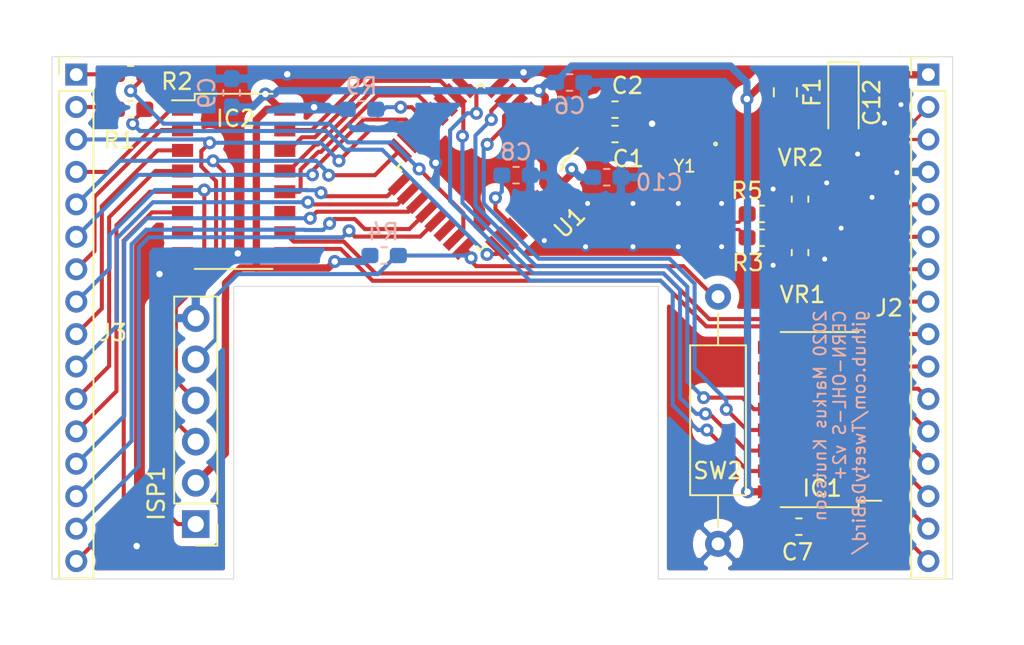
<source format=kicad_pcb>
(kicad_pcb (version 20171130) (host pcbnew "(5.1.6)-1")

  (general
    (thickness 1.6)
    (drawings 9)
    (tracks 428)
    (zones 0)
    (modules 25)
    (nets 49)
  )

  (page A4)
  (title_block
    (title "Filco TKL Replacement Controller")
    (date 2020-09-29)
    (rev 1.0)
    (company "Markus Knutsson <markus.knutsson@tweety.se>")
    (comment 1 "Licensed under CERN-OHL-S v2 or any later version")
    (comment 2 https://github.com/TweetyDaBird/)
  )

  (layers
    (0 F.Cu signal)
    (31 B.Cu signal)
    (32 B.Adhes user)
    (33 F.Adhes user)
    (34 B.Paste user)
    (35 F.Paste user)
    (36 B.SilkS user)
    (37 F.SilkS user)
    (38 B.Mask user)
    (39 F.Mask user)
    (40 Dwgs.User user)
    (41 Cmts.User user)
    (42 Eco1.User user)
    (43 Eco2.User user)
    (44 Edge.Cuts user)
    (45 Margin user)
    (46 B.CrtYd user)
    (47 F.CrtYd user)
    (48 B.Fab user hide)
    (49 F.Fab user hide)
  )

  (setup
    (last_trace_width 0.25)
    (trace_clearance 0.2)
    (zone_clearance 0.508)
    (zone_45_only no)
    (trace_min 0.2)
    (via_size 0.8)
    (via_drill 0.4)
    (via_min_size 0.4)
    (via_min_drill 0.3)
    (user_via 0.6096 0.3048)
    (uvia_size 0.3)
    (uvia_drill 0.1)
    (uvias_allowed no)
    (uvia_min_size 0.2)
    (uvia_min_drill 0.1)
    (edge_width 0.05)
    (segment_width 0.2)
    (pcb_text_width 0.3)
    (pcb_text_size 1.5 1.5)
    (mod_edge_width 0.12)
    (mod_text_size 1 1)
    (mod_text_width 0.15)
    (pad_size 1.6 1.6)
    (pad_drill 0.8)
    (pad_to_mask_clearance 0.051)
    (solder_mask_min_width 0.25)
    (aux_axis_origin 0 0)
    (visible_elements 7FFFFFFF)
    (pcbplotparams
      (layerselection 0x010fc_ffffffff)
      (usegerberextensions false)
      (usegerberattributes false)
      (usegerberadvancedattributes false)
      (creategerberjobfile false)
      (excludeedgelayer true)
      (linewidth 0.100000)
      (plotframeref false)
      (viasonmask false)
      (mode 1)
      (useauxorigin false)
      (hpglpennumber 1)
      (hpglpenspeed 20)
      (hpglpendiameter 15.000000)
      (psnegative false)
      (psa4output false)
      (plotreference true)
      (plotvalue true)
      (plotinvisibletext false)
      (padsonsilk false)
      (subtractmaskfromsilk false)
      (outputformat 1)
      (mirror false)
      (drillshape 1)
      (scaleselection 1)
      (outputdirectory ""))
  )

  (net 0 "")
  (net 1 GND)
  (net 2 /XTAL1)
  (net 3 /XTAL2)
  (net 4 VCC)
  (net 5 /UCAP)
  (net 6 V_IN)
  (net 7 ROWA)
  (net 8 ROWB)
  (net 9 ROWC)
  (net 10 ROWD)
  (net 11 ROW9)
  (net 12 ROW8)
  (net 13 ROW7)
  (net 14 ROW6)
  (net 15 ROW5)
  (net 16 ROW4)
  (net 17 ROW3)
  (net 18 ROW2)
  (net 19 ROW1)
  (net 20 ROW0)
  (net 21 ROWE)
  (net 22 ROWF)
  (net 23 ROW18)
  (net 24 ROW17)
  (net 25 ROW15)
  (net 26 ROW14)
  (net 27 ROW13)
  (net 28 ROW12)
  (net 29 ROW11)
  (net 30 ROW10)
  (net 31 D-)
  (net 32 D+)
  (net 33 COL7)
  (net 34 COL6)
  (net 35 COL5)
  (net 36 COL4)
  (net 37 COL3)
  (net 38 COL0)
  (net 39 COL2)
  (net 40 COL1)
  (net 41 CAP)
  (net 42 SCR)
  (net 43 /DD+)
  (net 44 /DD-)
  (net 45 /LED_CAP)
  (net 46 /LED_SCR)
  (net 47 /BOOT)
  (net 48 Reset)

  (net_class Default "This is the default net class."
    (clearance 0.2)
    (trace_width 0.25)
    (via_dia 0.8)
    (via_drill 0.4)
    (uvia_dia 0.3)
    (uvia_drill 0.1)
    (add_net /BOOT)
    (add_net /DD+)
    (add_net /DD-)
    (add_net /LED_CAP)
    (add_net /LED_SCR)
    (add_net /UCAP)
    (add_net /XTAL1)
    (add_net /XTAL2)
    (add_net CAP)
    (add_net COL0)
    (add_net COL1)
    (add_net COL2)
    (add_net COL3)
    (add_net COL4)
    (add_net COL5)
    (add_net COL6)
    (add_net COL7)
    (add_net D+)
    (add_net D-)
    (add_net "Net-(IC2-Pad11)")
    (add_net "Net-(IC2-Pad7)")
    (add_net "Net-(U1-Pad22)")
    (add_net "Net-(U1-Pad26)")
    (add_net "Net-(U1-Pad5)")
    (add_net "Net-(U1-Pad8)")
    (add_net "Net-(Y1-Pad1)")
    (add_net "Net-(Y1-Pad2)")
    (add_net "Net-(Y1-Pad3)")
    (add_net "Net-(Y1-Pad4)")
    (add_net ROW0)
    (add_net ROW1)
    (add_net ROW10)
    (add_net ROW11)
    (add_net ROW12)
    (add_net ROW13)
    (add_net ROW14)
    (add_net ROW15)
    (add_net ROW17)
    (add_net ROW18)
    (add_net ROW2)
    (add_net ROW3)
    (add_net ROW4)
    (add_net ROW5)
    (add_net ROW6)
    (add_net ROW7)
    (add_net ROW8)
    (add_net ROW9)
    (add_net ROWA)
    (add_net ROWB)
    (add_net ROWC)
    (add_net ROWD)
    (add_net ROWE)
    (add_net ROWF)
    (add_net Reset)
    (add_net SCR)
  )

  (net_class Power ""
    (clearance 0.25)
    (trace_width 0.45)
    (via_dia 0.8)
    (via_drill 0.4)
    (uvia_dia 0.3)
    (uvia_drill 0.1)
    (add_net GND)
    (add_net VCC)
    (add_net V_IN)
  )

  (module "Keyboard Library:OSCSC320X250X100N" (layer F.Cu) (tedit 5F9677BD) (tstamp 5F971636)
    (at 202.438 84.328 180)
    (path /5FADDCBE)
    (fp_text reference Y1 (at 0.15 -2.62 180) (layer F.SilkS)
      (effects (font (size 0.75 0.75) (thickness 0.12)))
    )
    (fp_text value ABM8G-16MHZ-4Y-T3 (at 2.03871 2.30166 180) (layer F.Fab)
      (effects (font (size 0.320677 0.320677) (thickness 0.015)))
    )
    (fp_line (start 1.61 1.96) (end 1.61 -1.96) (layer F.CrtYd) (width 0.05))
    (fp_circle (center -1.75 -1.25) (end -1.663978 -1.25) (layer F.SilkS) (width 0.127))
    (fp_line (start -1.61 -1.96) (end 1.61 -1.96) (layer F.CrtYd) (width 0.05))
    (fp_line (start -1.61 1.96) (end -1.61 -1.96) (layer F.CrtYd) (width 0.05))
    (fp_line (start 1.61 1.96) (end -1.61 1.96) (layer F.CrtYd) (width 0.05))
    (fp_line (start -1.25 -1.6) (end 1.25 -1.6) (layer F.Fab) (width 0.127))
    (fp_line (start -1.25 1.6) (end -1.25 -1.6) (layer F.Fab) (width 0.127))
    (fp_line (start 1.25 1.6) (end -1.25 1.6) (layer F.Fab) (width 0.127))
    (fp_line (start 1.25 -1.6) (end 1.25 1.6) (layer F.Fab) (width 0.127))
    (pad 1 smd rect (at -0.91 -1.2 180) (size 1.1 1.3) (layers F.Cu F.Paste F.Mask)
      (net 2 /XTAL1))
    (pad 2 smd rect (at -0.91 1.2 180) (size 1.1 1.3) (layers F.Cu F.Paste F.Mask)
      (net 1 GND) (zone_connect 1) (thermal_width 0.4) (thermal_gap 0.5))
    (pad 3 smd rect (at 0.91 1.2 180) (size 1.1 1.3) (layers F.Cu F.Paste F.Mask)
      (net 3 /XTAL2))
    (pad 4 smd rect (at 0.91 -1.2 180) (size 1.1 1.3) (layers F.Cu F.Paste F.Mask)
      (net 1 GND))
  )

  (module Capacitor_SMD:C_0603_1608Metric_Pad1.05x0.95mm_HandSolder (layer F.Cu) (tedit 5B301BBE) (tstamp 5E374163)
    (at 197.993 84.963)
    (descr "Capacitor SMD 0603 (1608 Metric), square (rectangular) end terminal, IPC_7351 nominal with elongated pad for handsoldering. (Body size source: http://www.tortai-tech.com/upload/download/2011102023233369053.pdf), generated with kicad-footprint-generator")
    (tags "capacitor handsolder")
    (path /5E4E7F15)
    (attr smd)
    (fp_text reference C1 (at 0.8255 1.524) (layer F.SilkS)
      (effects (font (size 1 1) (thickness 0.15)))
    )
    (fp_text value 18p (at 0 1.43) (layer F.Fab)
      (effects (font (size 1 1) (thickness 0.15)))
    )
    (fp_text user %R (at 0 0) (layer F.Fab)
      (effects (font (size 0.4 0.4) (thickness 0.06)))
    )
    (fp_line (start -0.8 0.4) (end -0.8 -0.4) (layer F.Fab) (width 0.1))
    (fp_line (start -0.8 -0.4) (end 0.8 -0.4) (layer F.Fab) (width 0.1))
    (fp_line (start 0.8 -0.4) (end 0.8 0.4) (layer F.Fab) (width 0.1))
    (fp_line (start 0.8 0.4) (end -0.8 0.4) (layer F.Fab) (width 0.1))
    (fp_line (start -0.171267 -0.51) (end 0.171267 -0.51) (layer F.SilkS) (width 0.12))
    (fp_line (start -0.171267 0.51) (end 0.171267 0.51) (layer F.SilkS) (width 0.12))
    (fp_line (start -1.65 0.73) (end -1.65 -0.73) (layer F.CrtYd) (width 0.05))
    (fp_line (start -1.65 -0.73) (end 1.65 -0.73) (layer F.CrtYd) (width 0.05))
    (fp_line (start 1.65 -0.73) (end 1.65 0.73) (layer F.CrtYd) (width 0.05))
    (fp_line (start 1.65 0.73) (end -1.65 0.73) (layer F.CrtYd) (width 0.05))
    (pad 2 smd roundrect (at 0.875 0) (size 1.05 0.95) (layers F.Cu F.Paste F.Mask) (roundrect_rratio 0.25)
      (net 1 GND))
    (pad 1 smd roundrect (at -0.875 0) (size 1.05 0.95) (layers F.Cu F.Paste F.Mask) (roundrect_rratio 0.25)
      (net 2 /XTAL1))
    (model ${KISYS3DMOD}/Capacitor_SMD.3dshapes/C_0603_1608Metric.wrl
      (at (xyz 0 0 0))
      (scale (xyz 1 1 1))
      (rotate (xyz 0 0 0))
    )
  )

  (module Capacitor_SMD:C_0603_1608Metric_Pad1.05x0.95mm_HandSolder (layer B.Cu) (tedit 5B301BBE) (tstamp 5E3741FC)
    (at 197.485 87.63)
    (descr "Capacitor SMD 0603 (1608 Metric), square (rectangular) end terminal, IPC_7351 nominal with elongated pad for handsoldering. (Body size source: http://www.tortai-tech.com/upload/download/2011102023233369053.pdf), generated with kicad-footprint-generator")
    (tags "capacitor handsolder")
    (path /5E4E7F9B)
    (attr smd)
    (fp_text reference C10 (at 3.2385 0.3175) (layer B.SilkS)
      (effects (font (size 1 1) (thickness 0.15)) (justify mirror))
    )
    (fp_text value 0u1 (at 0 -1.43) (layer B.Fab)
      (effects (font (size 1 1) (thickness 0.15)) (justify mirror))
    )
    (fp_text user %R (at 0 0) (layer B.Fab)
      (effects (font (size 0.4 0.4) (thickness 0.06)) (justify mirror))
    )
    (fp_line (start -0.8 -0.4) (end -0.8 0.4) (layer B.Fab) (width 0.1))
    (fp_line (start -0.8 0.4) (end 0.8 0.4) (layer B.Fab) (width 0.1))
    (fp_line (start 0.8 0.4) (end 0.8 -0.4) (layer B.Fab) (width 0.1))
    (fp_line (start 0.8 -0.4) (end -0.8 -0.4) (layer B.Fab) (width 0.1))
    (fp_line (start -0.171267 0.51) (end 0.171267 0.51) (layer B.SilkS) (width 0.12))
    (fp_line (start -0.171267 -0.51) (end 0.171267 -0.51) (layer B.SilkS) (width 0.12))
    (fp_line (start -1.65 -0.73) (end -1.65 0.73) (layer B.CrtYd) (width 0.05))
    (fp_line (start -1.65 0.73) (end 1.65 0.73) (layer B.CrtYd) (width 0.05))
    (fp_line (start 1.65 0.73) (end 1.65 -0.73) (layer B.CrtYd) (width 0.05))
    (fp_line (start 1.65 -0.73) (end -1.65 -0.73) (layer B.CrtYd) (width 0.05))
    (pad 2 smd roundrect (at 0.875 0) (size 1.05 0.95) (layers B.Cu B.Paste B.Mask) (roundrect_rratio 0.25)
      (net 1 GND))
    (pad 1 smd roundrect (at -0.875 0) (size 1.05 0.95) (layers B.Cu B.Paste B.Mask) (roundrect_rratio 0.25)
      (net 4 VCC))
    (model ${KISYS3DMOD}/Capacitor_SMD.3dshapes/C_0603_1608Metric.wrl
      (at (xyz 0 0 0))
      (scale (xyz 1 1 1))
      (rotate (xyz 0 0 0))
    )
  )

  (module Resistor_THT:R_Axial_DIN0309_L9.0mm_D3.2mm_P15.24mm_Horizontal (layer F.Cu) (tedit 5F967890) (tstamp 5E37DEF2)
    (at 204.343 110.236 90)
    (descr "Resistor, Axial_DIN0309 series, Axial, Horizontal, pin pitch=15.24mm, 0.5W = 1/2W, length*diameter=9*3.2mm^2, http://cdn-reichelt.de/documents/datenblatt/B400/1_4W%23YAG.pdf")
    (tags "Resistor Axial_DIN0309 series Axial Horizontal pin pitch 15.24mm 0.5W = 1/2W length 9mm diameter 3.2mm")
    (path /5E917D8D)
    (fp_text reference SW2 (at 4.5085 0 180) (layer F.SilkS)
      (effects (font (size 1 1) (thickness 0.15)))
    )
    (fp_text value SW_Reed (at 7.62 2.72 90) (layer F.Fab)
      (effects (font (size 1 1) (thickness 0.15)))
    )
    (fp_text user %R (at 7.62 0 90) (layer F.Fab)
      (effects (font (size 1 1) (thickness 0.15)))
    )
    (fp_line (start 3.12 -1.6) (end 3.12 1.6) (layer F.Fab) (width 0.1))
    (fp_line (start 3.12 1.6) (end 12.12 1.6) (layer F.Fab) (width 0.1))
    (fp_line (start 12.12 1.6) (end 12.12 -1.6) (layer F.Fab) (width 0.1))
    (fp_line (start 12.12 -1.6) (end 3.12 -1.6) (layer F.Fab) (width 0.1))
    (fp_line (start 0 0) (end 3.12 0) (layer F.Fab) (width 0.1))
    (fp_line (start 15.24 0) (end 12.12 0) (layer F.Fab) (width 0.1))
    (fp_line (start 3 -1.72) (end 3 1.72) (layer F.SilkS) (width 0.12))
    (fp_line (start 3 1.72) (end 12.24 1.72) (layer F.SilkS) (width 0.12))
    (fp_line (start 12.24 1.72) (end 12.24 -1.72) (layer F.SilkS) (width 0.12))
    (fp_line (start 12.24 -1.72) (end 3 -1.72) (layer F.SilkS) (width 0.12))
    (fp_line (start 1.04 0) (end 3 0) (layer F.SilkS) (width 0.12))
    (fp_line (start 14.2 0) (end 12.24 0) (layer F.SilkS) (width 0.12))
    (fp_line (start -1.05 -1.85) (end -1.05 1.85) (layer F.CrtYd) (width 0.05))
    (fp_line (start -1.05 1.85) (end 16.29 1.85) (layer F.CrtYd) (width 0.05))
    (fp_line (start 16.29 1.85) (end 16.29 -1.85) (layer F.CrtYd) (width 0.05))
    (fp_line (start 16.29 -1.85) (end -1.05 -1.85) (layer F.CrtYd) (width 0.05))
    (pad 2 thru_hole oval (at 15.24 0 90) (size 1.6 1.6) (drill 0.8) (layers *.Cu *.Mask)
      (net 48 Reset))
    (pad 1 thru_hole circle (at 0 0 90) (size 1.6 1.6) (drill 0.8) (layers *.Cu *.Mask)
      (net 1 GND) (zone_connect 1) (thermal_width 0.3) (thermal_gap 0.75))
    (model ${KISYS3DMOD}/Resistor_THT.3dshapes/R_Axial_DIN0309_L9.0mm_D3.2mm_P15.24mm_Horizontal.wrl
      (at (xyz 0 0 0))
      (scale (xyz 1 1 1))
      (rotate (xyz 0 0 0))
    )
  )

  (module Package_QFP:TQFP-32_7x7mm_P0.8mm (layer F.Cu) (tedit 5A02F146) (tstamp 5F57ED01)
    (at 189.719417 86.995 225)
    (descr "32-Lead Plastic Thin Quad Flatpack (PT) - 7x7x1.0 mm Body, 2.00 mm [TQFP] (see Microchip Packaging Specification 00000049BS.pdf)")
    (tags "QFP 0.8")
    (path /5E4E7FC5)
    (attr smd)
    (fp_text reference U1 (at -1.449981 -6.299319 45) (layer F.SilkS)
      (effects (font (size 1 1) (thickness 0.15)))
    )
    (fp_text value ATmega32U2-AU (at 0 6.05 45) (layer F.Fab)
      (effects (font (size 1 1) (thickness 0.15)))
    )
    (fp_text user %R (at 0 0 45) (layer F.Fab)
      (effects (font (size 1 1) (thickness 0.15)))
    )
    (fp_line (start -2.5 -3.5) (end 3.5 -3.5) (layer F.Fab) (width 0.15))
    (fp_line (start 3.5 -3.5) (end 3.5 3.5) (layer F.Fab) (width 0.15))
    (fp_line (start 3.5 3.5) (end -3.5 3.5) (layer F.Fab) (width 0.15))
    (fp_line (start -3.5 3.5) (end -3.5 -2.5) (layer F.Fab) (width 0.15))
    (fp_line (start -3.5 -2.5) (end -2.5 -3.5) (layer F.Fab) (width 0.15))
    (fp_line (start -5.3 -5.3) (end -5.3 5.3) (layer F.CrtYd) (width 0.05))
    (fp_line (start 5.3 -5.3) (end 5.3 5.3) (layer F.CrtYd) (width 0.05))
    (fp_line (start -5.3 -5.3) (end 5.3 -5.3) (layer F.CrtYd) (width 0.05))
    (fp_line (start -5.3 5.3) (end 5.3 5.3) (layer F.CrtYd) (width 0.05))
    (fp_line (start -3.625 -3.625) (end -3.625 -3.4) (layer F.SilkS) (width 0.15))
    (fp_line (start 3.625 -3.625) (end 3.625 -3.3) (layer F.SilkS) (width 0.15))
    (fp_line (start 3.625 3.625) (end 3.625 3.3) (layer F.SilkS) (width 0.15))
    (fp_line (start -3.625 3.625) (end -3.625 3.3) (layer F.SilkS) (width 0.15))
    (fp_line (start -3.625 -3.625) (end -3.3 -3.625) (layer F.SilkS) (width 0.15))
    (fp_line (start -3.625 3.625) (end -3.3 3.625) (layer F.SilkS) (width 0.15))
    (fp_line (start 3.625 3.625) (end 3.3 3.625) (layer F.SilkS) (width 0.15))
    (fp_line (start 3.625 -3.625) (end 3.3 -3.625) (layer F.SilkS) (width 0.15))
    (fp_line (start -3.625 -3.4) (end -5.05 -3.4) (layer F.SilkS) (width 0.15))
    (pad 32 smd rect (at -2.8 -4.25 315) (size 1.6 0.55) (layers F.Cu F.Paste F.Mask)
      (net 4 VCC))
    (pad 31 smd rect (at -2 -4.25 315) (size 1.6 0.55) (layers F.Cu F.Paste F.Mask)
      (net 4 VCC))
    (pad 30 smd rect (at -1.2 -4.25 315) (size 1.6 0.55) (layers F.Cu F.Paste F.Mask)
      (net 44 /DD-))
    (pad 29 smd rect (at -0.4 -4.25 315) (size 1.6 0.55) (layers F.Cu F.Paste F.Mask)
      (net 43 /DD+))
    (pad 28 smd rect (at 0.4 -4.25 315) (size 1.6 0.55) (layers F.Cu F.Paste F.Mask)
      (net 1 GND))
    (pad 27 smd rect (at 1.2 -4.25 315) (size 1.6 0.55) (layers F.Cu F.Paste F.Mask)
      (net 5 /UCAP))
    (pad 26 smd rect (at 2 -4.25 315) (size 1.6 0.55) (layers F.Cu F.Paste F.Mask))
    (pad 25 smd rect (at 2.8 -4.25 315) (size 1.6 0.55) (layers F.Cu F.Paste F.Mask)
      (net 45 /LED_CAP))
    (pad 24 smd rect (at 4.25 -2.8 225) (size 1.6 0.55) (layers F.Cu F.Paste F.Mask)
      (net 48 Reset))
    (pad 23 smd rect (at 4.25 -2 225) (size 1.6 0.55) (layers F.Cu F.Paste F.Mask)
      (net 46 /LED_SCR))
    (pad 22 smd rect (at 4.25 -1.2 225) (size 1.6 0.55) (layers F.Cu F.Paste F.Mask))
    (pad 21 smd rect (at 4.25 -0.4 225) (size 1.6 0.55) (layers F.Cu F.Paste F.Mask)
      (net 33 COL7))
    (pad 20 smd rect (at 4.25 0.4 225) (size 1.6 0.55) (layers F.Cu F.Paste F.Mask)
      (net 34 COL6))
    (pad 19 smd rect (at 4.25 1.2 225) (size 1.6 0.55) (layers F.Cu F.Paste F.Mask)
      (net 35 COL5))
    (pad 18 smd rect (at 4.25 2 225) (size 1.6 0.55) (layers F.Cu F.Paste F.Mask)
      (net 36 COL4))
    (pad 17 smd rect (at 4.25 2.8 225) (size 1.6 0.55) (layers F.Cu F.Paste F.Mask)
      (net 37 COL3))
    (pad 16 smd rect (at 2.8 4.25 315) (size 1.6 0.55) (layers F.Cu F.Paste F.Mask)
      (net 39 COL2))
    (pad 15 smd rect (at 2 4.25 315) (size 1.6 0.55) (layers F.Cu F.Paste F.Mask)
      (net 40 COL1))
    (pad 14 smd rect (at 1.2 4.25 315) (size 1.6 0.55) (layers F.Cu F.Paste F.Mask)
      (net 38 COL0))
    (pad 13 smd rect (at 0.4 4.25 315) (size 1.6 0.55) (layers F.Cu F.Paste F.Mask)
      (net 47 /BOOT))
    (pad 12 smd rect (at -0.4 4.25 315) (size 1.6 0.55) (layers F.Cu F.Paste F.Mask)
      (net 22 ROWF))
    (pad 11 smd rect (at -1.2 4.25 315) (size 1.6 0.55) (layers F.Cu F.Paste F.Mask)
      (net 21 ROWE))
    (pad 10 smd rect (at -2 4.25 315) (size 1.6 0.55) (layers F.Cu F.Paste F.Mask)
      (net 8 ROWB))
    (pad 9 smd rect (at -2.8 4.25 315) (size 1.6 0.55) (layers F.Cu F.Paste F.Mask)
      (net 7 ROWA))
    (pad 8 smd rect (at -4.25 2.8 225) (size 1.6 0.55) (layers F.Cu F.Paste F.Mask))
    (pad 7 smd rect (at -4.25 2 225) (size 1.6 0.55) (layers F.Cu F.Paste F.Mask)
      (net 10 ROWD))
    (pad 6 smd rect (at -4.25 1.2 225) (size 1.6 0.55) (layers F.Cu F.Paste F.Mask)
      (net 9 ROWC))
    (pad 5 smd rect (at -4.25 0.4 225) (size 1.6 0.55) (layers F.Cu F.Paste F.Mask))
    (pad 4 smd rect (at -4.25 -0.4 225) (size 1.6 0.55) (layers F.Cu F.Paste F.Mask)
      (net 4 VCC))
    (pad 3 smd rect (at -4.25 -1.2 225) (size 1.6 0.55) (layers F.Cu F.Paste F.Mask)
      (net 1 GND))
    (pad 2 smd rect (at -4.25 -2 225) (size 1.6 0.55) (layers F.Cu F.Paste F.Mask)
      (net 3 /XTAL2))
    (pad 1 smd rect (at -4.25 -2.8 225) (size 1.6 0.55) (layers F.Cu F.Paste F.Mask)
      (net 2 /XTAL1))
    (model ${KISYS3DMOD}/Package_QFP.3dshapes/TQFP-32_7x7mm_P0.8mm.wrl
      (at (xyz 0 0 0))
      (scale (xyz 1 1 1))
      (rotate (xyz 0 0 0))
    )
  )

  (module Resistor_SMD:R_0603_1608Metric_Pad1.05x0.95mm_HandSolder (layer F.Cu) (tedit 5B301BBD) (tstamp 5F581963)
    (at 207.01 89.889)
    (descr "Resistor SMD 0603 (1608 Metric), square (rectangular) end terminal, IPC_7351 nominal with elongated pad for handsoldering. (Body size source: http://www.tortai-tech.com/upload/download/2011102023233369053.pdf), generated with kicad-footprint-generator")
    (tags "resistor handsolder")
    (path /5E4E7E8F)
    (attr smd)
    (fp_text reference R5 (at -0.889 -1.43) (layer F.SilkS)
      (effects (font (size 1 1) (thickness 0.15)))
    )
    (fp_text value 22 (at 0 1.43) (layer F.Fab)
      (effects (font (size 1 1) (thickness 0.15)))
    )
    (fp_text user %R (at 0 0) (layer F.Fab)
      (effects (font (size 0.4 0.4) (thickness 0.06)))
    )
    (fp_line (start -0.8 0.4) (end -0.8 -0.4) (layer F.Fab) (width 0.1))
    (fp_line (start -0.8 -0.4) (end 0.8 -0.4) (layer F.Fab) (width 0.1))
    (fp_line (start 0.8 -0.4) (end 0.8 0.4) (layer F.Fab) (width 0.1))
    (fp_line (start 0.8 0.4) (end -0.8 0.4) (layer F.Fab) (width 0.1))
    (fp_line (start -0.171267 -0.51) (end 0.171267 -0.51) (layer F.SilkS) (width 0.12))
    (fp_line (start -0.171267 0.51) (end 0.171267 0.51) (layer F.SilkS) (width 0.12))
    (fp_line (start -1.65 0.73) (end -1.65 -0.73) (layer F.CrtYd) (width 0.05))
    (fp_line (start -1.65 -0.73) (end 1.65 -0.73) (layer F.CrtYd) (width 0.05))
    (fp_line (start 1.65 -0.73) (end 1.65 0.73) (layer F.CrtYd) (width 0.05))
    (fp_line (start 1.65 0.73) (end -1.65 0.73) (layer F.CrtYd) (width 0.05))
    (pad 2 smd roundrect (at 0.875 0) (size 1.05 0.95) (layers F.Cu F.Paste F.Mask) (roundrect_rratio 0.25)
      (net 31 D-))
    (pad 1 smd roundrect (at -0.875 0) (size 1.05 0.95) (layers F.Cu F.Paste F.Mask) (roundrect_rratio 0.25)
      (net 44 /DD-))
    (model ${KISYS3DMOD}/Resistor_SMD.3dshapes/R_0603_1608Metric.wrl
      (at (xyz 0 0 0))
      (scale (xyz 1 1 1))
      (rotate (xyz 0 0 0))
    )
  )

  (module Connector_PinHeader_2.54mm:PinHeader_1x06_P2.54mm_Vertical (layer F.Cu) (tedit 59FED5CC) (tstamp 5F9733F5)
    (at 172.1612 109.0168 180)
    (descr "Through hole straight pin header, 1x06, 2.54mm pitch, single row")
    (tags "Through hole pin header THT 1x06 2.54mm single row")
    (path /5F95D187)
    (fp_text reference ISP1 (at 2.4257 1.8923 90) (layer F.SilkS)
      (effects (font (size 1 1) (thickness 0.15)))
    )
    (fp_text value AVR-ISP-6 (at 0 15.03) (layer F.Fab)
      (effects (font (size 1 1) (thickness 0.15)))
    )
    (fp_text user %R (at 0 6.35 90) (layer F.Fab)
      (effects (font (size 1 1) (thickness 0.15)))
    )
    (fp_line (start -0.635 -1.27) (end 1.27 -1.27) (layer F.Fab) (width 0.1))
    (fp_line (start 1.27 -1.27) (end 1.27 13.97) (layer F.Fab) (width 0.1))
    (fp_line (start 1.27 13.97) (end -1.27 13.97) (layer F.Fab) (width 0.1))
    (fp_line (start -1.27 13.97) (end -1.27 -0.635) (layer F.Fab) (width 0.1))
    (fp_line (start -1.27 -0.635) (end -0.635 -1.27) (layer F.Fab) (width 0.1))
    (fp_line (start -1.33 14.03) (end 1.33 14.03) (layer F.SilkS) (width 0.12))
    (fp_line (start -1.33 1.27) (end -1.33 14.03) (layer F.SilkS) (width 0.12))
    (fp_line (start 1.33 1.27) (end 1.33 14.03) (layer F.SilkS) (width 0.12))
    (fp_line (start -1.33 1.27) (end 1.33 1.27) (layer F.SilkS) (width 0.12))
    (fp_line (start -1.33 0) (end -1.33 -1.33) (layer F.SilkS) (width 0.12))
    (fp_line (start -1.33 -1.33) (end 0 -1.33) (layer F.SilkS) (width 0.12))
    (fp_line (start -1.8 -1.8) (end -1.8 14.5) (layer F.CrtYd) (width 0.05))
    (fp_line (start -1.8 14.5) (end 1.8 14.5) (layer F.CrtYd) (width 0.05))
    (fp_line (start 1.8 14.5) (end 1.8 -1.8) (layer F.CrtYd) (width 0.05))
    (fp_line (start 1.8 -1.8) (end -1.8 -1.8) (layer F.CrtYd) (width 0.05))
    (pad 6 thru_hole oval (at 0 12.7 180) (size 1.7 1.7) (drill 1) (layers *.Cu *.Mask)
      (net 1 GND))
    (pad 5 thru_hole oval (at 0 10.16 180) (size 1.7 1.7) (drill 1) (layers *.Cu *.Mask)
      (net 48 Reset))
    (pad 4 thru_hole oval (at 0 7.62 180) (size 1.7 1.7) (drill 1) (layers *.Cu *.Mask)
      (net 39 COL2))
    (pad 3 thru_hole oval (at 0 5.08 180) (size 1.7 1.7) (drill 1) (layers *.Cu *.Mask)
      (net 40 COL1))
    (pad 2 thru_hole oval (at 0 2.54 180) (size 1.7 1.7) (drill 1) (layers *.Cu *.Mask)
      (net 4 VCC))
    (pad 1 thru_hole rect (at 0 0 180) (size 1.7 1.7) (drill 1) (layers *.Cu *.Mask)
      (net 37 COL3))
    (model ${KISYS3DMOD}/Connector_PinHeader_2.54mm.3dshapes/PinHeader_1x06_P2.54mm_Vertical.wrl
      (at (xyz 0 0 0))
      (scale (xyz 1 1 1))
      (rotate (xyz 0 0 0))
    )
  )

  (module Capacitor_SMD:C_0603_1608Metric_Pad1.05x0.95mm_HandSolder (layer F.Cu) (tedit 5B301BBE) (tstamp 5F586F1B)
    (at 197.993 83.46)
    (descr "Capacitor SMD 0603 (1608 Metric), square (rectangular) end terminal, IPC_7351 nominal with elongated pad for handsoldering. (Body size source: http://www.tortai-tech.com/upload/download/2011102023233369053.pdf), generated with kicad-footprint-generator")
    (tags "capacitor handsolder")
    (path /5E4E7F21)
    (attr smd)
    (fp_text reference C2 (at 0.762 -1.4815) (layer F.SilkS)
      (effects (font (size 1 1) (thickness 0.15)))
    )
    (fp_text value 18p (at 0 1.43) (layer F.Fab)
      (effects (font (size 1 1) (thickness 0.15)))
    )
    (fp_text user %R (at 0 0) (layer F.Fab)
      (effects (font (size 0.4 0.4) (thickness 0.06)))
    )
    (fp_line (start -0.8 0.4) (end -0.8 -0.4) (layer F.Fab) (width 0.1))
    (fp_line (start -0.8 -0.4) (end 0.8 -0.4) (layer F.Fab) (width 0.1))
    (fp_line (start 0.8 -0.4) (end 0.8 0.4) (layer F.Fab) (width 0.1))
    (fp_line (start 0.8 0.4) (end -0.8 0.4) (layer F.Fab) (width 0.1))
    (fp_line (start -0.171267 -0.51) (end 0.171267 -0.51) (layer F.SilkS) (width 0.12))
    (fp_line (start -0.171267 0.51) (end 0.171267 0.51) (layer F.SilkS) (width 0.12))
    (fp_line (start -1.65 0.73) (end -1.65 -0.73) (layer F.CrtYd) (width 0.05))
    (fp_line (start -1.65 -0.73) (end 1.65 -0.73) (layer F.CrtYd) (width 0.05))
    (fp_line (start 1.65 -0.73) (end 1.65 0.73) (layer F.CrtYd) (width 0.05))
    (fp_line (start 1.65 0.73) (end -1.65 0.73) (layer F.CrtYd) (width 0.05))
    (pad 2 smd roundrect (at 0.875 0) (size 1.05 0.95) (layers F.Cu F.Paste F.Mask) (roundrect_rratio 0.25)
      (net 1 GND))
    (pad 1 smd roundrect (at -0.875 0) (size 1.05 0.95) (layers F.Cu F.Paste F.Mask) (roundrect_rratio 0.25)
      (net 3 /XTAL2))
    (model ${KISYS3DMOD}/Capacitor_SMD.3dshapes/C_0603_1608Metric.wrl
      (at (xyz 0 0 0))
      (scale (xyz 1 1 1))
      (rotate (xyz 0 0 0))
    )
  )

  (module Resistor_SMD:R_0603_1608Metric_Pad1.05x0.95mm_HandSolder (layer F.Cu) (tedit 5B301BBD) (tstamp 5F5819C3)
    (at 209.395 88.979 270)
    (descr "Resistor SMD 0603 (1608 Metric), square (rectangular) end terminal, IPC_7351 nominal with elongated pad for handsoldering. (Body size source: http://www.tortai-tech.com/upload/download/2011102023233369053.pdf), generated with kicad-footprint-generator")
    (tags "resistor handsolder")
    (path /5E4E7FBD)
    (attr smd)
    (fp_text reference VR2 (at -2.5555 -0.028 180) (layer F.SilkS)
      (effects (font (size 1 1) (thickness 0.15)))
    )
    (fp_text value CG0603MLC-05E (at 0 1.43 90) (layer F.Fab)
      (effects (font (size 1 1) (thickness 0.15)))
    )
    (fp_text user %R (at 0 0 90) (layer F.Fab)
      (effects (font (size 0.4 0.4) (thickness 0.06)))
    )
    (fp_line (start -0.8 0.4) (end -0.8 -0.4) (layer F.Fab) (width 0.1))
    (fp_line (start -0.8 -0.4) (end 0.8 -0.4) (layer F.Fab) (width 0.1))
    (fp_line (start 0.8 -0.4) (end 0.8 0.4) (layer F.Fab) (width 0.1))
    (fp_line (start 0.8 0.4) (end -0.8 0.4) (layer F.Fab) (width 0.1))
    (fp_line (start -0.171267 -0.51) (end 0.171267 -0.51) (layer F.SilkS) (width 0.12))
    (fp_line (start -0.171267 0.51) (end 0.171267 0.51) (layer F.SilkS) (width 0.12))
    (fp_line (start -1.65 0.73) (end -1.65 -0.73) (layer F.CrtYd) (width 0.05))
    (fp_line (start -1.65 -0.73) (end 1.65 -0.73) (layer F.CrtYd) (width 0.05))
    (fp_line (start 1.65 -0.73) (end 1.65 0.73) (layer F.CrtYd) (width 0.05))
    (fp_line (start 1.65 0.73) (end -1.65 0.73) (layer F.CrtYd) (width 0.05))
    (pad 2 smd roundrect (at 0.875 0 270) (size 1.05 0.95) (layers F.Cu F.Paste F.Mask) (roundrect_rratio 0.25)
      (net 31 D-))
    (pad 1 smd roundrect (at -0.875 0 270) (size 1.05 0.95) (layers F.Cu F.Paste F.Mask) (roundrect_rratio 0.25)
      (net 1 GND))
    (model ${KISYS3DMOD}/Resistor_SMD.3dshapes/R_0603_1608Metric.wrl
      (at (xyz 0 0 0))
      (scale (xyz 1 1 1))
      (rotate (xyz 0 0 0))
    )
  )

  (module Resistor_SMD:R_0603_1608Metric_Pad1.05x0.95mm_HandSolder (layer F.Cu) (tedit 5B301BBD) (tstamp 5F581993)
    (at 209.395 92.279 90)
    (descr "Resistor SMD 0603 (1608 Metric), square (rectangular) end terminal, IPC_7351 nominal with elongated pad for handsoldering. (Body size source: http://www.tortai-tech.com/upload/download/2011102023233369053.pdf), generated with kicad-footprint-generator")
    (tags "resistor handsolder")
    (path /5E4E7FB5)
    (attr smd)
    (fp_text reference VR1 (at -2.59 0.155 180) (layer F.SilkS)
      (effects (font (size 1 1) (thickness 0.15)))
    )
    (fp_text value CG0603MLC-05E (at 0 1.43 90) (layer F.Fab)
      (effects (font (size 1 1) (thickness 0.15)))
    )
    (fp_text user %R (at 0 0 90) (layer F.Fab)
      (effects (font (size 0.4 0.4) (thickness 0.06)))
    )
    (fp_line (start -0.8 0.4) (end -0.8 -0.4) (layer F.Fab) (width 0.1))
    (fp_line (start -0.8 -0.4) (end 0.8 -0.4) (layer F.Fab) (width 0.1))
    (fp_line (start 0.8 -0.4) (end 0.8 0.4) (layer F.Fab) (width 0.1))
    (fp_line (start 0.8 0.4) (end -0.8 0.4) (layer F.Fab) (width 0.1))
    (fp_line (start -0.171267 -0.51) (end 0.171267 -0.51) (layer F.SilkS) (width 0.12))
    (fp_line (start -0.171267 0.51) (end 0.171267 0.51) (layer F.SilkS) (width 0.12))
    (fp_line (start -1.65 0.73) (end -1.65 -0.73) (layer F.CrtYd) (width 0.05))
    (fp_line (start -1.65 -0.73) (end 1.65 -0.73) (layer F.CrtYd) (width 0.05))
    (fp_line (start 1.65 -0.73) (end 1.65 0.73) (layer F.CrtYd) (width 0.05))
    (fp_line (start 1.65 0.73) (end -1.65 0.73) (layer F.CrtYd) (width 0.05))
    (pad 2 smd roundrect (at 0.875 0 90) (size 1.05 0.95) (layers F.Cu F.Paste F.Mask) (roundrect_rratio 0.25)
      (net 32 D+))
    (pad 1 smd roundrect (at -0.875 0 90) (size 1.05 0.95) (layers F.Cu F.Paste F.Mask) (roundrect_rratio 0.25)
      (net 1 GND))
    (model ${KISYS3DMOD}/Resistor_SMD.3dshapes/R_0603_1608Metric.wrl
      (at (xyz 0 0 0))
      (scale (xyz 1 1 1))
      (rotate (xyz 0 0 0))
    )
  )

  (module Resistor_SMD:R_0603_1608Metric_Pad1.05x0.95mm_HandSolder (layer F.Cu) (tedit 5B301BBD) (tstamp 5F581933)
    (at 207.005 91.359 180)
    (descr "Resistor SMD 0603 (1608 Metric), square (rectangular) end terminal, IPC_7351 nominal with elongated pad for handsoldering. (Body size source: http://www.tortai-tech.com/upload/download/2011102023233369053.pdf), generated with kicad-footprint-generator")
    (tags "resistor handsolder")
    (path /5E4E7E89)
    (attr smd)
    (fp_text reference R3 (at 0.8205 -1.5415) (layer F.SilkS)
      (effects (font (size 1 1) (thickness 0.15)))
    )
    (fp_text value 22 (at 0 1.43) (layer F.Fab)
      (effects (font (size 1 1) (thickness 0.15)))
    )
    (fp_text user %R (at 0 0) (layer F.Fab)
      (effects (font (size 0.4 0.4) (thickness 0.06)))
    )
    (fp_line (start -0.8 0.4) (end -0.8 -0.4) (layer F.Fab) (width 0.1))
    (fp_line (start -0.8 -0.4) (end 0.8 -0.4) (layer F.Fab) (width 0.1))
    (fp_line (start 0.8 -0.4) (end 0.8 0.4) (layer F.Fab) (width 0.1))
    (fp_line (start 0.8 0.4) (end -0.8 0.4) (layer F.Fab) (width 0.1))
    (fp_line (start -0.171267 -0.51) (end 0.171267 -0.51) (layer F.SilkS) (width 0.12))
    (fp_line (start -0.171267 0.51) (end 0.171267 0.51) (layer F.SilkS) (width 0.12))
    (fp_line (start -1.65 0.73) (end -1.65 -0.73) (layer F.CrtYd) (width 0.05))
    (fp_line (start -1.65 -0.73) (end 1.65 -0.73) (layer F.CrtYd) (width 0.05))
    (fp_line (start 1.65 -0.73) (end 1.65 0.73) (layer F.CrtYd) (width 0.05))
    (fp_line (start 1.65 0.73) (end -1.65 0.73) (layer F.CrtYd) (width 0.05))
    (pad 2 smd roundrect (at 0.875 0 180) (size 1.05 0.95) (layers F.Cu F.Paste F.Mask) (roundrect_rratio 0.25)
      (net 43 /DD+))
    (pad 1 smd roundrect (at -0.875 0 180) (size 1.05 0.95) (layers F.Cu F.Paste F.Mask) (roundrect_rratio 0.25)
      (net 32 D+))
    (model ${KISYS3DMOD}/Resistor_SMD.3dshapes/R_0603_1608Metric.wrl
      (at (xyz 0 0 0))
      (scale (xyz 1 1 1))
      (rotate (xyz 0 0 0))
    )
  )

  (module Capacitor_SMD:C_0603_1608Metric_Pad1.05x0.95mm_HandSolder (layer B.Cu) (tedit 5B301BBE) (tstamp 5F58FB2D)
    (at 195.199 81.788)
    (descr "Capacitor SMD 0603 (1608 Metric), square (rectangular) end terminal, IPC_7351 nominal with elongated pad for handsoldering. (Body size source: http://www.tortai-tech.com/upload/download/2011102023233369053.pdf), generated with kicad-footprint-generator")
    (tags "capacitor handsolder")
    (path /5E4E7E0F)
    (attr smd)
    (fp_text reference C6 (at 0 1.43) (layer B.SilkS)
      (effects (font (size 1 1) (thickness 0.15)) (justify mirror))
    )
    (fp_text value 1uF (at 0 -1.43) (layer B.Fab)
      (effects (font (size 1 1) (thickness 0.15)) (justify mirror))
    )
    (fp_text user %R (at 0 0) (layer B.Fab)
      (effects (font (size 0.4 0.4) (thickness 0.06)) (justify mirror))
    )
    (fp_line (start -0.8 -0.4) (end -0.8 0.4) (layer B.Fab) (width 0.1))
    (fp_line (start -0.8 0.4) (end 0.8 0.4) (layer B.Fab) (width 0.1))
    (fp_line (start 0.8 0.4) (end 0.8 -0.4) (layer B.Fab) (width 0.1))
    (fp_line (start 0.8 -0.4) (end -0.8 -0.4) (layer B.Fab) (width 0.1))
    (fp_line (start -0.171267 0.51) (end 0.171267 0.51) (layer B.SilkS) (width 0.12))
    (fp_line (start -0.171267 -0.51) (end 0.171267 -0.51) (layer B.SilkS) (width 0.12))
    (fp_line (start -1.65 -0.73) (end -1.65 0.73) (layer B.CrtYd) (width 0.05))
    (fp_line (start -1.65 0.73) (end 1.65 0.73) (layer B.CrtYd) (width 0.05))
    (fp_line (start 1.65 0.73) (end 1.65 -0.73) (layer B.CrtYd) (width 0.05))
    (fp_line (start 1.65 -0.73) (end -1.65 -0.73) (layer B.CrtYd) (width 0.05))
    (pad 2 smd roundrect (at 0.875 0) (size 1.05 0.95) (layers B.Cu B.Paste B.Mask) (roundrect_rratio 0.25)
      (net 1 GND))
    (pad 1 smd roundrect (at -0.875 0) (size 1.05 0.95) (layers B.Cu B.Paste B.Mask) (roundrect_rratio 0.25)
      (net 4 VCC))
    (model ${KISYS3DMOD}/Capacitor_SMD.3dshapes/C_0603_1608Metric.wrl
      (at (xyz 0 0 0))
      (scale (xyz 1 1 1))
      (rotate (xyz 0 0 0))
    )
  )

  (module Resistor_SMD:R_0603_1608Metric_Pad1.05x0.95mm_HandSolder (layer B.Cu) (tedit 5B301BBD) (tstamp 5E37432E)
    (at 183.769 92.456)
    (descr "Resistor SMD 0603 (1608 Metric), square (rectangular) end terminal, IPC_7351 nominal with elongated pad for handsoldering. (Body size source: http://www.tortai-tech.com/upload/download/2011102023233369053.pdf), generated with kicad-footprint-generator")
    (tags "resistor handsolder")
    (path /5E4E7F2F)
    (attr smd)
    (fp_text reference R4 (at -0.0635 -1.4605) (layer B.SilkS)
      (effects (font (size 1 1) (thickness 0.15)) (justify mirror))
    )
    (fp_text value 10k (at 0 -1.43) (layer B.Fab)
      (effects (font (size 1 1) (thickness 0.15)) (justify mirror))
    )
    (fp_text user %R (at 0 0) (layer B.Fab)
      (effects (font (size 0.4 0.4) (thickness 0.06)) (justify mirror))
    )
    (fp_line (start -0.8 -0.4) (end -0.8 0.4) (layer B.Fab) (width 0.1))
    (fp_line (start -0.8 0.4) (end 0.8 0.4) (layer B.Fab) (width 0.1))
    (fp_line (start 0.8 0.4) (end 0.8 -0.4) (layer B.Fab) (width 0.1))
    (fp_line (start 0.8 -0.4) (end -0.8 -0.4) (layer B.Fab) (width 0.1))
    (fp_line (start -0.171267 0.51) (end 0.171267 0.51) (layer B.SilkS) (width 0.12))
    (fp_line (start -0.171267 -0.51) (end 0.171267 -0.51) (layer B.SilkS) (width 0.12))
    (fp_line (start -1.65 -0.73) (end -1.65 0.73) (layer B.CrtYd) (width 0.05))
    (fp_line (start -1.65 0.73) (end 1.65 0.73) (layer B.CrtYd) (width 0.05))
    (fp_line (start 1.65 0.73) (end 1.65 -0.73) (layer B.CrtYd) (width 0.05))
    (fp_line (start 1.65 -0.73) (end -1.65 -0.73) (layer B.CrtYd) (width 0.05))
    (pad 2 smd roundrect (at 0.875 0) (size 1.05 0.95) (layers B.Cu B.Paste B.Mask) (roundrect_rratio 0.25)
      (net 48 Reset))
    (pad 1 smd roundrect (at -0.875 0) (size 1.05 0.95) (layers B.Cu B.Paste B.Mask) (roundrect_rratio 0.25)
      (net 4 VCC))
    (model ${KISYS3DMOD}/Resistor_SMD.3dshapes/R_0603_1608Metric.wrl
      (at (xyz 0 0 0))
      (scale (xyz 1 1 1))
      (rotate (xyz 0 0 0))
    )
  )

  (module Capacitor_Tantalum_SMD:CP_EIA-3216-18_Kemet-A_Pad1.58x1.35mm_HandSolder (layer F.Cu) (tedit 5F9676AE) (tstamp 5E60F03A)
    (at 212.07 83.02 270)
    (descr "Tantalum Capacitor SMD Kemet-A (3216-18 Metric), IPC_7351 nominal, (Body size from: http://www.kemet.com/Lists/ProductCatalog/Attachments/253/KEM_TC101_STD.pdf), generated with kicad-footprint-generator")
    (tags "capacitor tantalum")
    (path /5E4E7FA7)
    (attr smd)
    (fp_text reference C12 (at 0 -1.75 90) (layer F.SilkS)
      (effects (font (size 1 1) (thickness 0.15)))
    )
    (fp_text value 10uF (at 0 1.75 90) (layer F.Fab)
      (effects (font (size 1 1) (thickness 0.15)))
    )
    (fp_text user %R (at 0 0 90) (layer F.Fab)
      (effects (font (size 0.8 0.8) (thickness 0.12)))
    )
    (fp_line (start 1.6 -0.8) (end -1.2 -0.8) (layer F.Fab) (width 0.1))
    (fp_line (start -1.2 -0.8) (end -1.6 -0.4) (layer F.Fab) (width 0.1))
    (fp_line (start -1.6 -0.4) (end -1.6 0.8) (layer F.Fab) (width 0.1))
    (fp_line (start -1.6 0.8) (end 1.6 0.8) (layer F.Fab) (width 0.1))
    (fp_line (start 1.6 0.8) (end 1.6 -0.8) (layer F.Fab) (width 0.1))
    (fp_line (start 1.6 -0.935) (end -2.485 -0.935) (layer F.SilkS) (width 0.12))
    (fp_line (start -2.485 -0.935) (end -2.485 0.935) (layer F.SilkS) (width 0.12))
    (fp_line (start -2.485 0.935) (end 1.6 0.935) (layer F.SilkS) (width 0.12))
    (fp_line (start -2.48 1.05) (end -2.48 -1.05) (layer F.CrtYd) (width 0.05))
    (fp_line (start -2.48 -1.05) (end 2.48 -1.05) (layer F.CrtYd) (width 0.05))
    (fp_line (start 2.48 -1.05) (end 2.48 1.05) (layer F.CrtYd) (width 0.05))
    (fp_line (start 2.48 1.05) (end -2.48 1.05) (layer F.CrtYd) (width 0.05))
    (pad 2 smd roundrect (at 1.4375 0 270) (size 1.575 1.35) (layers F.Cu F.Paste F.Mask) (roundrect_rratio 0.185)
      (net 1 GND) (zone_connect 1) (thermal_width 0.4) (thermal_gap 0.75))
    (pad 1 smd roundrect (at -1.4375 0 270) (size 1.575 1.35) (layers F.Cu F.Paste F.Mask) (roundrect_rratio 0.185185)
      (net 6 V_IN))
    (model ${KISYS3DMOD}/Capacitor_Tantalum_SMD.3dshapes/CP_EIA-3216-18_Kemet-A.wrl
      (at (xyz 0 0 0))
      (scale (xyz 1 1 1))
      (rotate (xyz 0 0 0))
    )
  )

  (module Capacitor_SMD:C_0603_1608Metric_Pad1.05x0.95mm_HandSolder (layer B.Cu) (tedit 5B301BBE) (tstamp 5F58A694)
    (at 191.897 87.503 180)
    (descr "Capacitor SMD 0603 (1608 Metric), square (rectangular) end terminal, IPC_7351 nominal with elongated pad for handsoldering. (Body size source: http://www.tortai-tech.com/upload/download/2011102023233369053.pdf), generated with kicad-footprint-generator")
    (tags "capacitor handsolder")
    (path /5E4E7F0F)
    (attr smd)
    (fp_text reference C8 (at 0 1.43) (layer B.SilkS)
      (effects (font (size 1 1) (thickness 0.15)) (justify mirror))
    )
    (fp_text value 1u (at 0 -1.43) (layer B.Fab)
      (effects (font (size 1 1) (thickness 0.15)) (justify mirror))
    )
    (fp_text user %R (at 0 0) (layer B.Fab)
      (effects (font (size 0.4 0.4) (thickness 0.06)) (justify mirror))
    )
    (fp_line (start -0.8 -0.4) (end -0.8 0.4) (layer B.Fab) (width 0.1))
    (fp_line (start -0.8 0.4) (end 0.8 0.4) (layer B.Fab) (width 0.1))
    (fp_line (start 0.8 0.4) (end 0.8 -0.4) (layer B.Fab) (width 0.1))
    (fp_line (start 0.8 -0.4) (end -0.8 -0.4) (layer B.Fab) (width 0.1))
    (fp_line (start -0.171267 0.51) (end 0.171267 0.51) (layer B.SilkS) (width 0.12))
    (fp_line (start -0.171267 -0.51) (end 0.171267 -0.51) (layer B.SilkS) (width 0.12))
    (fp_line (start -1.65 -0.73) (end -1.65 0.73) (layer B.CrtYd) (width 0.05))
    (fp_line (start -1.65 0.73) (end 1.65 0.73) (layer B.CrtYd) (width 0.05))
    (fp_line (start 1.65 0.73) (end 1.65 -0.73) (layer B.CrtYd) (width 0.05))
    (fp_line (start 1.65 -0.73) (end -1.65 -0.73) (layer B.CrtYd) (width 0.05))
    (pad 2 smd roundrect (at 0.875 0 180) (size 1.05 0.95) (layers B.Cu B.Paste B.Mask) (roundrect_rratio 0.25)
      (net 5 /UCAP))
    (pad 1 smd roundrect (at -0.875 0 180) (size 1.05 0.95) (layers B.Cu B.Paste B.Mask) (roundrect_rratio 0.25)
      (net 1 GND))
    (model ${KISYS3DMOD}/Capacitor_SMD.3dshapes/C_0603_1608Metric.wrl
      (at (xyz 0 0 0))
      (scale (xyz 1 1 1))
      (rotate (xyz 0 0 0))
    )
  )

  (module Package_SO:SOP-16_4.4x10.4mm_P1.27mm (layer F.Cu) (tedit 5A02F25C) (tstamp 5E37770F)
    (at 210.6 102.575 180)
    (descr "16-Lead Plastic Small Outline http://www.vishay.com/docs/49633/sg2098.pdf")
    (tags "SOP 1.27")
    (path /5E20DA03)
    (attr smd)
    (fp_text reference IC1 (at -0.1565 -4.232) (layer F.SilkS)
      (effects (font (size 1 1) (thickness 0.15)))
    )
    (fp_text value SN74HC42D (at 0 6.1) (layer F.Fab)
      (effects (font (size 1 1) (thickness 0.15)))
    )
    (fp_text user %R (at 0 0) (layer F.Fab)
      (effects (font (size 0.8 0.8) (thickness 0.15)))
    )
    (fp_line (start -2.2 -4.6) (end -1.6 -5.2) (layer F.Fab) (width 0.1))
    (fp_line (start -2.4 -5.4) (end -2.4 -5) (layer F.SilkS) (width 0.12))
    (fp_line (start -2.4 -5) (end -3.8 -5) (layer F.SilkS) (width 0.12))
    (fp_line (start -1.6 -5.2) (end 2.2 -5.2) (layer F.Fab) (width 0.1))
    (fp_line (start 2.2 -5.2) (end 2.2 5.2) (layer F.Fab) (width 0.1))
    (fp_line (start 2.2 5.2) (end -2.2 5.2) (layer F.Fab) (width 0.1))
    (fp_line (start -2.2 5.2) (end -2.2 -4.6) (layer F.Fab) (width 0.1))
    (fp_line (start -2.4 -5.4) (end 2.4 -5.4) (layer F.SilkS) (width 0.12))
    (fp_line (start -2.4 5.4) (end 2.4 5.4) (layer F.SilkS) (width 0.12))
    (fp_line (start -4.05 -5.45) (end 4.05 -5.45) (layer F.CrtYd) (width 0.05))
    (fp_line (start -4.05 -5.45) (end -4.05 5.45) (layer F.CrtYd) (width 0.05))
    (fp_line (start 4.05 5.45) (end 4.05 -5.45) (layer F.CrtYd) (width 0.05))
    (fp_line (start 4.05 5.45) (end -4.05 5.45) (layer F.CrtYd) (width 0.05))
    (pad 16 smd rect (at 3.15 -4.45 180) (size 1.3 0.8) (layers F.Cu F.Paste F.Mask)
      (net 4 VCC))
    (pad 15 smd rect (at 3.15 -3.17 180) (size 1.3 0.8) (layers F.Cu F.Paste F.Mask)
      (net 7 ROWA))
    (pad 14 smd rect (at 3.15 -1.91 180) (size 1.3 0.8) (layers F.Cu F.Paste F.Mask)
      (net 8 ROWB))
    (pad 13 smd rect (at 3.15 -0.64 180) (size 1.3 0.8) (layers F.Cu F.Paste F.Mask)
      (net 9 ROWC))
    (pad 12 smd rect (at 3.15 0.64 180) (size 1.3 0.8) (layers F.Cu F.Paste F.Mask)
      (net 10 ROWD))
    (pad 11 smd rect (at 3.15 1.91 180) (size 1.3 0.8) (layers F.Cu F.Paste F.Mask)
      (net 11 ROW9))
    (pad 10 smd rect (at 3.15 3.17 180) (size 1.3 0.8) (layers F.Cu F.Paste F.Mask)
      (net 12 ROW8))
    (pad 9 smd rect (at 3.15 4.45 180) (size 1.3 0.8) (layers F.Cu F.Paste F.Mask)
      (net 13 ROW7))
    (pad 8 smd rect (at -3.15 4.45 180) (size 1.3 0.8) (layers F.Cu F.Paste F.Mask)
      (net 1 GND))
    (pad 7 smd rect (at -3.15 3.17 180) (size 1.3 0.8) (layers F.Cu F.Paste F.Mask)
      (net 14 ROW6))
    (pad 6 smd rect (at -3.15 1.91 180) (size 1.3 0.8) (layers F.Cu F.Paste F.Mask)
      (net 15 ROW5))
    (pad 5 smd rect (at -3.15 0.64 180) (size 1.3 0.8) (layers F.Cu F.Paste F.Mask)
      (net 16 ROW4))
    (pad 4 smd rect (at -3.15 -0.64 180) (size 1.3 0.8) (layers F.Cu F.Paste F.Mask)
      (net 17 ROW3))
    (pad 3 smd rect (at -3.15 -1.91 180) (size 1.3 0.8) (layers F.Cu F.Paste F.Mask)
      (net 18 ROW2))
    (pad 2 smd rect (at -3.15 -3.17 180) (size 1.3 0.8) (layers F.Cu F.Paste F.Mask)
      (net 19 ROW1))
    (pad 1 smd rect (at -3.15 -4.45 180) (size 1.3 0.8) (layers F.Cu F.Paste F.Mask)
      (net 20 ROW0))
    (model ${KISYS3DMOD}/Package_SO.3dshapes/SOP-16_4.4x10.4mm_P1.27mm.wrl
      (at (xyz 0 0 0))
      (scale (xyz 1 1 1))
      (rotate (xyz 0 0 0))
    )
  )

  (module Package_SO:SOP-16_4.4x10.4mm_P1.27mm (layer F.Cu) (tedit 5A02F25C) (tstamp 5E613542)
    (at 174.498 87.884)
    (descr "16-Lead Plastic Small Outline http://www.vishay.com/docs/49633/sg2098.pdf")
    (tags "SOP 1.27")
    (path /5E20D7D0)
    (attr smd)
    (fp_text reference IC2 (at 0.127 -3.8735) (layer F.SilkS)
      (effects (font (size 1 1) (thickness 0.15)))
    )
    (fp_text value SN74HC42D (at 0 6.1) (layer F.Fab)
      (effects (font (size 1 1) (thickness 0.15)))
    )
    (fp_text user %R (at 0 0) (layer F.Fab)
      (effects (font (size 0.8 0.8) (thickness 0.15)))
    )
    (fp_line (start -2.2 -4.6) (end -1.6 -5.2) (layer F.Fab) (width 0.1))
    (fp_line (start -2.4 -5.4) (end -2.4 -5) (layer F.SilkS) (width 0.12))
    (fp_line (start -2.4 -5) (end -3.8 -5) (layer F.SilkS) (width 0.12))
    (fp_line (start -1.6 -5.2) (end 2.2 -5.2) (layer F.Fab) (width 0.1))
    (fp_line (start 2.2 -5.2) (end 2.2 5.2) (layer F.Fab) (width 0.1))
    (fp_line (start 2.2 5.2) (end -2.2 5.2) (layer F.Fab) (width 0.1))
    (fp_line (start -2.2 5.2) (end -2.2 -4.6) (layer F.Fab) (width 0.1))
    (fp_line (start -2.4 -5.4) (end 2.4 -5.4) (layer F.SilkS) (width 0.12))
    (fp_line (start -2.4 5.4) (end 2.4 5.4) (layer F.SilkS) (width 0.12))
    (fp_line (start -4.05 -5.45) (end 4.05 -5.45) (layer F.CrtYd) (width 0.05))
    (fp_line (start -4.05 -5.45) (end -4.05 5.45) (layer F.CrtYd) (width 0.05))
    (fp_line (start 4.05 5.45) (end 4.05 -5.45) (layer F.CrtYd) (width 0.05))
    (fp_line (start 4.05 5.45) (end -4.05 5.45) (layer F.CrtYd) (width 0.05))
    (pad 16 smd rect (at 3.15 -4.45) (size 1.3 0.8) (layers F.Cu F.Paste F.Mask)
      (net 4 VCC))
    (pad 15 smd rect (at 3.15 -3.17) (size 1.3 0.8) (layers F.Cu F.Paste F.Mask)
      (net 7 ROWA))
    (pad 14 smd rect (at 3.15 -1.91) (size 1.3 0.8) (layers F.Cu F.Paste F.Mask)
      (net 8 ROWB))
    (pad 13 smd rect (at 3.15 -0.64) (size 1.3 0.8) (layers F.Cu F.Paste F.Mask)
      (net 21 ROWE))
    (pad 12 smd rect (at 3.15 0.64) (size 1.3 0.8) (layers F.Cu F.Paste F.Mask)
      (net 22 ROWF))
    (pad 11 smd rect (at 3.15 1.91) (size 1.3 0.8) (layers F.Cu F.Paste F.Mask))
    (pad 10 smd rect (at 3.15 3.17) (size 1.3 0.8) (layers F.Cu F.Paste F.Mask)
      (net 23 ROW18))
    (pad 9 smd rect (at 3.15 4.45) (size 1.3 0.8) (layers F.Cu F.Paste F.Mask)
      (net 24 ROW17))
    (pad 8 smd rect (at -3.15 4.45) (size 1.3 0.8) (layers F.Cu F.Paste F.Mask)
      (net 1 GND))
    (pad 7 smd rect (at -3.15 3.17) (size 1.3 0.8) (layers F.Cu F.Paste F.Mask))
    (pad 6 smd rect (at -3.15 1.91) (size 1.3 0.8) (layers F.Cu F.Paste F.Mask)
      (net 25 ROW15))
    (pad 5 smd rect (at -3.15 0.64) (size 1.3 0.8) (layers F.Cu F.Paste F.Mask)
      (net 26 ROW14))
    (pad 4 smd rect (at -3.15 -0.64) (size 1.3 0.8) (layers F.Cu F.Paste F.Mask)
      (net 27 ROW13))
    (pad 3 smd rect (at -3.15 -1.91) (size 1.3 0.8) (layers F.Cu F.Paste F.Mask)
      (net 28 ROW12))
    (pad 2 smd rect (at -3.15 -3.17) (size 1.3 0.8) (layers F.Cu F.Paste F.Mask)
      (net 29 ROW11))
    (pad 1 smd rect (at -3.15 -4.45) (size 1.3 0.8) (layers F.Cu F.Paste F.Mask)
      (net 30 ROW10))
    (model ${KISYS3DMOD}/Package_SO.3dshapes/SOP-16_4.4x10.4mm_P1.27mm.wrl
      (at (xyz 0 0 0))
      (scale (xyz 1 1 1))
      (rotate (xyz 0 0 0))
    )
  )

  (module Connector_PinHeader_2.00mm:PinHeader_1x16_P2.00mm_Vertical (layer F.Cu) (tedit 59FED667) (tstamp 5E3742EA)
    (at 164.8 81.3)
    (descr "Through hole straight pin header, 1x16, 2.00mm pitch, single row")
    (tags "Through hole pin header THT 1x16 2.00mm single row")
    (path /5E6BA480)
    (fp_text reference J3 (at 2.2685 15.9185) (layer F.SilkS)
      (effects (font (size 1 1) (thickness 0.15)))
    )
    (fp_text value Conn_01x16 (at 0 32.06) (layer F.Fab)
      (effects (font (size 1 1) (thickness 0.15)))
    )
    (fp_text user %R (at 0 15 90) (layer F.Fab)
      (effects (font (size 1 1) (thickness 0.15)))
    )
    (fp_line (start -0.5 -1) (end 1 -1) (layer F.Fab) (width 0.1))
    (fp_line (start 1 -1) (end 1 31) (layer F.Fab) (width 0.1))
    (fp_line (start 1 31) (end -1 31) (layer F.Fab) (width 0.1))
    (fp_line (start -1 31) (end -1 -0.5) (layer F.Fab) (width 0.1))
    (fp_line (start -1 -0.5) (end -0.5 -1) (layer F.Fab) (width 0.1))
    (fp_line (start -1.06 31.06) (end 1.06 31.06) (layer F.SilkS) (width 0.12))
    (fp_line (start -1.06 1) (end -1.06 31.06) (layer F.SilkS) (width 0.12))
    (fp_line (start 1.06 1) (end 1.06 31.06) (layer F.SilkS) (width 0.12))
    (fp_line (start -1.06 1) (end 1.06 1) (layer F.SilkS) (width 0.12))
    (fp_line (start -1.06 0) (end -1.06 -1.06) (layer F.SilkS) (width 0.12))
    (fp_line (start -1.06 -1.06) (end 0 -1.06) (layer F.SilkS) (width 0.12))
    (fp_line (start -1.5 -1.5) (end -1.5 31.5) (layer F.CrtYd) (width 0.05))
    (fp_line (start -1.5 31.5) (end 1.5 31.5) (layer F.CrtYd) (width 0.05))
    (fp_line (start 1.5 31.5) (end 1.5 -1.5) (layer F.CrtYd) (width 0.05))
    (fp_line (start 1.5 -1.5) (end -1.5 -1.5) (layer F.CrtYd) (width 0.05))
    (pad 16 thru_hole oval (at 0 30) (size 1.35 1.35) (drill 0.8) (layers *.Cu *.Mask)
      (net 25 ROW15))
    (pad 15 thru_hole oval (at 0 28) (size 1.35 1.35) (drill 0.8) (layers *.Cu *.Mask)
      (net 33 COL7))
    (pad 14 thru_hole oval (at 0 26) (size 1.35 1.35) (drill 0.8) (layers *.Cu *.Mask)
      (net 34 COL6))
    (pad 13 thru_hole oval (at 0 24) (size 1.35 1.35) (drill 0.8) (layers *.Cu *.Mask)
      (net 35 COL5))
    (pad 12 thru_hole oval (at 0 22) (size 1.35 1.35) (drill 0.8) (layers *.Cu *.Mask)
      (net 26 ROW14))
    (pad 11 thru_hole oval (at 0 20) (size 1.35 1.35) (drill 0.8) (layers *.Cu *.Mask)
      (net 27 ROW13))
    (pad 10 thru_hole oval (at 0 18) (size 1.35 1.35) (drill 0.8) (layers *.Cu *.Mask)
      (net 36 COL4))
    (pad 9 thru_hole oval (at 0 16) (size 1.35 1.35) (drill 0.8) (layers *.Cu *.Mask)
      (net 28 ROW12))
    (pad 8 thru_hole oval (at 0 14) (size 1.35 1.35) (drill 0.8) (layers *.Cu *.Mask)
      (net 37 COL3))
    (pad 7 thru_hole oval (at 0 12) (size 1.35 1.35) (drill 0.8) (layers *.Cu *.Mask)
      (net 29 ROW11))
    (pad 6 thru_hole oval (at 0 10) (size 1.35 1.35) (drill 0.8) (layers *.Cu *.Mask)
      (net 38 COL0))
    (pad 5 thru_hole oval (at 0 8) (size 1.35 1.35) (drill 0.8) (layers *.Cu *.Mask)
      (net 39 COL2))
    (pad 4 thru_hole oval (at 0 6) (size 1.35 1.35) (drill 0.8) (layers *.Cu *.Mask)
      (net 30 ROW10))
    (pad 3 thru_hole oval (at 0 4) (size 1.35 1.35) (drill 0.8) (layers *.Cu *.Mask)
      (net 40 COL1))
    (pad 2 thru_hole oval (at 0 2) (size 1.35 1.35) (drill 0.8) (layers *.Cu *.Mask)
      (net 41 CAP))
    (pad 1 thru_hole rect (at 0 0) (size 1.35 1.35) (drill 0.8) (layers *.Cu *.Mask)
      (net 42 SCR))
    (model ${KISYS3DMOD}/Connector_PinHeader_2.00mm.3dshapes/PinHeader_1x16_P2.00mm_Vertical.wrl
      (at (xyz 0 0 0))
      (scale (xyz 1 1 1))
      (rotate (xyz 0 0 0))
    )
  )

  (module Connector_PinHeader_2.00mm:PinHeader_1x16_P2.00mm_Vertical (layer F.Cu) (tedit 59FED667) (tstamp 5E5FF43D)
    (at 217.3 81.3)
    (descr "Through hole straight pin header, 1x16, 2.00mm pitch, single row")
    (tags "Through hole pin header THT 1x16 2.00mm single row")
    (path /5E6B63D7)
    (fp_text reference J2 (at -2.416 14.3945) (layer F.SilkS)
      (effects (font (size 1 1) (thickness 0.15)))
    )
    (fp_text value Conn_01x16 (at 0 32.06) (layer F.Fab)
      (effects (font (size 1 1) (thickness 0.15)))
    )
    (fp_text user %R (at 0 15 90) (layer F.Fab)
      (effects (font (size 1 1) (thickness 0.15)))
    )
    (fp_line (start -0.5 -1) (end 1 -1) (layer F.Fab) (width 0.1))
    (fp_line (start 1 -1) (end 1 31) (layer F.Fab) (width 0.1))
    (fp_line (start 1 31) (end -1 31) (layer F.Fab) (width 0.1))
    (fp_line (start -1 31) (end -1 -0.5) (layer F.Fab) (width 0.1))
    (fp_line (start -1 -0.5) (end -0.5 -1) (layer F.Fab) (width 0.1))
    (fp_line (start -1.06 31.06) (end 1.06 31.06) (layer F.SilkS) (width 0.12))
    (fp_line (start -1.06 1) (end -1.06 31.06) (layer F.SilkS) (width 0.12))
    (fp_line (start 1.06 1) (end 1.06 31.06) (layer F.SilkS) (width 0.12))
    (fp_line (start -1.06 1) (end 1.06 1) (layer F.SilkS) (width 0.12))
    (fp_line (start -1.06 0) (end -1.06 -1.06) (layer F.SilkS) (width 0.12))
    (fp_line (start -1.06 -1.06) (end 0 -1.06) (layer F.SilkS) (width 0.12))
    (fp_line (start -1.5 -1.5) (end -1.5 31.5) (layer F.CrtYd) (width 0.05))
    (fp_line (start -1.5 31.5) (end 1.5 31.5) (layer F.CrtYd) (width 0.05))
    (fp_line (start 1.5 31.5) (end 1.5 -1.5) (layer F.CrtYd) (width 0.05))
    (fp_line (start 1.5 -1.5) (end -1.5 -1.5) (layer F.CrtYd) (width 0.05))
    (pad 16 thru_hole oval (at 0 30) (size 1.35 1.35) (drill 0.8) (layers *.Cu *.Mask)
      (net 20 ROW0))
    (pad 15 thru_hole oval (at 0 28) (size 1.35 1.35) (drill 0.8) (layers *.Cu *.Mask)
      (net 19 ROW1))
    (pad 14 thru_hole oval (at 0 26) (size 1.35 1.35) (drill 0.8) (layers *.Cu *.Mask)
      (net 18 ROW2))
    (pad 13 thru_hole oval (at 0 24) (size 1.35 1.35) (drill 0.8) (layers *.Cu *.Mask)
      (net 17 ROW3))
    (pad 12 thru_hole oval (at 0 22) (size 1.35 1.35) (drill 0.8) (layers *.Cu *.Mask)
      (net 16 ROW4))
    (pad 11 thru_hole oval (at 0 20) (size 1.35 1.35) (drill 0.8) (layers *.Cu *.Mask)
      (net 15 ROW5))
    (pad 10 thru_hole oval (at 0 18) (size 1.35 1.35) (drill 0.8) (layers *.Cu *.Mask)
      (net 14 ROW6))
    (pad 9 thru_hole oval (at 0 16) (size 1.35 1.35) (drill 0.8) (layers *.Cu *.Mask)
      (net 11 ROW9))
    (pad 8 thru_hole oval (at 0 14) (size 1.35 1.35) (drill 0.8) (layers *.Cu *.Mask)
      (net 12 ROW8))
    (pad 7 thru_hole oval (at 0 12) (size 1.35 1.35) (drill 0.8) (layers *.Cu *.Mask)
      (net 13 ROW7))
    (pad 6 thru_hole oval (at 0 10) (size 1.35 1.35) (drill 0.8) (layers *.Cu *.Mask)
      (net 24 ROW17))
    (pad 5 thru_hole oval (at 0 8) (size 1.35 1.35) (drill 0.8) (layers *.Cu *.Mask)
      (net 23 ROW18))
    (pad 4 thru_hole oval (at 0 6) (size 1.35 1.35) (drill 0.8) (layers *.Cu *.Mask)
      (net 1 GND))
    (pad 3 thru_hole oval (at 0 4) (size 1.35 1.35) (drill 0.8) (layers *.Cu *.Mask)
      (net 32 D+))
    (pad 2 thru_hole oval (at 0 2) (size 1.35 1.35) (drill 0.8) (layers *.Cu *.Mask)
      (net 31 D-))
    (pad 1 thru_hole rect (at 0 0) (size 1.35 1.35) (drill 0.8) (layers *.Cu *.Mask)
      (net 6 V_IN))
    (model ${KISYS3DMOD}/Connector_PinHeader_2.00mm.3dshapes/PinHeader_1x16_P2.00mm_Vertical.wrl
      (at (xyz 0 0 0))
      (scale (xyz 1 1 1))
      (rotate (xyz 0 0 0))
    )
  )

  (module Resistor_SMD:R_0603_1608Metric_Pad1.05x0.95mm_HandSolder (layer B.Cu) (tedit 5B301BBD) (tstamp 5F58CF5C)
    (at 182.372 83.439 180)
    (descr "Resistor SMD 0603 (1608 Metric), square (rectangular) end terminal, IPC_7351 nominal with elongated pad for handsoldering. (Body size source: http://www.tortai-tech.com/upload/download/2011102023233369053.pdf), generated with kicad-footprint-generator")
    (tags "resistor handsolder")
    (path /5E4E7F4B)
    (attr smd)
    (fp_text reference R9 (at 0 1.43) (layer B.SilkS)
      (effects (font (size 1 1) (thickness 0.15)) (justify mirror))
    )
    (fp_text value 10k (at 0 -1.43) (layer B.Fab)
      (effects (font (size 1 1) (thickness 0.15)) (justify mirror))
    )
    (fp_text user %R (at 0 0) (layer B.Fab)
      (effects (font (size 0.4 0.4) (thickness 0.06)) (justify mirror))
    )
    (fp_line (start -0.8 -0.4) (end -0.8 0.4) (layer B.Fab) (width 0.1))
    (fp_line (start -0.8 0.4) (end 0.8 0.4) (layer B.Fab) (width 0.1))
    (fp_line (start 0.8 0.4) (end 0.8 -0.4) (layer B.Fab) (width 0.1))
    (fp_line (start 0.8 -0.4) (end -0.8 -0.4) (layer B.Fab) (width 0.1))
    (fp_line (start -0.171267 0.51) (end 0.171267 0.51) (layer B.SilkS) (width 0.12))
    (fp_line (start -0.171267 -0.51) (end 0.171267 -0.51) (layer B.SilkS) (width 0.12))
    (fp_line (start -1.65 -0.73) (end -1.65 0.73) (layer B.CrtYd) (width 0.05))
    (fp_line (start -1.65 0.73) (end 1.65 0.73) (layer B.CrtYd) (width 0.05))
    (fp_line (start 1.65 0.73) (end 1.65 -0.73) (layer B.CrtYd) (width 0.05))
    (fp_line (start 1.65 -0.73) (end -1.65 -0.73) (layer B.CrtYd) (width 0.05))
    (pad 2 smd roundrect (at 0.875 0 180) (size 1.05 0.95) (layers B.Cu B.Paste B.Mask) (roundrect_rratio 0.25)
      (net 1 GND))
    (pad 1 smd roundrect (at -0.875 0 180) (size 1.05 0.95) (layers B.Cu B.Paste B.Mask) (roundrect_rratio 0.25)
      (net 47 /BOOT))
    (model ${KISYS3DMOD}/Resistor_SMD.3dshapes/R_0603_1608Metric.wrl
      (at (xyz 0 0 0))
      (scale (xyz 1 1 1))
      (rotate (xyz 0 0 0))
    )
  )

  (module Resistor_SMD:R_0603_1608Metric_Pad1.05x0.95mm_HandSolder (layer F.Cu) (tedit 5B301BBD) (tstamp 5F58BD5D)
    (at 168.148 81.28)
    (descr "Resistor SMD 0603 (1608 Metric), square (rectangular) end terminal, IPC_7351 nominal with elongated pad for handsoldering. (Body size source: http://www.tortai-tech.com/upload/download/2011102023233369053.pdf), generated with kicad-footprint-generator")
    (tags "resistor handsolder")
    (path /5E2102F3)
    (attr smd)
    (fp_text reference R2 (at 2.8575 0.4445) (layer F.SilkS)
      (effects (font (size 1 1) (thickness 0.15)))
    )
    (fp_text value 10K (at 0 1.43) (layer F.Fab)
      (effects (font (size 1 1) (thickness 0.15)))
    )
    (fp_text user %R (at 0 0) (layer F.Fab)
      (effects (font (size 0.4 0.4) (thickness 0.06)))
    )
    (fp_line (start -0.8 0.4) (end -0.8 -0.4) (layer F.Fab) (width 0.1))
    (fp_line (start -0.8 -0.4) (end 0.8 -0.4) (layer F.Fab) (width 0.1))
    (fp_line (start 0.8 -0.4) (end 0.8 0.4) (layer F.Fab) (width 0.1))
    (fp_line (start 0.8 0.4) (end -0.8 0.4) (layer F.Fab) (width 0.1))
    (fp_line (start -0.171267 -0.51) (end 0.171267 -0.51) (layer F.SilkS) (width 0.12))
    (fp_line (start -0.171267 0.51) (end 0.171267 0.51) (layer F.SilkS) (width 0.12))
    (fp_line (start -1.65 0.73) (end -1.65 -0.73) (layer F.CrtYd) (width 0.05))
    (fp_line (start -1.65 -0.73) (end 1.65 -0.73) (layer F.CrtYd) (width 0.05))
    (fp_line (start 1.65 -0.73) (end 1.65 0.73) (layer F.CrtYd) (width 0.05))
    (fp_line (start 1.65 0.73) (end -1.65 0.73) (layer F.CrtYd) (width 0.05))
    (pad 2 smd roundrect (at 0.875 0) (size 1.05 0.95) (layers F.Cu F.Paste F.Mask) (roundrect_rratio 0.25)
      (net 46 /LED_SCR))
    (pad 1 smd roundrect (at -0.875 0) (size 1.05 0.95) (layers F.Cu F.Paste F.Mask) (roundrect_rratio 0.25)
      (net 42 SCR))
    (model ${KISYS3DMOD}/Resistor_SMD.3dshapes/R_0603_1608Metric.wrl
      (at (xyz 0 0 0))
      (scale (xyz 1 1 1))
      (rotate (xyz 0 0 0))
    )
  )

  (module Resistor_SMD:R_0603_1608Metric_Pad1.05x0.95mm_HandSolder (layer F.Cu) (tedit 5B301BBD) (tstamp 5F58BED9)
    (at 168.148 83.439 180)
    (descr "Resistor SMD 0603 (1608 Metric), square (rectangular) end terminal, IPC_7351 nominal with elongated pad for handsoldering. (Body size source: http://www.tortai-tech.com/upload/download/2011102023233369053.pdf), generated with kicad-footprint-generator")
    (tags "resistor handsolder")
    (path /5E2351D3)
    (attr smd)
    (fp_text reference R1 (at 0.6985 -1.905) (layer F.SilkS)
      (effects (font (size 1 1) (thickness 0.15)))
    )
    (fp_text value 10K (at 0 1.43) (layer F.Fab)
      (effects (font (size 1 1) (thickness 0.15)))
    )
    (fp_text user %R (at 0 0) (layer F.Fab)
      (effects (font (size 0.4 0.4) (thickness 0.06)))
    )
    (fp_line (start -0.8 0.4) (end -0.8 -0.4) (layer F.Fab) (width 0.1))
    (fp_line (start -0.8 -0.4) (end 0.8 -0.4) (layer F.Fab) (width 0.1))
    (fp_line (start 0.8 -0.4) (end 0.8 0.4) (layer F.Fab) (width 0.1))
    (fp_line (start 0.8 0.4) (end -0.8 0.4) (layer F.Fab) (width 0.1))
    (fp_line (start -0.171267 -0.51) (end 0.171267 -0.51) (layer F.SilkS) (width 0.12))
    (fp_line (start -0.171267 0.51) (end 0.171267 0.51) (layer F.SilkS) (width 0.12))
    (fp_line (start -1.65 0.73) (end -1.65 -0.73) (layer F.CrtYd) (width 0.05))
    (fp_line (start -1.65 -0.73) (end 1.65 -0.73) (layer F.CrtYd) (width 0.05))
    (fp_line (start 1.65 -0.73) (end 1.65 0.73) (layer F.CrtYd) (width 0.05))
    (fp_line (start 1.65 0.73) (end -1.65 0.73) (layer F.CrtYd) (width 0.05))
    (pad 2 smd roundrect (at 0.875 0 180) (size 1.05 0.95) (layers F.Cu F.Paste F.Mask) (roundrect_rratio 0.25)
      (net 41 CAP))
    (pad 1 smd roundrect (at -0.875 0 180) (size 1.05 0.95) (layers F.Cu F.Paste F.Mask) (roundrect_rratio 0.25)
      (net 45 /LED_CAP))
    (model ${KISYS3DMOD}/Resistor_SMD.3dshapes/R_0603_1608Metric.wrl
      (at (xyz 0 0 0))
      (scale (xyz 1 1 1))
      (rotate (xyz 0 0 0))
    )
  )

  (module Fuse:Fuse_0805_2012Metric_Pad1.15x1.40mm_HandSolder (layer F.Cu) (tedit 5B36C52C) (tstamp 5E374231)
    (at 208.49 82.39 270)
    (descr "Fuse SMD 0805 (2012 Metric), square (rectangular) end terminal, IPC_7351 nominal with elongated pad for handsoldering. (Body size source: https://docs.google.com/spreadsheets/d/1BsfQQcO9C6DZCsRaXUlFlo91Tg2WpOkGARC1WS5S8t0/edit?usp=sharing), generated with kicad-footprint-generator")
    (tags "resistor handsolder")
    (path /5E4E7F8A)
    (attr smd)
    (fp_text reference F1 (at 0 -1.65 90) (layer F.SilkS)
      (effects (font (size 1 1) (thickness 0.15)))
    )
    (fp_text value 500mA (at 0 1.65 90) (layer F.Fab)
      (effects (font (size 1 1) (thickness 0.15)))
    )
    (fp_text user %R (at 0 0 90) (layer F.Fab)
      (effects (font (size 0.5 0.5) (thickness 0.08)))
    )
    (fp_line (start -1 0.6) (end -1 -0.6) (layer F.Fab) (width 0.1))
    (fp_line (start -1 -0.6) (end 1 -0.6) (layer F.Fab) (width 0.1))
    (fp_line (start 1 -0.6) (end 1 0.6) (layer F.Fab) (width 0.1))
    (fp_line (start 1 0.6) (end -1 0.6) (layer F.Fab) (width 0.1))
    (fp_line (start -0.261252 -0.71) (end 0.261252 -0.71) (layer F.SilkS) (width 0.12))
    (fp_line (start -0.261252 0.71) (end 0.261252 0.71) (layer F.SilkS) (width 0.12))
    (fp_line (start -1.85 0.95) (end -1.85 -0.95) (layer F.CrtYd) (width 0.05))
    (fp_line (start -1.85 -0.95) (end 1.85 -0.95) (layer F.CrtYd) (width 0.05))
    (fp_line (start 1.85 -0.95) (end 1.85 0.95) (layer F.CrtYd) (width 0.05))
    (fp_line (start 1.85 0.95) (end -1.85 0.95) (layer F.CrtYd) (width 0.05))
    (pad 2 smd roundrect (at 1.025 0 270) (size 1.15 1.4) (layers F.Cu F.Paste F.Mask) (roundrect_rratio 0.217391)
      (net 6 V_IN))
    (pad 1 smd roundrect (at -1.025 0 270) (size 1.15 1.4) (layers F.Cu F.Paste F.Mask) (roundrect_rratio 0.217391)
      (net 4 VCC))
    (model ${KISYS3DMOD}/Fuse.3dshapes/Fuse_0805_2012Metric.wrl
      (at (xyz 0 0 0))
      (scale (xyz 1 1 1))
      (rotate (xyz 0 0 0))
    )
  )

  (module Capacitor_SMD:C_0603_1608Metric_Pad1.05x0.95mm_HandSolder (layer B.Cu) (tedit 5B301BBE) (tstamp 5F963042)
    (at 174.371 82.423 90)
    (descr "Capacitor SMD 0603 (1608 Metric), square (rectangular) end terminal, IPC_7351 nominal with elongated pad for handsoldering. (Body size source: http://www.tortai-tech.com/upload/download/2011102023233369053.pdf), generated with kicad-footprint-generator")
    (tags "capacitor handsolder")
    (path /5E4E7E09)
    (attr smd)
    (fp_text reference C9 (at 0 -1.524 90) (layer B.SilkS)
      (effects (font (size 1 1) (thickness 0.15)) (justify mirror))
    )
    (fp_text value 0u1 (at 0 -1.43 90) (layer B.Fab)
      (effects (font (size 1 1) (thickness 0.15)) (justify mirror))
    )
    (fp_text user %R (at 0 0 90) (layer B.Fab)
      (effects (font (size 0.4 0.4) (thickness 0.06)) (justify mirror))
    )
    (fp_line (start -0.8 -0.4) (end -0.8 0.4) (layer B.Fab) (width 0.1))
    (fp_line (start -0.8 0.4) (end 0.8 0.4) (layer B.Fab) (width 0.1))
    (fp_line (start 0.8 0.4) (end 0.8 -0.4) (layer B.Fab) (width 0.1))
    (fp_line (start 0.8 -0.4) (end -0.8 -0.4) (layer B.Fab) (width 0.1))
    (fp_line (start -0.171267 0.51) (end 0.171267 0.51) (layer B.SilkS) (width 0.12))
    (fp_line (start -0.171267 -0.51) (end 0.171267 -0.51) (layer B.SilkS) (width 0.12))
    (fp_line (start -1.65 -0.73) (end -1.65 0.73) (layer B.CrtYd) (width 0.05))
    (fp_line (start -1.65 0.73) (end 1.65 0.73) (layer B.CrtYd) (width 0.05))
    (fp_line (start 1.65 0.73) (end 1.65 -0.73) (layer B.CrtYd) (width 0.05))
    (fp_line (start 1.65 -0.73) (end -1.65 -0.73) (layer B.CrtYd) (width 0.05))
    (pad 2 smd roundrect (at 0.875 0 90) (size 1.05 0.95) (layers B.Cu B.Paste B.Mask) (roundrect_rratio 0.25)
      (net 1 GND))
    (pad 1 smd roundrect (at -0.875 0 90) (size 1.05 0.95) (layers B.Cu B.Paste B.Mask) (roundrect_rratio 0.25)
      (net 4 VCC))
    (model ${KISYS3DMOD}/Capacitor_SMD.3dshapes/C_0603_1608Metric.wrl
      (at (xyz 0 0 0))
      (scale (xyz 1 1 1))
      (rotate (xyz 0 0 0))
    )
  )

  (module Capacitor_SMD:C_0603_1608Metric_Pad1.05x0.95mm_HandSolder (layer F.Cu) (tedit 5B301BBE) (tstamp 5E3741C9)
    (at 209.325 109.175)
    (descr "Capacitor SMD 0603 (1608 Metric), square (rectangular) end terminal, IPC_7351 nominal with elongated pad for handsoldering. (Body size source: http://www.tortai-tech.com/upload/download/2011102023233369053.pdf), generated with kicad-footprint-generator")
    (tags "capacitor handsolder")
    (path /5E4E7E58)
    (attr smd)
    (fp_text reference C7 (at -0.0925 1.569) (layer F.SilkS)
      (effects (font (size 1 1) (thickness 0.15)))
    )
    (fp_text value 0u1 (at 0 1.43) (layer F.Fab)
      (effects (font (size 1 1) (thickness 0.15)))
    )
    (fp_text user %R (at 0 0) (layer F.Fab)
      (effects (font (size 0.4 0.4) (thickness 0.06)))
    )
    (fp_line (start -0.8 0.4) (end -0.8 -0.4) (layer F.Fab) (width 0.1))
    (fp_line (start -0.8 -0.4) (end 0.8 -0.4) (layer F.Fab) (width 0.1))
    (fp_line (start 0.8 -0.4) (end 0.8 0.4) (layer F.Fab) (width 0.1))
    (fp_line (start 0.8 0.4) (end -0.8 0.4) (layer F.Fab) (width 0.1))
    (fp_line (start -0.171267 -0.51) (end 0.171267 -0.51) (layer F.SilkS) (width 0.12))
    (fp_line (start -0.171267 0.51) (end 0.171267 0.51) (layer F.SilkS) (width 0.12))
    (fp_line (start -1.65 0.73) (end -1.65 -0.73) (layer F.CrtYd) (width 0.05))
    (fp_line (start -1.65 -0.73) (end 1.65 -0.73) (layer F.CrtYd) (width 0.05))
    (fp_line (start 1.65 -0.73) (end 1.65 0.73) (layer F.CrtYd) (width 0.05))
    (fp_line (start 1.65 0.73) (end -1.65 0.73) (layer F.CrtYd) (width 0.05))
    (pad 2 smd roundrect (at 0.875 0) (size 1.05 0.95) (layers F.Cu F.Paste F.Mask) (roundrect_rratio 0.25)
      (net 1 GND))
    (pad 1 smd roundrect (at -0.875 0) (size 1.05 0.95) (layers F.Cu F.Paste F.Mask) (roundrect_rratio 0.25)
      (net 4 VCC))
    (model ${KISYS3DMOD}/Capacitor_SMD.3dshapes/C_0603_1608Metric.wrl
      (at (xyz 0 0 0))
      (scale (xyz 1 1 1))
      (rotate (xyz 0 0 0))
    )
  )

  (gr_text "2020 Markus Knutsson\nCERN-OHL-S v2+\ngithub.com/TweetyDaBird/" (at 211.836 95.758 90) (layer B.SilkS)
    (effects (font (size 0.75 0.75) (thickness 0.12)) (justify left mirror))
  )
  (gr_line (start 174.498 112.4) (end 163.3 112.4) (layer Edge.Cuts) (width 0.05))
  (gr_line (start 174.498 94.361) (end 174.498 112.4) (layer Edge.Cuts) (width 0.05))
  (gr_line (start 174.498 94.361) (end 200.66 94.361) (layer Edge.Cuts) (width 0.05))
  (gr_line (start 200.66 112.4) (end 200.66 94.361) (layer Edge.Cuts) (width 0.05) (tstamp 5F96166E))
  (gr_line (start 218.8 112.4) (end 200.66 112.4) (layer Edge.Cuts) (width 0.05))
  (gr_line (start 163.3 80.2) (end 163.3 112.4) (layer Edge.Cuts) (width 0.05) (tstamp 5E5FF2AA))
  (gr_line (start 218.8 80.2) (end 218.8 112.4) (layer Edge.Cuts) (width 0.05))
  (gr_line (start 163.3 80.2) (end 218.8 80.2) (layer Edge.Cuts) (width 0.05))

  (via (at 214.594 84.293) (size 0.6096) (drill 0.3048) (layers F.Cu B.Cu) (net 1) (tstamp 5F96FDD2))
  (via (at 211.038 87.976) (size 0.6096) (drill 0.3048) (layers F.Cu B.Cu) (net 1) (tstamp 5F96FDD2))
  (via (at 212.943 86.198) (size 0.6096) (drill 0.3048) (layers F.Cu B.Cu) (net 1) (tstamp 5F96FDD2))
  (via (at 215.356 87.341) (size 0.6096) (drill 0.3048) (layers F.Cu B.Cu) (net 1) (tstamp 5F96FDD2))
  (via (at 213.832 88.865) (size 0.6096) (drill 0.3048) (layers F.Cu B.Cu) (net 1) (tstamp 5F96FDD2))
  (via (at 211.927 90.77) (size 0.6096) (drill 0.3048) (layers F.Cu B.Cu) (net 1) (tstamp 5F96FDD2))
  (via (at 210.911 92.675) (size 0.6096) (drill 0.3048) (layers F.Cu B.Cu) (net 1) (tstamp 5F96FDD2))
  (via (at 207.736 93.056) (size 0.6096) (drill 0.3048) (layers F.Cu B.Cu) (net 1) (tstamp 5F96FDD2))
  (via (at 207.736 88.357) (size 0.6096) (drill 0.3048) (layers F.Cu B.Cu) (net 1) (tstamp 5F96FDD2))
  (via (at 204.561 89.246) (size 0.6096) (drill 0.3048) (layers F.Cu B.Cu) (net 1) (tstamp 5F96FDD2))
  (via (at 204.561 91.913) (size 0.6096) (drill 0.3048) (layers F.Cu B.Cu) (net 1) (tstamp 5F96FDD2))
  (via (at 201.894 89.246) (size 0.6096) (drill 0.3048) (layers F.Cu B.Cu) (net 1) (tstamp 5F96FDD2))
  (via (at 201.894 91.913) (size 0.6096) (drill 0.3048) (layers F.Cu B.Cu) (net 1) (tstamp 5F96FDD2))
  (via (at 199.1 91.913) (size 0.6096) (drill 0.3048) (layers F.Cu B.Cu) (net 1) (tstamp 5F96FDD2))
  (via (at 199.1 89.246) (size 0.6096) (drill 0.3048) (layers F.Cu B.Cu) (net 1) (tstamp 5F96FDD2))
  (via (at 196.306 89.246) (size 0.6096) (drill 0.3048) (layers F.Cu B.Cu) (net 1) (tstamp 5F96FDD2))
  (via (at 193.639 91.532) (size 0.6096) (drill 0.3048) (layers F.Cu B.Cu) (net 1) (tstamp 5F96FDD2))
  (via (at 196.179 91.913) (size 0.6096) (drill 0.3048) (layers F.Cu B.Cu) (net 1) (tstamp 5F96FDD2))
  (via (at 168.52 110.37) (size 0.8) (drill 0.4) (layers F.Cu B.Cu) (net 1))
  (via (at 192.36 81.16) (size 0.8) (drill 0.4) (layers F.Cu B.Cu) (net 1))
  (via (at 215.61 83.15) (size 0.6096) (drill 0.3048) (layers F.Cu B.Cu) (net 1))
  (via (at 200.279 84.328) (size 0.8) (drill 0.4) (layers F.Cu B.Cu) (net 1))
  (via (at 177.8 81.28) (size 0.8) (drill 0.4) (layers F.Cu B.Cu) (net 1))
  (via (at 169.926 93.599) (size 0.8) (drill 0.4) (layers F.Cu B.Cu) (net 1))
  (via (at 186.944 86.741) (size 0.8) (drill 0.4) (layers F.Cu B.Cu) (net 1))
  (via (at 174.752 92.329) (size 0.8) (drill 0.4) (layers F.Cu B.Cu) (net 1))
  (segment (start 194.798718 83.612755) (end 193.573149 84.838324) (width 0.45) (layer F.Cu) (net 1) (status 30))
  (segment (start 194.798718 83.458718) (end 194.798718 83.612755) (width 0.45) (layer F.Cu) (net 1) (status 30))
  (segment (start 191.772314 89.149373) (end 192.715437 88.20625) (width 0.45) (layer F.Cu) (net 1))
  (segment (start 192.715437 88.20625) (end 192.715437 87.035295) (width 0.45) (layer F.Cu) (net 1))
  (segment (start 192.441778 90.283047) (end 191.772314 89.613583) (width 0.45) (layer F.Cu) (net 1))
  (segment (start 191.772314 89.613583) (end 191.772314 89.149373) (width 0.45) (layer F.Cu) (net 1))
  (segment (start 192.441778 90.283047) (end 194.106731 91.948) (width 0.45) (layer F.Cu) (net 1))
  (segment (start 194.106731 91.948) (end 196.088 91.948) (width 0.45) (layer F.Cu) (net 1))
  (via (at 179.451 83.312) (size 0.8) (drill 0.4) (layers F.Cu B.Cu) (net 1))
  (segment (start 198.173 86.378) (end 202.438 86.378) (width 0.25) (layer F.Cu) (net 2) (status 20))
  (segment (start 196.765 84.97) (end 198.173 86.378) (width 0.25) (layer F.Cu) (net 2) (status 10))
  (segment (start 195.704215 84.97) (end 194.70452 85.969695) (width 0.25) (layer F.Cu) (net 2) (status 20))
  (segment (start 196.765 84.97) (end 195.704215 84.97) (width 0.25) (layer F.Cu) (net 2) (status 10))
  (segment (start 203.288 85.528) (end 202.438 86.378) (width 0.25) (layer F.Cu) (net 2))
  (segment (start 203.348 85.528) (end 203.288 85.528) (width 0.25) (layer F.Cu) (net 2))
  (segment (start 197.947 82.278) (end 196.765 83.46) (width 0.25) (layer F.Cu) (net 3) (status 20))
  (segment (start 196.082844 83.46) (end 194.138834 85.40401) (width 0.25) (layer F.Cu) (net 3) (status 20))
  (segment (start 196.765 83.46) (end 196.082844 83.46) (width 0.25) (layer F.Cu) (net 3) (status 10))
  (segment (start 201.528 82.874) (end 200.932 82.278) (width 0.25) (layer F.Cu) (net 3))
  (segment (start 201.528 83.128) (end 201.528 82.874) (width 0.25) (layer F.Cu) (net 3))
  (segment (start 200.932 82.278) (end 197.947 82.278) (width 0.25) (layer F.Cu) (net 3))
  (segment (start 208.45 108.025) (end 207.45 107.025) (width 0.45) (layer F.Cu) (net 4) (status 20))
  (segment (start 208.45 109.175) (end 208.45 108.025) (width 0.45) (layer F.Cu) (net 4) (status 10))
  (segment (start 176.4 82.45) (end 176.45 82.5) (width 0.45) (layer F.Cu) (net 4))
  (via (at 176.45 82.5) (size 0.8) (drill 0.4) (layers F.Cu B.Cu) (net 4))
  (segment (start 177.384 83.434) (end 176.45 82.5) (width 0.45) (layer F.Cu) (net 4) (status 10))
  (segment (start 177.648 83.434) (end 177.384 83.434) (width 0.45) (layer F.Cu) (net 4) (status 30))
  (segment (start 176.548 83.434) (end 175.895 84.087) (width 0.45) (layer F.Cu) (net 4))
  (segment (start 177.648 83.434) (end 176.548 83.434) (width 0.45) (layer F.Cu) (net 4) (status 10))
  (segment (start 175.895 84.087) (end 175.895 93.218) (width 0.45) (layer F.Cu) (net 4))
  (via (at 206.157004 107.025) (size 0.8) (drill 0.4) (layers F.Cu B.Cu) (net 4))
  (segment (start 207.45 107.025) (end 206.157004 107.025) (width 0.45) (layer F.Cu) (net 4) (status 10))
  (segment (start 194.70452 88.020305) (end 194.700305 88.020305) (width 0.45) (layer F.Cu) (net 4) (status 30))
  (segment (start 194.700305 88.020305) (end 194.056 87.376) (width 0.45) (layer F.Cu) (net 4) (status 10))
  (segment (start 194.056 87.376) (end 193.802 87.376) (width 0.45) (layer F.Cu) (net 4))
  (segment (start 193.802 87.376) (end 193.548 87.63) (width 0.45) (layer F.Cu) (net 4))
  (segment (start 193.548 87.995156) (end 194.138834 88.58599) (width 0.45) (layer F.Cu) (net 4) (status 20))
  (segment (start 193.548 87.63) (end 193.548 87.995156) (width 0.45) (layer F.Cu) (net 4))
  (via (at 195.326 87.122) (size 0.8) (drill 0.4) (layers F.Cu B.Cu) (net 4))
  (segment (start 196.61 87.63) (end 195.834 87.63) (width 0.45) (layer B.Cu) (net 4))
  (segment (start 195.834 87.63) (end 195.326 87.122) (width 0.45) (layer B.Cu) (net 4))
  (segment (start 195.326 87.398825) (end 194.70452 88.020305) (width 0.45) (layer F.Cu) (net 4))
  (segment (start 195.326 87.122) (end 195.326 87.398825) (width 0.45) (layer F.Cu) (net 4))
  (segment (start 193.590439 86.658752) (end 193.590439 87.587561) (width 0.45) (layer F.Cu) (net 4))
  (segment (start 192.337999 85.406312) (end 193.590439 86.658752) (width 0.45) (layer F.Cu) (net 4))
  (segment (start 193.590439 87.587561) (end 193.548 87.63) (width 0.45) (layer F.Cu) (net 4))
  (segment (start 193.007464 84.272639) (end 192.337999 84.942104) (width 0.45) (layer F.Cu) (net 4))
  (segment (start 192.337999 84.942104) (end 192.337999 85.406312) (width 0.45) (layer F.Cu) (net 4))
  (segment (start 175.655 83.298) (end 174.371 83.298) (width 0.45) (layer B.Cu) (net 4))
  (segment (start 176.45 82.5) (end 176.45 82.503) (width 0.45) (layer B.Cu) (net 4))
  (segment (start 176.45 82.503) (end 175.655 83.298) (width 0.45) (layer B.Cu) (net 4))
  (via (at 206.12102 82.804) (size 0.8) (drill 0.4) (layers F.Cu B.Cu) (net 4))
  (segment (start 206.157004 107.025) (end 206.157004 82.839984) (width 0.45) (layer B.Cu) (net 4))
  (segment (start 208.49 81.365) (end 207.56002 81.365) (width 0.45) (layer F.Cu) (net 4))
  (segment (start 207.56002 81.365) (end 206.12102 82.804) (width 0.45) (layer F.Cu) (net 4))
  (segment (start 206.157004 82.839984) (end 206.12102 82.804) (width 0.45) (layer B.Cu) (net 4))
  (segment (start 193.693999 82.695999) (end 193.294 82.296) (width 0.45) (layer F.Cu) (net 4))
  (via (at 193.294 82.296) (size 0.8) (drill 0.4) (layers F.Cu B.Cu) (net 4))
  (segment (start 193.007464 84.272639) (end 193.693999 83.586104) (width 0.45) (layer F.Cu) (net 4))
  (segment (start 193.693999 83.586104) (end 193.693999 82.695999) (width 0.45) (layer F.Cu) (net 4))
  (segment (start 177.015685 82.5) (end 177.219685 82.296) (width 0.45) (layer B.Cu) (net 4))
  (segment (start 176.45 82.5) (end 177.015685 82.5) (width 0.45) (layer B.Cu) (net 4))
  (segment (start 177.219685 82.296) (end 192.728315 82.296) (width 0.45) (layer B.Cu) (net 4))
  (segment (start 192.728315 82.296) (end 193.294 82.296) (width 0.45) (layer B.Cu) (net 4))
  (segment (start 182.51201 92.82399) (end 180.721 92.82399) (width 0.45) (layer B.Cu) (net 4))
  (segment (start 180.321001 93.223989) (end 180.721 92.82399) (width 0.45) (layer F.Cu) (net 4))
  (segment (start 182.88 92.456) (end 182.51201 92.82399) (width 0.45) (layer B.Cu) (net 4))
  (segment (start 175.900989 93.223989) (end 180.321001 93.223989) (width 0.45) (layer F.Cu) (net 4))
  (segment (start 175.895 93.218) (end 175.900989 93.223989) (width 0.45) (layer F.Cu) (net 4))
  (via (at 180.721 92.82399) (size 0.8) (drill 0.4) (layers F.Cu B.Cu) (net 4))
  (segment (start 173.986212 104.651788) (end 172.1612 106.4768) (width 0.45) (layer F.Cu) (net 4))
  (segment (start 174.93388 93.218) (end 173.99799 94.15389) (width 0.45) (layer F.Cu) (net 4))
  (segment (start 175.895 93.218) (end 174.93388 93.218) (width 0.45) (layer F.Cu) (net 4))
  (segment (start 173.99799 94.15389) (end 173.99799 95.11501) (width 0.45) (layer F.Cu) (net 4))
  (segment (start 173.99799 95.11501) (end 173.986212 95.126788) (width 0.45) (layer F.Cu) (net 4))
  (segment (start 173.986212 95.126788) (end 173.986212 104.651788) (width 0.45) (layer F.Cu) (net 4))
  (segment (start 206.12102 81.78802) (end 206.12102 82.804) (width 0.45) (layer B.Cu) (net 4))
  (segment (start 193.802 81.788) (end 194.31 81.788) (width 0.45) (layer B.Cu) (net 4))
  (segment (start 193.294 82.296) (end 193.802 81.788) (width 0.45) (layer B.Cu) (net 4))
  (segment (start 194.31 81.788) (end 195.326 80.772) (width 0.45) (layer B.Cu) (net 4))
  (segment (start 205.105 80.772) (end 206.12102 81.78802) (width 0.45) (layer B.Cu) (net 4))
  (segment (start 195.326 80.772) (end 205.105 80.772) (width 0.45) (layer B.Cu) (net 4))
  (segment (start 190.627 89.599639) (end 190.627 88.9) (width 0.25) (layer F.Cu) (net 5))
  (segment (start 191.876093 90.848732) (end 190.627 89.599639) (width 0.25) (layer F.Cu) (net 5))
  (via (at 190.627 88.9) (size 0.8) (drill 0.4) (layers F.Cu B.Cu) (net 5))
  (segment (start 191.022 88.505) (end 190.627 88.9) (width 0.25) (layer B.Cu) (net 5))
  (segment (start 191.022 87.503) (end 191.022 88.505) (width 0.25) (layer B.Cu) (net 5))
  (segment (start 210.2375 83.415) (end 212.34 81.3125) (width 0.45) (layer F.Cu) (net 6) (status 20))
  (segment (start 208.49 83.415) (end 210.2375 83.415) (width 0.45) (layer F.Cu) (net 6) (status 10))
  (segment (start 212.34 81.3125) (end 217.2875 81.3125) (width 0.45) (layer F.Cu) (net 6) (status 30))
  (segment (start 217.2875 81.3125) (end 217.3 81.3) (width 0.45) (layer F.Cu) (net 6) (status 30))
  (segment (start 207.45 105.745) (end 206.186324 105.745) (width 0.25) (layer F.Cu) (net 7) (status 10))
  (via (at 203.656204 103.21488) (size 0.8) (drill 0.4) (layers F.Cu B.Cu) (net 7))
  (segment (start 206.186324 105.745) (end 203.656204 103.21488) (width 0.25) (layer F.Cu) (net 7))
  (segment (start 189.083021 82.009897) (end 189.452979 82.379855) (width 0.25) (layer F.Cu) (net 7))
  (segment (start 189.452979 82.379855) (end 189.452979 83.682101) (width 0.25) (layer F.Cu) (net 7))
  (segment (start 188.694112 82.009897) (end 189.083021 82.009897) (width 0.25) (layer F.Cu) (net 7))
  (via (at 189.452979 83.682101) (size 0.8) (drill 0.4) (layers F.Cu B.Cu) (net 7))
  (segment (start 203.656204 103.21488) (end 203.090519 103.21488) (width 0.25) (layer B.Cu) (net 7))
  (segment (start 192.746809 94.002044) (end 187.833 89.088235) (width 0.25) (layer B.Cu) (net 7))
  (segment (start 187.833 89.088235) (end 187.833 84.736395) (width 0.25) (layer B.Cu) (net 7))
  (segment (start 201.549 101.673361) (end 201.549 94.755012) (width 0.25) (layer B.Cu) (net 7))
  (segment (start 200.796032 94.002044) (end 192.746809 94.002044) (width 0.25) (layer B.Cu) (net 7))
  (segment (start 188.887294 83.682101) (end 189.452979 83.682101) (width 0.25) (layer B.Cu) (net 7))
  (segment (start 201.549 94.755012) (end 200.796032 94.002044) (width 0.25) (layer B.Cu) (net 7))
  (segment (start 187.833 84.736395) (end 188.887294 83.682101) (width 0.25) (layer B.Cu) (net 7))
  (segment (start 203.090519 103.21488) (end 201.549 101.673361) (width 0.25) (layer B.Cu) (net 7))
  (segment (start 187.92118 81.236965) (end 188.694112 82.009897) (width 0.25) (layer F.Cu) (net 7))
  (segment (start 179.319 84.714) (end 182.796035 81.236965) (width 0.25) (layer F.Cu) (net 7))
  (segment (start 177.648 84.714) (end 179.319 84.714) (width 0.25) (layer F.Cu) (net 7))
  (segment (start 182.796035 81.236965) (end 187.92118 81.236965) (width 0.25) (layer F.Cu) (net 7))
  (segment (start 203.818911 102.218905) (end 203.566429 102.218905) (width 0.25) (layer F.Cu) (net 8))
  (via (at 203.566429 102.218905) (size 0.8) (drill 0.4) (layers F.Cu B.Cu) (net 8))
  (segment (start 206.085006 104.485) (end 203.818911 102.218905) (width 0.25) (layer F.Cu) (net 8))
  (segment (start 207.45 104.485) (end 206.085006 104.485) (width 0.25) (layer F.Cu) (net 8) (status 10))
  (via (at 188.595 85.09) (size 0.8) (drill 0.4) (layers F.Cu B.Cu) (net 8))
  (segment (start 188.647891 85.037109) (end 188.595 85.09) (width 0.25) (layer F.Cu) (net 8))
  (segment (start 188.128427 82.575583) (end 188.647891 83.095047) (width 0.25) (layer F.Cu) (net 8))
  (segment (start 188.647891 83.095047) (end 188.647891 85.037109) (width 0.25) (layer F.Cu) (net 8))
  (segment (start 201.999011 101.217172) (end 201.999011 94.568612) (width 0.25) (layer B.Cu) (net 8))
  (segment (start 203.566429 102.218905) (end 203.000744 102.218905) (width 0.25) (layer B.Cu) (net 8))
  (segment (start 203.000744 102.218905) (end 201.999011 101.217172) (width 0.25) (layer B.Cu) (net 8))
  (segment (start 188.595 89.213824) (end 188.595 85.09) (width 0.25) (layer B.Cu) (net 8))
  (segment (start 192.933209 93.552033) (end 188.595 89.213824) (width 0.25) (layer B.Cu) (net 8))
  (segment (start 201.999011 94.568612) (end 200.982432 93.552033) (width 0.25) (layer B.Cu) (net 8))
  (segment (start 200.982432 93.552033) (end 192.933209 93.552033) (width 0.25) (layer B.Cu) (net 8))
  (segment (start 187.23982 81.686976) (end 182.982434 81.686976) (width 0.25) (layer F.Cu) (net 8))
  (segment (start 179.5054 85.164011) (end 178.707989 85.164011) (width 0.25) (layer F.Cu) (net 8))
  (segment (start 178.707989 85.164011) (end 177.898 85.974) (width 0.25) (layer F.Cu) (net 8))
  (segment (start 182.982434 81.686976) (end 179.5054 85.164011) (width 0.25) (layer F.Cu) (net 8))
  (segment (start 188.128427 82.575583) (end 187.23982 81.686976) (width 0.25) (layer F.Cu) (net 8))
  (segment (start 177.898 85.974) (end 177.648 85.974) (width 0.25) (layer F.Cu) (net 8))
  (segment (start 207.45 103.215) (end 206.12199 103.215) (width 0.25) (layer F.Cu) (net 9) (status 10))
  (segment (start 206.12199 103.215) (end 204.851 101.94401) (width 0.25) (layer F.Cu) (net 9))
  (via (at 204.851 101.94401) (size 0.8) (drill 0.4) (layers F.Cu B.Cu) (net 9))
  (via (at 190.119 85.598) (size 0.8) (drill 0.4) (layers F.Cu B.Cu) (net 9))
  (segment (start 191.153999 84.563001) (end 190.119 85.598) (width 0.25) (layer F.Cu) (net 9))
  (segment (start 191.153999 83.863362) (end 191.153999 84.563001) (width 0.25) (layer F.Cu) (net 9))
  (segment (start 191.876093 83.141268) (end 191.153999 83.863362) (width 0.25) (layer F.Cu) (net 9))
  (segment (start 202.899033 99.426358) (end 204.851 101.378325) (width 0.25) (layer B.Cu) (net 9))
  (segment (start 202.899033 94.195812) (end 202.899033 99.426358) (width 0.25) (layer B.Cu) (net 9))
  (segment (start 189.901999 89.248001) (end 193.306009 92.652011) (width 0.25) (layer B.Cu) (net 9))
  (segment (start 190.119 85.598) (end 189.901999 85.815001) (width 0.25) (layer B.Cu) (net 9))
  (segment (start 204.851 101.378325) (end 204.851 101.94401) (width 0.25) (layer B.Cu) (net 9))
  (segment (start 193.306009 92.652011) (end 201.355232 92.652011) (width 0.25) (layer B.Cu) (net 9))
  (segment (start 189.901999 85.815001) (end 189.901999 89.248001) (width 0.25) (layer B.Cu) (net 9))
  (segment (start 201.355232 92.652011) (end 202.899033 94.195812) (width 0.25) (layer B.Cu) (net 9))
  (segment (start 207.45 101.935) (end 206.55 101.935) (width 0.25) (layer F.Cu) (net 10) (status 10))
  (segment (start 206.55 101.935) (end 205.834 101.219) (width 0.25) (layer F.Cu) (net 10))
  (via (at 203.454 101.219) (size 0.8) (drill 0.4) (layers F.Cu B.Cu) (net 10))
  (segment (start 205.834 101.219) (end 203.454 101.219) (width 0.25) (layer F.Cu) (net 10))
  (via (at 190.373 84.074) (size 0.8) (drill 0.4) (layers F.Cu B.Cu) (net 10))
  (segment (start 190.373 83.51299) (end 190.373 84.074) (width 0.25) (layer F.Cu) (net 10))
  (segment (start 191.310407 82.575583) (end 190.373 83.51299) (width 0.25) (layer F.Cu) (net 10))
  (segment (start 193.119609 93.102022) (end 189.393999 89.376412) (width 0.25) (layer B.Cu) (net 10))
  (segment (start 201.168832 93.102022) (end 193.119609 93.102022) (width 0.25) (layer B.Cu) (net 10))
  (segment (start 202.449022 94.382212) (end 201.168832 93.102022) (width 0.25) (layer B.Cu) (net 10))
  (segment (start 203.454 101.219) (end 202.449022 100.214022) (width 0.25) (layer B.Cu) (net 10))
  (segment (start 202.449022 100.214022) (end 202.449022 94.382212) (width 0.25) (layer B.Cu) (net 10))
  (segment (start 189.393999 85.053001) (end 190.373 84.074) (width 0.25) (layer B.Cu) (net 10))
  (segment (start 189.393999 89.376412) (end 189.393999 85.053001) (width 0.25) (layer B.Cu) (net 10))
  (segment (start 208.685 100.665) (end 207.45 100.665) (width 0.25) (layer F.Cu) (net 11) (status 20))
  (segment (start 217.3 97.3) (end 212.05 97.3) (width 0.25) (layer F.Cu) (net 11) (status 10))
  (segment (start 212.05 97.3) (end 208.685 100.665) (width 0.25) (layer F.Cu) (net 11))
  (segment (start 209.155 99.405) (end 207.45 99.405) (width 0.25) (layer F.Cu) (net 12))
  (segment (start 217.3 95.3) (end 213.26 95.3) (width 0.25) (layer F.Cu) (net 12))
  (segment (start 213.26 95.3) (end 209.155 99.405) (width 0.25) (layer F.Cu) (net 12))
  (segment (start 217.3 93.3) (end 214.550821 93.3) (width 0.25) (layer F.Cu) (net 13) (status 10))
  (segment (start 209.725821 98.125) (end 207.45 98.125) (width 0.25) (layer F.Cu) (net 13) (status 20))
  (segment (start 214.550821 93.3) (end 209.725821 98.125) (width 0.25) (layer F.Cu) (net 13))
  (segment (start 213.855 99.3) (end 217.3 99.3) (width 0.25) (layer F.Cu) (net 14) (status 30))
  (segment (start 213.75 99.405) (end 213.855 99.3) (width 0.25) (layer F.Cu) (net 14) (status 30))
  (segment (start 216.665 100.665) (end 217.3 101.3) (width 0.25) (layer F.Cu) (net 15) (status 20))
  (segment (start 213.75 100.665) (end 216.665 100.665) (width 0.25) (layer F.Cu) (net 15) (status 10))
  (segment (start 215.935 101.935) (end 217.3 103.3) (width 0.25) (layer F.Cu) (net 16) (status 20))
  (segment (start 213.75 101.935) (end 215.935 101.935) (width 0.25) (layer F.Cu) (net 16) (status 10))
  (segment (start 215.215 103.215) (end 217.3 105.3) (width 0.25) (layer F.Cu) (net 17) (status 20))
  (segment (start 213.75 103.215) (end 215.215 103.215) (width 0.25) (layer F.Cu) (net 17) (status 10))
  (segment (start 214.485 104.485) (end 217.3 107.3) (width 0.25) (layer F.Cu) (net 18) (status 20))
  (segment (start 213.75 104.485) (end 214.485 104.485) (width 0.25) (layer F.Cu) (net 18) (status 10))
  (segment (start 215.36 107.36) (end 217.3 109.3) (width 0.25) (layer F.Cu) (net 19) (status 20))
  (segment (start 215.36 106.93) (end 215.36 107.36) (width 0.25) (layer F.Cu) (net 19))
  (segment (start 213.75 105.745) (end 214.175 105.745) (width 0.25) (layer F.Cu) (net 19) (status 30))
  (segment (start 214.175 105.745) (end 215.36 106.93) (width 0.25) (layer F.Cu) (net 19) (status 10))
  (segment (start 213.75 107.75) (end 217.3 111.3) (width 0.25) (layer F.Cu) (net 20) (status 20))
  (segment (start 213.75 107.025) (end 213.75 107.75) (width 0.25) (layer F.Cu) (net 20) (status 10))
  (segment (start 183.168834 82.136987) (end 179.6918 85.614022) (width 0.25) (layer F.Cu) (net 21))
  (segment (start 186.55846 82.136987) (end 183.168834 82.136987) (width 0.25) (layer F.Cu) (net 21))
  (segment (start 177.898 87.244) (end 177.648 87.244) (width 0.25) (layer F.Cu) (net 21))
  (segment (start 179.527978 85.614022) (end 177.898 87.244) (width 0.25) (layer F.Cu) (net 21))
  (segment (start 179.6918 85.614022) (end 179.527978 85.614022) (width 0.25) (layer F.Cu) (net 21))
  (segment (start 187.562741 83.141268) (end 186.55846 82.136987) (width 0.25) (layer F.Cu) (net 21))
  (segment (start 185.877101 82.586998) (end 186.997056 83.706953) (width 0.25) (layer F.Cu) (net 22))
  (segment (start 178.623001 87.155589) (end 179.714557 86.064033) (width 0.25) (layer F.Cu) (net 22))
  (segment (start 183.355234 82.586998) (end 185.877101 82.586998) (width 0.25) (layer F.Cu) (net 22))
  (segment (start 179.714557 86.064033) (end 179.8782 86.064033) (width 0.25) (layer F.Cu) (net 22))
  (segment (start 178.548 88.524) (end 178.623001 88.448999) (width 0.25) (layer F.Cu) (net 22))
  (segment (start 178.623001 88.448999) (end 178.623001 87.155589) (width 0.25) (layer F.Cu) (net 22))
  (segment (start 177.648 88.524) (end 178.548 88.524) (width 0.25) (layer F.Cu) (net 22))
  (segment (start 179.8782 86.064033) (end 183.355234 82.586998) (width 0.25) (layer F.Cu) (net 22))
  (segment (start 181.279401 91.598978) (end 183.241402 93.560979) (width 0.25) (layer F.Cu) (net 23))
  (segment (start 200.991378 93.560979) (end 203.8054 96.375001) (width 0.25) (layer F.Cu) (net 23))
  (segment (start 209.270405 96.375001) (end 216.345406 89.3) (width 0.25) (layer F.Cu) (net 23))
  (segment (start 203.8054 96.375001) (end 209.270405 96.375001) (width 0.25) (layer F.Cu) (net 23))
  (segment (start 183.241402 93.560979) (end 200.991378 93.560979) (width 0.25) (layer F.Cu) (net 23))
  (segment (start 177.648 91.054) (end 178.192978 91.598978) (width 0.25) (layer F.Cu) (net 23))
  (segment (start 216.345406 89.3) (end 217.3 89.3) (width 0.25) (layer F.Cu) (net 23))
  (segment (start 178.192978 91.598978) (end 181.279401 91.598978) (width 0.25) (layer F.Cu) (net 23))
  (segment (start 217.3 91.3) (end 215.91441 91.3) (width 0.25) (layer F.Cu) (net 24))
  (segment (start 200.804978 94.01099) (end 183.055002 94.01099) (width 0.25) (layer F.Cu) (net 24))
  (segment (start 210.389399 96.825012) (end 203.619 96.825012) (width 0.25) (layer F.Cu) (net 24))
  (segment (start 177.933011 92.048989) (end 177.648 92.334) (width 0.25) (layer F.Cu) (net 24))
  (segment (start 181.093001 92.048989) (end 177.933011 92.048989) (width 0.25) (layer F.Cu) (net 24))
  (segment (start 203.619 96.825012) (end 200.804978 94.01099) (width 0.25) (layer F.Cu) (net 24))
  (segment (start 215.91441 91.3) (end 210.389399 96.825012) (width 0.25) (layer F.Cu) (net 24))
  (segment (start 183.055002 94.01099) (end 181.093001 92.048989) (width 0.25) (layer F.Cu) (net 24))
  (segment (start 167.725044 108.374956) (end 164.8 111.3) (width 0.25) (layer F.Cu) (net 25) (status 20))
  (segment (start 167.725044 91.534956) (end 167.725044 108.374956) (width 0.25) (layer F.Cu) (net 25))
  (segment (start 171.348 89.794) (end 169.466 89.794) (width 0.25) (layer F.Cu) (net 25) (status 10))
  (segment (start 169.466 89.794) (end 167.725044 91.534956) (width 0.25) (layer F.Cu) (net 25))
  (segment (start 167.275033 100.824967) (end 164.8 103.3) (width 0.25) (layer F.Cu) (net 26) (status 20))
  (segment (start 167.275033 90.589967) (end 167.275033 100.824967) (width 0.25) (layer F.Cu) (net 26))
  (segment (start 168.515 89.35) (end 168.4295 89.4355) (width 0.25) (layer F.Cu) (net 26))
  (segment (start 168.4295 89.4355) (end 167.275033 90.589967) (width 0.25) (layer F.Cu) (net 26))
  (segment (start 169.341 88.524) (end 168.4295 89.4355) (width 0.25) (layer F.Cu) (net 26))
  (segment (start 171.348 88.524) (end 169.341 88.524) (width 0.25) (layer F.Cu) (net 26) (status 10))
  (segment (start 166.825022 99.274978) (end 164.8 101.3) (width 0.25) (layer F.Cu) (net 27))
  (segment (start 166.825022 90.095978) (end 166.825022 99.274978) (width 0.25) (layer F.Cu) (net 27))
  (segment (start 171.348 87.244) (end 169.677 87.244) (width 0.25) (layer F.Cu) (net 27))
  (segment (start 169.677 87.244) (end 166.825022 90.095978) (width 0.25) (layer F.Cu) (net 27))
  (segment (start 166.375011 89.40581) (end 166.375011 95.724989) (width 0.25) (layer F.Cu) (net 28))
  (segment (start 171.348 85.974) (end 169.806821 85.974) (width 0.25) (layer F.Cu) (net 28))
  (segment (start 166.375011 95.724989) (end 164.8 97.3) (width 0.25) (layer F.Cu) (net 28))
  (segment (start 169.806821 85.974) (end 166.375011 89.40581) (width 0.25) (layer F.Cu) (net 28))
  (segment (start 165.925 92.175) (end 164.8 93.3) (width 0.25) (layer F.Cu) (net 29))
  (segment (start 171.348 84.714) (end 170.049411 84.714) (width 0.25) (layer F.Cu) (net 29))
  (segment (start 165.925 88.83841) (end 165.925 92.175) (width 0.25) (layer F.Cu) (net 29))
  (segment (start 170.049411 84.714) (end 165.925 88.83841) (width 0.25) (layer F.Cu) (net 29))
  (segment (start 166.780509 87.3) (end 164.8 87.3) (width 0.25) (layer F.Cu) (net 30) (status 20))
  (segment (start 171.348 83.434) (end 170.646509 83.434) (width 0.25) (layer F.Cu) (net 30) (status 10))
  (segment (start 170.646509 83.434) (end 166.780509 87.3) (width 0.25) (layer F.Cu) (net 30))
  (segment (start 210.196 90.404) (end 217.3 83.3) (width 0.2) (layer F.Cu) (net 31) (status 20))
  (segment (start 209.945 90.404) (end 210.196 90.404) (width 0.2) (layer F.Cu) (net 31))
  (segment (start 209.395 89.854) (end 209.945 90.404) (width 0.2) (layer F.Cu) (net 31) (status 10))
  (segment (start 209.36 89.889) (end 209.395 89.854) (width 0.25) (layer F.Cu) (net 31) (status 30))
  (segment (start 207.885 89.889) (end 209.36 89.889) (width 0.25) (layer F.Cu) (net 31) (status 30))
  (segment (start 209.945 90.854) (end 210.382397 90.854) (width 0.2) (layer F.Cu) (net 32))
  (segment (start 210.382397 90.854) (end 215.936397 85.3) (width 0.2) (layer F.Cu) (net 32))
  (segment (start 209.395 91.404) (end 209.945 90.854) (width 0.2) (layer F.Cu) (net 32) (status 10))
  (segment (start 215.936397 85.3) (end 217.3 85.3) (width 0.2) (layer F.Cu) (net 32) (status 20))
  (segment (start 209.35 91.359) (end 209.395 91.404) (width 0.25) (layer F.Cu) (net 32) (status 30))
  (segment (start 207.88 91.359) (end 209.35 91.359) (width 0.25) (layer F.Cu) (net 32) (status 30))
  (via (at 181.61 90.932) (size 0.8) (drill 0.4) (layers F.Cu B.Cu) (net 33))
  (segment (start 178.680441 91.332217) (end 181.209783 91.332217) (width 0.25) (layer B.Cu) (net 33))
  (segment (start 168.656 91.948) (end 169.272001 91.331999) (width 0.25) (layer B.Cu) (net 33))
  (segment (start 168.656 105.444) (end 168.656 91.948) (width 0.25) (layer B.Cu) (net 33))
  (segment (start 178.680223 91.331999) (end 178.680441 91.332217) (width 0.25) (layer B.Cu) (net 33))
  (segment (start 169.272001 91.331999) (end 178.680223 91.331999) (width 0.25) (layer B.Cu) (net 33))
  (segment (start 164.8 109.3) (end 168.656 105.444) (width 0.25) (layer B.Cu) (net 33))
  (segment (start 181.209783 91.332217) (end 181.61 90.932) (width 0.25) (layer B.Cu) (net 33))
  (segment (start 185.991126 91.288977) (end 181.966977 91.288977) (width 0.25) (layer F.Cu) (net 33))
  (segment (start 186.997056 90.283047) (end 185.991126 91.288977) (width 0.25) (layer F.Cu) (net 33))
  (segment (start 181.966977 91.288977) (end 181.61 90.932) (width 0.25) (layer F.Cu) (net 33))
  (segment (start 178.847624 90.862989) (end 178.866841 90.882206) (width 0.25) (layer B.Cu) (net 34))
  (segment (start 181.958001 90.206999) (end 180.681274 90.206999) (width 0.25) (layer F.Cu) (net 34))
  (segment (start 182.575623 90.824621) (end 181.958001 90.206999) (width 0.25) (layer F.Cu) (net 34))
  (segment (start 168.205989 103.894011) (end 168.205989 91.7616) (width 0.25) (layer B.Cu) (net 34))
  (segment (start 164.8 107.3) (end 168.205989 103.894011) (width 0.25) (layer B.Cu) (net 34))
  (via (at 180.40848 90.479793) (size 0.8) (drill 0.4) (layers F.Cu B.Cu) (net 34))
  (segment (start 169.1046 90.862989) (end 178.847624 90.862989) (width 0.25) (layer B.Cu) (net 34))
  (segment (start 185.32411 90.824621) (end 182.575623 90.824621) (width 0.25) (layer F.Cu) (net 34))
  (segment (start 180.681274 90.206999) (end 180.40848 90.479793) (width 0.25) (layer F.Cu) (net 34))
  (segment (start 186.43137 89.717361) (end 185.32411 90.824621) (width 0.25) (layer F.Cu) (net 34))
  (segment (start 168.205989 91.7616) (end 169.1046 90.862989) (width 0.25) (layer B.Cu) (net 34))
  (segment (start 180.006067 90.882206) (end 180.40848 90.479793) (width 0.25) (layer B.Cu) (net 34))
  (segment (start 178.866841 90.882206) (end 180.006067 90.882206) (width 0.25) (layer B.Cu) (net 34))
  (segment (start 169.173973 90.157205) (end 179.214842 90.157205) (width 0.25) (layer B.Cu) (net 35))
  (segment (start 167.755978 102.344022) (end 167.755978 91.5752) (width 0.25) (layer B.Cu) (net 35))
  (segment (start 164.8 105.3) (end 167.755978 102.344022) (width 0.25) (layer B.Cu) (net 35))
  (via (at 179.214842 90.157205) (size 0.8) (drill 0.4) (layers F.Cu B.Cu) (net 35))
  (segment (start 179.617264 89.754783) (end 179.214842 90.157205) (width 0.25) (layer F.Cu) (net 35))
  (segment (start 167.755978 91.5752) (end 169.173973 90.157205) (width 0.25) (layer B.Cu) (net 35))
  (segment (start 185.865685 89.151676) (end 185.262578 89.754783) (width 0.25) (layer F.Cu) (net 35))
  (segment (start 185.262578 89.754783) (end 179.617264 89.754783) (width 0.25) (layer F.Cu) (net 35))
  (segment (start 184.581218 89.304772) (end 179.203737 89.304772) (width 0.25) (layer F.Cu) (net 36))
  (segment (start 179.203737 89.304772) (end 179.067128 89.168163) (width 0.25) (layer F.Cu) (net 36))
  (segment (start 167.305967 96.794033) (end 167.305967 91.3888) (width 0.25) (layer B.Cu) (net 36))
  (via (at 179.067128 89.168163) (size 0.8) (drill 0.4) (layers F.Cu B.Cu) (net 36))
  (segment (start 164.8 99.3) (end 167.305967 96.794033) (width 0.25) (layer B.Cu) (net 36))
  (segment (start 169.526604 89.168163) (end 179.067128 89.168163) (width 0.25) (layer B.Cu) (net 36))
  (segment (start 185.3 88.58599) (end 184.581218 89.304772) (width 0.25) (layer F.Cu) (net 36))
  (segment (start 167.305967 91.3888) (end 169.526604 89.168163) (width 0.25) (layer B.Cu) (net 36))
  (via (at 172.687979 88.419293) (size 0.8) (drill 0.4) (layers F.Cu B.Cu) (net 37))
  (segment (start 172.1612 109.0168) (end 171.0612 109.0168) (width 0.25) (layer F.Cu) (net 37) (status 10))
  (segment (start 169.660978 95.639202) (end 172.687979 92.612201) (width 0.25) (layer F.Cu) (net 37))
  (segment (start 172.687979 92.612201) (end 172.687979 88.419293) (width 0.25) (layer F.Cu) (net 37))
  (segment (start 171.0612 109.0168) (end 169.660978 107.616578) (width 0.25) (layer F.Cu) (net 37))
  (segment (start 169.660978 107.616578) (end 169.660978 95.639202) (width 0.25) (layer F.Cu) (net 37))
  (segment (start 166.855956 91.2024) (end 169.639063 88.419293) (width 0.25) (layer B.Cu) (net 37))
  (segment (start 169.639063 88.419293) (end 172.687979 88.419293) (width 0.25) (layer B.Cu) (net 37))
  (segment (start 164.8 95.3) (end 166.855956 93.244044) (width 0.25) (layer B.Cu) (net 37))
  (segment (start 166.855956 93.244044) (end 166.855956 91.2024) (width 0.25) (layer B.Cu) (net 37))
  (segment (start 180.095546 88.799598) (end 179.875719 88.579771) (width 0.25) (layer F.Cu) (net 37))
  (segment (start 179.725336 88.429388) (end 179.875719 88.579771) (width 0.25) (layer B.Cu) (net 37))
  (segment (start 184.734314 88.020305) (end 183.955021 88.799598) (width 0.25) (layer F.Cu) (net 37))
  (segment (start 178.989915 88.419293) (end 179.00001 88.429388) (width 0.25) (layer B.Cu) (net 37))
  (segment (start 179.00001 88.429388) (end 179.725336 88.429388) (width 0.25) (layer B.Cu) (net 37))
  (via (at 179.875719 88.579771) (size 0.8) (drill 0.4) (layers F.Cu B.Cu) (net 37))
  (segment (start 172.687979 88.419293) (end 178.989915 88.419293) (width 0.25) (layer B.Cu) (net 37))
  (segment (start 183.955021 88.799598) (end 180.095546 88.799598) (width 0.25) (layer F.Cu) (net 37))
  (via (at 179.352244 87.481253) (size 0.8) (drill 0.4) (layers F.Cu B.Cu) (net 38))
  (segment (start 168.618747 87.481253) (end 179.352244 87.481253) (width 0.25) (layer B.Cu) (net 38))
  (segment (start 164.8 91.3) (end 168.618747 87.481253) (width 0.25) (layer B.Cu) (net 38))
  (segment (start 185.865685 84.838324) (end 185.101361 84.074) (width 0.25) (layer F.Cu) (net 38))
  (segment (start 185.101361 84.074) (end 182.504643 84.074) (width 0.25) (layer F.Cu) (net 38))
  (segment (start 179.352244 87.226399) (end 179.352244 87.481253) (width 0.25) (layer F.Cu) (net 38))
  (segment (start 182.504643 84.074) (end 179.352244 87.226399) (width 0.25) (layer F.Cu) (net 38))
  (segment (start 164.8 89.3) (end 167.486 86.614) (width 0.25) (layer B.Cu) (net 39) (status 10))
  (segment (start 170.936199 100.171799) (end 170.936199 95.636801) (width 0.25) (layer F.Cu) (net 39))
  (segment (start 167.486 86.614) (end 173.228 86.614) (width 0.25) (layer B.Cu) (net 39))
  (segment (start 172.1612 101.3968) (end 170.936199 100.171799) (width 0.25) (layer F.Cu) (net 39) (status 10))
  (segment (start 173.881999 92.691001) (end 173.881999 87.267999) (width 0.25) (layer F.Cu) (net 39))
  (segment (start 170.936199 95.636801) (end 173.881999 92.691001) (width 0.25) (layer F.Cu) (net 39))
  (via (at 173.228 86.614) (size 0.8) (drill 0.4) (layers F.Cu B.Cu) (net 39))
  (segment (start 173.881999 87.267999) (end 173.228 86.614) (width 0.25) (layer F.Cu) (net 39))
  (via (at 180.352014 87.503264) (size 0.8) (drill 0.4) (layers F.Cu B.Cu) (net 39))
  (segment (start 179.574956 86.614) (end 180.352014 87.391058) (width 0.25) (layer B.Cu) (net 39))
  (segment (start 173.228 86.614) (end 179.574956 86.614) (width 0.25) (layer B.Cu) (net 39))
  (segment (start 180.352014 87.391058) (end 180.352014 87.503264) (width 0.25) (layer B.Cu) (net 39))
  (segment (start 184.734314 85.969695) (end 183.200745 87.503264) (width 0.25) (layer F.Cu) (net 39))
  (segment (start 183.200745 87.503264) (end 180.352014 87.503264) (width 0.25) (layer F.Cu) (net 39))
  (via (at 173.018 85.503021) (size 0.8) (drill 0.4) (layers F.Cu B.Cu) (net 40))
  (segment (start 164.8 85.3) (end 172.814979 85.3) (width 0.25) (layer B.Cu) (net 40))
  (segment (start 172.814979 85.3) (end 173.018 85.503021) (width 0.25) (layer B.Cu) (net 40))
  (segment (start 172.502999 86.018022) (end 173.018 85.503021) (width 0.25) (layer F.Cu) (net 40))
  (segment (start 173.412989 87.871991) (end 172.502999 86.962001) (width 0.25) (layer F.Cu) (net 40))
  (segment (start 170.486188 95.450402) (end 173.412989 92.523601) (width 0.25) (layer F.Cu) (net 40))
  (segment (start 173.412989 92.523601) (end 173.412989 87.871991) (width 0.25) (layer F.Cu) (net 40))
  (segment (start 172.502999 86.962001) (end 172.502999 86.018022) (width 0.25) (layer F.Cu) (net 40))
  (segment (start 170.486188 102.261788) (end 170.486188 95.450402) (width 0.25) (layer F.Cu) (net 40))
  (segment (start 172.1612 103.9368) (end 170.486188 102.261788) (width 0.25) (layer F.Cu) (net 40))
  (segment (start 185.3 85.40401) (end 184.47799 84.582) (width 0.25) (layer F.Cu) (net 40))
  (via (at 180.983037 86.620927) (size 0.8) (drill 0.4) (layers F.Cu B.Cu) (net 40))
  (segment (start 183.021964 84.582) (end 180.983037 86.620927) (width 0.25) (layer F.Cu) (net 40))
  (segment (start 179.865131 85.503021) (end 180.983037 86.620927) (width 0.25) (layer B.Cu) (net 40))
  (segment (start 173.018 85.503021) (end 179.865131 85.503021) (width 0.25) (layer B.Cu) (net 40))
  (segment (start 184.47799 84.582) (end 183.021964 84.582) (width 0.25) (layer F.Cu) (net 40))
  (segment (start 167.261 83.3) (end 167.273 83.312) (width 0.25) (layer F.Cu) (net 41) (status 30))
  (segment (start 164.8 83.3) (end 167.261 83.3) (width 0.25) (layer F.Cu) (net 41) (status 30))
  (segment (start 164.82 81.28) (end 164.8 81.3) (width 0.25) (layer F.Cu) (net 42) (status 30))
  (segment (start 167.273 81.28) (end 164.82 81.28) (width 0.25) (layer F.Cu) (net 42) (status 30))
  (segment (start 193.007464 89.717361) (end 193.25495 89.717361) (width 0.2) (layer F.Cu) (net 43) (status 30))
  (segment (start 194.389089 90.8515) (end 205.6225 90.8515) (width 0.2) (layer F.Cu) (net 43))
  (segment (start 193.25495 89.717361) (end 194.389089 90.8515) (width 0.2) (layer F.Cu) (net 43) (status 10))
  (segment (start 205.6225 90.8515) (end 206.13 91.359) (width 0.2) (layer F.Cu) (net 43) (status 20))
  (segment (start 205.6225 90.4015) (end 206.135 89.889) (width 0.2) (layer F.Cu) (net 44) (status 20))
  (segment (start 193.573149 89.399162) (end 194.575487 90.4015) (width 0.2) (layer F.Cu) (net 44) (status 10))
  (segment (start 194.575487 90.4015) (end 205.6225 90.4015) (width 0.2) (layer F.Cu) (net 44))
  (segment (start 193.573149 89.151676) (end 193.573149 89.399162) (width 0.2) (layer F.Cu) (net 44) (status 30))
  (via (at 168.275 84.328) (size 0.8) (drill 0.4) (layers F.Cu B.Cu) (net 45))
  (segment (start 168.275 84.187) (end 169.023 83.439) (width 0.25) (layer F.Cu) (net 45) (status 20))
  (segment (start 168.275 84.328) (end 168.275 84.187) (width 0.25) (layer F.Cu) (net 45))
  (segment (start 190.744722 92.361103) (end 190.130285 92.361103) (width 0.25) (layer F.Cu) (net 45))
  (segment (start 190.130285 92.361103) (end 190.105417 92.385971) (width 0.25) (layer F.Cu) (net 45))
  (via (at 190.105417 92.385971) (size 0.8) (drill 0.4) (layers F.Cu B.Cu) (net 45))
  (segment (start 168.275 84.328) (end 168.725011 84.778011) (width 0.25) (layer B.Cu) (net 45))
  (segment (start 183.651582 85.932136) (end 190.105417 92.385971) (width 0.25) (layer B.Cu) (net 45))
  (segment (start 180.199262 84.778011) (end 181.353387 85.932136) (width 0.25) (layer B.Cu) (net 45))
  (segment (start 181.353387 85.932136) (end 183.651582 85.932136) (width 0.25) (layer B.Cu) (net 45))
  (segment (start 168.725011 84.778011) (end 180.199262 84.778011) (width 0.25) (layer B.Cu) (net 45))
  (segment (start 188.647891 90.894953) (end 188.647891 89.841891) (width 0.25) (layer F.Cu) (net 46) (status 10))
  (segment (start 188.128427 91.414417) (end 188.647891 90.894953) (width 0.25) (layer F.Cu) (net 46) (status 30))
  (via (at 185.928 87.122) (size 0.8) (drill 0.4) (layers F.Cu B.Cu) (net 46))
  (segment (start 188.647891 89.841891) (end 185.928 87.122) (width 0.25) (layer F.Cu) (net 46))
  (via (at 168.147988 82.296) (size 0.8) (drill 0.4) (layers F.Cu B.Cu) (net 46))
  (segment (start 169.023 81.28) (end 169.023 81.420988) (width 0.25) (layer F.Cu) (net 46))
  (segment (start 169.023 81.420988) (end 168.147988 82.296) (width 0.25) (layer F.Cu) (net 46))
  (segment (start 181.539787 85.482125) (end 180.385662 84.328) (width 0.25) (layer B.Cu) (net 46))
  (segment (start 170.179988 84.328) (end 168.147988 82.296) (width 0.25) (layer B.Cu) (net 46))
  (segment (start 185.928 87.122) (end 184.288125 85.482125) (width 0.25) (layer B.Cu) (net 46))
  (segment (start 180.385662 84.328) (end 170.179988 84.328) (width 0.25) (layer B.Cu) (net 46))
  (segment (start 184.288125 85.482125) (end 181.539787 85.482125) (width 0.25) (layer B.Cu) (net 46))
  (segment (start 185.470731 83.312) (end 184.785 83.312) (width 0.25) (layer F.Cu) (net 47))
  (via (at 184.785 83.312) (size 0.8) (drill 0.4) (layers F.Cu B.Cu) (net 47))
  (segment (start 183.374 83.82) (end 183.882 83.312) (width 0.25) (layer B.Cu) (net 47))
  (segment (start 183.882 83.312) (end 184.785 83.312) (width 0.25) (layer B.Cu) (net 47))
  (segment (start 186.43137 84.272639) (end 185.470731 83.312) (width 0.25) (layer F.Cu) (net 47))
  (segment (start 188.694112 92.361103) (end 188.694112 91.980103) (width 0.25) (layer F.Cu) (net 48))
  (segment (start 188.694112 91.980103) (end 189.128021 92.414012) (width 0.25) (layer F.Cu) (net 48))
  (segment (start 204.343 95.25) (end 202.203973 93.110973) (width 0.25) (layer F.Cu) (net 48))
  (segment (start 189.436073 93.110973) (end 188.694112 92.369012) (width 0.25) (layer F.Cu) (net 48))
  (via (at 189.128021 92.5974) (size 0.8) (drill 0.4) (layers F.Cu B.Cu) (net 48))
  (segment (start 189.128021 92.414012) (end 189.128021 92.5974) (width 0.25) (layer F.Cu) (net 48))
  (segment (start 202.203973 93.110973) (end 189.436073 93.110973) (width 0.25) (layer F.Cu) (net 48))
  (segment (start 188.694112 92.369012) (end 188.694112 91.980103) (width 0.25) (layer F.Cu) (net 48))
  (segment (start 173.386201 97.631799) (end 172.1612 98.8568) (width 0.25) (layer B.Cu) (net 48))
  (segment (start 173.386201 94.977811) (end 173.386201 97.631799) (width 0.25) (layer B.Cu) (net 48))
  (segment (start 174.765012 93.599) (end 173.386201 94.977811) (width 0.25) (layer B.Cu) (net 48))
  (segment (start 183.388 93.599) (end 174.765012 93.599) (width 0.25) (layer B.Cu) (net 48))
  (segment (start 184.531 92.456) (end 183.388 93.599) (width 0.25) (layer B.Cu) (net 48))
  (segment (start 188.986621 92.456) (end 184.531 92.456) (width 0.25) (layer B.Cu) (net 48))
  (segment (start 189.128021 92.5974) (end 188.986621 92.456) (width 0.25) (layer B.Cu) (net 48))

  (zone (net 1) (net_name GND) (layer B.Cu) (tstamp 5F58B14D) (hatch edge 0.508)
    (connect_pads (clearance 0.508))
    (min_thickness 0.254)
    (fill yes (arc_segments 32) (thermal_gap 0.508) (thermal_bridge_width 0.508))
    (polygon
      (pts
        (xy 221.1 114.4) (xy 161.6 114.4) (xy 161.6 78.5) (xy 221.1 78.5)
      )
    )
    (filled_polygon
      (pts
        (xy 215.986928 81.975) (xy 215.999188 82.099482) (xy 216.035498 82.21918) (xy 216.094463 82.329494) (xy 216.173815 82.426185)
        (xy 216.260697 82.497487) (xy 216.139093 82.679482) (xy 216.040342 82.917887) (xy 215.99 83.170976) (xy 215.99 83.429024)
        (xy 216.040342 83.682113) (xy 216.139093 83.920518) (xy 216.282456 84.135077) (xy 216.447379 84.3) (xy 216.282456 84.464923)
        (xy 216.139093 84.679482) (xy 216.040342 84.917887) (xy 215.99 85.170976) (xy 215.99 85.429024) (xy 216.040342 85.682113)
        (xy 216.139093 85.920518) (xy 216.282456 86.135077) (xy 216.45406 86.306681) (xy 216.321697 86.428773) (xy 216.170527 86.636371)
        (xy 216.062762 86.869472) (xy 216.03209 86.9706) (xy 216.155776 87.173) (xy 217.173 87.173) (xy 217.173 87.153)
        (xy 217.427 87.153) (xy 217.427 87.173) (xy 217.447 87.173) (xy 217.447 87.427) (xy 217.427 87.427)
        (xy 217.427 87.447) (xy 217.173 87.447) (xy 217.173 87.427) (xy 216.155776 87.427) (xy 216.03209 87.6294)
        (xy 216.062762 87.730528) (xy 216.170527 87.963629) (xy 216.321697 88.171227) (xy 216.45406 88.293319) (xy 216.282456 88.464923)
        (xy 216.139093 88.679482) (xy 216.040342 88.917887) (xy 215.99 89.170976) (xy 215.99 89.429024) (xy 216.040342 89.682113)
        (xy 216.139093 89.920518) (xy 216.282456 90.135077) (xy 216.447379 90.3) (xy 216.282456 90.464923) (xy 216.139093 90.679482)
        (xy 216.040342 90.917887) (xy 215.99 91.170976) (xy 215.99 91.429024) (xy 216.040342 91.682113) (xy 216.139093 91.920518)
        (xy 216.282456 92.135077) (xy 216.447379 92.3) (xy 216.282456 92.464923) (xy 216.139093 92.679482) (xy 216.040342 92.917887)
        (xy 215.99 93.170976) (xy 215.99 93.429024) (xy 216.040342 93.682113) (xy 216.139093 93.920518) (xy 216.282456 94.135077)
        (xy 216.447379 94.3) (xy 216.282456 94.464923) (xy 216.139093 94.679482) (xy 216.040342 94.917887) (xy 215.99 95.170976)
        (xy 215.99 95.429024) (xy 216.040342 95.682113) (xy 216.139093 95.920518) (xy 216.282456 96.135077) (xy 216.447379 96.3)
        (xy 216.282456 96.464923) (xy 216.139093 96.679482) (xy 216.040342 96.917887) (xy 215.99 97.170976) (xy 215.99 97.429024)
        (xy 216.040342 97.682113) (xy 216.139093 97.920518) (xy 216.282456 98.135077) (xy 216.447379 98.3) (xy 216.282456 98.464923)
        (xy 216.139093 98.679482) (xy 216.040342 98.917887) (xy 215.99 99.170976) (xy 215.99 99.429024) (xy 216.040342 99.682113)
        (xy 216.139093 99.920518) (xy 216.282456 100.135077) (xy 216.447379 100.3) (xy 216.282456 100.464923) (xy 216.139093 100.679482)
        (xy 216.040342 100.917887) (xy 215.99 101.170976) (xy 215.99 101.429024) (xy 216.040342 101.682113) (xy 216.139093 101.920518)
        (xy 216.282456 102.135077) (xy 216.447379 102.3) (xy 216.282456 102.464923) (xy 216.139093 102.679482) (xy 216.040342 102.917887)
        (xy 215.99 103.170976) (xy 215.99 103.429024) (xy 216.040342 103.682113) (xy 216.139093 103.920518) (xy 216.282456 104.135077)
        (xy 216.447379 104.3) (xy 216.282456 104.464923) (xy 216.139093 104.679482) (xy 216.040342 104.917887) (xy 215.99 105.170976)
        (xy 215.99 105.429024) (xy 216.040342 105.682113) (xy 216.139093 105.920518) (xy 216.282456 106.135077) (xy 216.447379 106.3)
        (xy 216.282456 106.464923) (xy 216.139093 106.679482) (xy 216.040342 106.917887) (xy 215.99 107.170976) (xy 215.99 107.429024)
        (xy 216.040342 107.682113) (xy 216.139093 107.920518) (xy 216.282456 108.135077) (xy 216.447379 108.3) (xy 216.282456 108.464923)
        (xy 216.139093 108.679482) (xy 216.040342 108.917887) (xy 215.99 109.170976) (xy 215.99 109.429024) (xy 216.040342 109.682113)
        (xy 216.139093 109.920518) (xy 216.282456 110.135077) (xy 216.447379 110.3) (xy 216.282456 110.464923) (xy 216.139093 110.679482)
        (xy 216.040342 110.917887) (xy 215.99 111.170976) (xy 215.99 111.429024) (xy 216.040342 111.682113) (xy 216.06432 111.74)
        (xy 205.084922 111.74) (xy 205.242998 111.660644) (xy 205.314785 111.612678) (xy 205.363132 111.288659) (xy 204.343 110.268527)
        (xy 203.322868 111.288659) (xy 203.371215 111.612678) (xy 203.595407 111.74) (xy 201.32 111.74) (xy 201.32 110.192832)
        (xy 202.658439 110.192832) (xy 202.682386 110.522303) (xy 202.770149 110.840771) (xy 202.918356 111.135998) (xy 202.966322 111.207785)
        (xy 203.290341 111.256132) (xy 204.310473 110.236) (xy 204.375527 110.236) (xy 205.395659 111.256132) (xy 205.719678 111.207785)
        (xy 205.882811 110.920536) (xy 205.986771 110.60698) (xy 206.027561 110.279168) (xy 206.003614 109.949697) (xy 205.915851 109.631229)
        (xy 205.767644 109.336002) (xy 205.719678 109.264215) (xy 205.395659 109.215868) (xy 204.375527 110.236) (xy 204.310473 110.236)
        (xy 203.290341 109.215868) (xy 202.966322 109.264215) (xy 202.803189 109.551464) (xy 202.699229 109.86502) (xy 202.658439 110.192832)
        (xy 201.32 110.192832) (xy 201.32 109.183341) (xy 203.322868 109.183341) (xy 204.343 110.203473) (xy 205.363132 109.183341)
        (xy 205.314785 108.859322) (xy 205.027536 108.696189) (xy 204.71398 108.592229) (xy 204.386168 108.551439) (xy 204.056697 108.575386)
        (xy 203.738229 108.663149) (xy 203.443002 108.811356) (xy 203.371215 108.859322) (xy 203.322868 109.183341) (xy 201.32 109.183341)
        (xy 201.32 102.519162) (xy 202.52672 103.725883) (xy 202.550518 103.754881) (xy 202.579516 103.778679) (xy 202.666242 103.849854)
        (xy 202.798272 103.920426) (xy 202.94148 103.963867) (xy 202.99643 104.018817) (xy 203.165948 104.132085) (xy 203.354306 104.210106)
        (xy 203.554265 104.24988) (xy 203.758143 104.24988) (xy 203.958102 104.210106) (xy 204.14646 104.132085) (xy 204.315978 104.018817)
        (xy 204.460141 103.874654) (xy 204.573409 103.705136) (xy 204.65143 103.516778) (xy 204.691204 103.316819) (xy 204.691204 103.112941)
        (xy 204.661083 102.96151) (xy 204.749061 102.97901) (xy 204.952939 102.97901) (xy 205.152898 102.939236) (xy 205.297004 102.879545)
        (xy 205.297004 106.44913) (xy 205.239799 106.534744) (xy 205.161778 106.723102) (xy 205.122004 106.923061) (xy 205.122004 107.126939)
        (xy 205.161778 107.326898) (xy 205.239799 107.515256) (xy 205.353067 107.684774) (xy 205.49723 107.828937) (xy 205.666748 107.942205)
        (xy 205.855106 108.020226) (xy 206.055065 108.06) (xy 206.258943 108.06) (xy 206.458902 108.020226) (xy 206.64726 107.942205)
        (xy 206.816778 107.828937) (xy 206.960941 107.684774) (xy 207.074209 107.515256) (xy 207.15223 107.326898) (xy 207.192004 107.126939)
        (xy 207.192004 106.923061) (xy 207.15223 106.723102) (xy 207.074209 106.534744) (xy 207.017004 106.44913) (xy 207.017004 83.326016)
        (xy 207.038225 83.294256) (xy 207.116246 83.105898) (xy 207.15602 82.905939) (xy 207.15602 82.702061) (xy 207.116246 82.502102)
        (xy 207.038225 82.313744) (xy 206.98102 82.22813) (xy 206.98102 81.830258) (xy 206.98518 81.788019) (xy 206.98102 81.74578)
        (xy 206.98102 81.745774) (xy 206.968576 81.619431) (xy 206.919401 81.45732) (xy 206.839544 81.307918) (xy 206.732074 81.176966)
        (xy 206.699262 81.150038) (xy 206.409224 80.86) (xy 215.986928 80.86)
      )
    )
    (filled_polygon
      (pts
        (xy 178.643108 92.092217) (xy 178.643118 92.092217) (xy 178.68044 92.095893) (xy 178.717763 92.092217) (xy 179.989062 92.092217)
        (xy 179.917063 92.164216) (xy 179.803795 92.333734) (xy 179.725774 92.522092) (xy 179.686 92.722051) (xy 179.686 92.839)
        (xy 174.802334 92.839) (xy 174.765011 92.835324) (xy 174.727688 92.839) (xy 174.727679 92.839) (xy 174.616026 92.849997)
        (xy 174.472765 92.893454) (xy 174.340736 92.964026) (xy 174.225011 93.058999) (xy 174.201213 93.087997) (xy 172.875204 94.414007)
        (xy 172.8462 94.43781) (xy 172.804963 94.488058) (xy 172.751227 94.553535) (xy 172.738457 94.577426) (xy 172.680655 94.685565)
        (xy 172.637198 94.828826) (xy 172.628752 94.914574) (xy 172.518091 94.875319) (xy 172.2882 94.995986) (xy 172.2882 96.1898)
        (xy 172.3082 96.1898) (xy 172.3082 96.4438) (xy 172.2882 96.4438) (xy 172.2882 96.4638) (xy 172.0342 96.4638)
        (xy 172.0342 96.4438) (xy 170.841045 96.4438) (xy 170.719724 96.67369) (xy 170.764375 96.820899) (xy 170.889559 97.08372)
        (xy 171.063612 97.317069) (xy 171.279845 97.511978) (xy 171.396734 97.581605) (xy 171.214568 97.703325) (xy 171.007725 97.910168)
        (xy 170.84521 98.153389) (xy 170.733268 98.423642) (xy 170.6762 98.71054) (xy 170.6762 99.00306) (xy 170.733268 99.289958)
        (xy 170.84521 99.560211) (xy 171.007725 99.803432) (xy 171.214568 100.010275) (xy 171.38896 100.1268) (xy 171.214568 100.243325)
        (xy 171.007725 100.450168) (xy 170.84521 100.693389) (xy 170.733268 100.963642) (xy 170.6762 101.25054) (xy 170.6762 101.54306)
        (xy 170.733268 101.829958) (xy 170.84521 102.100211) (xy 171.007725 102.343432) (xy 171.214568 102.550275) (xy 171.38896 102.6668)
        (xy 171.214568 102.783325) (xy 171.007725 102.990168) (xy 170.84521 103.233389) (xy 170.733268 103.503642) (xy 170.6762 103.79054)
        (xy 170.6762 104.08306) (xy 170.733268 104.369958) (xy 170.84521 104.640211) (xy 171.007725 104.883432) (xy 171.214568 105.090275)
        (xy 171.38896 105.2068) (xy 171.214568 105.323325) (xy 171.007725 105.530168) (xy 170.84521 105.773389) (xy 170.733268 106.043642)
        (xy 170.6762 106.33054) (xy 170.6762 106.62306) (xy 170.733268 106.909958) (xy 170.84521 107.180211) (xy 171.007725 107.423432)
        (xy 171.13958 107.555287) (xy 171.06702 107.577298) (xy 170.956706 107.636263) (xy 170.860015 107.715615) (xy 170.780663 107.812306)
        (xy 170.721698 107.92262) (xy 170.685388 108.042318) (xy 170.673128 108.1668) (xy 170.673128 109.8668) (xy 170.685388 109.991282)
        (xy 170.721698 110.11098) (xy 170.780663 110.221294) (xy 170.860015 110.317985) (xy 170.956706 110.397337) (xy 171.06702 110.456302)
        (xy 171.186718 110.492612) (xy 171.3112 110.504872) (xy 173.0112 110.504872) (xy 173.135682 110.492612) (xy 173.25538 110.456302)
        (xy 173.365694 110.397337) (xy 173.462385 110.317985) (xy 173.541737 110.221294) (xy 173.600702 110.11098) (xy 173.637012 109.991282)
        (xy 173.649272 109.8668) (xy 173.649272 108.1668) (xy 173.637012 108.042318) (xy 173.600702 107.92262) (xy 173.541737 107.812306)
        (xy 173.462385 107.715615) (xy 173.365694 107.636263) (xy 173.25538 107.577298) (xy 173.18282 107.555287) (xy 173.314675 107.423432)
        (xy 173.47719 107.180211) (xy 173.589132 106.909958) (xy 173.6462 106.62306) (xy 173.6462 106.33054) (xy 173.589132 106.043642)
        (xy 173.47719 105.773389) (xy 173.314675 105.530168) (xy 173.107832 105.323325) (xy 172.93344 105.2068) (xy 173.107832 105.090275)
        (xy 173.314675 104.883432) (xy 173.47719 104.640211) (xy 173.589132 104.369958) (xy 173.6462 104.08306) (xy 173.6462 103.79054)
        (xy 173.589132 103.503642) (xy 173.47719 103.233389) (xy 173.314675 102.990168) (xy 173.107832 102.783325) (xy 172.93344 102.6668)
        (xy 173.107832 102.550275) (xy 173.314675 102.343432) (xy 173.47719 102.100211) (xy 173.589132 101.829958) (xy 173.6462 101.54306)
        (xy 173.6462 101.25054) (xy 173.589132 100.963642) (xy 173.47719 100.693389) (xy 173.314675 100.450168) (xy 173.107832 100.243325)
        (xy 172.93344 100.1268) (xy 173.107832 100.010275) (xy 173.314675 99.803432) (xy 173.47719 99.560211) (xy 173.589132 99.289958)
        (xy 173.6462 99.00306) (xy 173.6462 98.71054) (xy 173.60241 98.490392) (xy 173.838 98.254802) (xy 173.838001 111.74)
        (xy 166.03568 111.74) (xy 166.059658 111.682113) (xy 166.11 111.429024) (xy 166.11 111.170976) (xy 166.059658 110.917887)
        (xy 165.960907 110.679482) (xy 165.817544 110.464923) (xy 165.652621 110.3) (xy 165.817544 110.135077) (xy 165.960907 109.920518)
        (xy 166.059658 109.682113) (xy 166.11 109.429024) (xy 166.11 109.170976) (xy 166.092385 109.082417) (xy 169.167009 106.007794)
        (xy 169.196001 105.984001) (xy 169.219795 105.955008) (xy 169.219799 105.955004) (xy 169.290973 105.868277) (xy 169.290974 105.868276)
        (xy 169.361546 105.736247) (xy 169.405003 105.592986) (xy 169.416 105.481333) (xy 169.416 105.481324) (xy 169.419676 105.444001)
        (xy 169.416 105.406678) (xy 169.416 95.95991) (xy 170.719724 95.95991) (xy 170.841045 96.1898) (xy 172.0342 96.1898)
        (xy 172.0342 94.995986) (xy 171.804309 94.875319) (xy 171.529948 94.972643) (xy 171.279845 95.121622) (xy 171.063612 95.316531)
        (xy 170.889559 95.54988) (xy 170.764375 95.812701) (xy 170.719724 95.95991) (xy 169.416 95.95991) (xy 169.416 92.262801)
        (xy 169.586803 92.091999) (xy 178.640895 92.091999)
      )
    )
    (filled_polygon
      (pts
        (xy 205.26102 82.144244) (xy 205.26102 82.22813) (xy 205.203815 82.313744) (xy 205.125794 82.502102) (xy 205.08602 82.702061)
        (xy 205.08602 82.905939) (xy 205.125794 83.105898) (xy 205.203815 83.294256) (xy 205.297005 83.433725) (xy 205.297005 93.920609)
        (xy 205.257759 93.881363) (xy 205.022727 93.72432) (xy 204.761574 93.616147) (xy 204.484335 93.561) (xy 204.201665 93.561)
        (xy 203.924426 93.616147) (xy 203.663273 93.72432) (xy 203.549429 93.800388) (xy 203.534007 93.771536) (xy 203.439034 93.655811)
        (xy 203.410037 93.632014) (xy 201.919036 92.141014) (xy 201.895233 92.11201) (xy 201.779508 92.017037) (xy 201.647479 91.946465)
        (xy 201.504218 91.903008) (xy 201.392565 91.892011) (xy 201.392554 91.892011) (xy 201.355232 91.888335) (xy 201.31791 91.892011)
        (xy 193.620811 91.892011) (xy 191.359755 89.630956) (xy 191.430937 89.559774) (xy 191.544205 89.390256) (xy 191.622226 89.201898)
        (xy 191.662 89.001939) (xy 191.662 88.919873) (xy 191.727546 88.797247) (xy 191.771003 88.653986) (xy 191.782 88.542333)
        (xy 191.782 88.542324) (xy 191.785676 88.505001) (xy 191.782775 88.47555) (xy 191.795942 88.468512) (xy 191.819839 88.448901)
        (xy 191.892506 88.508537) (xy 192.00282 88.567502) (xy 192.122518 88.603812) (xy 192.247 88.616072) (xy 192.48625 88.613)
        (xy 192.645 88.45425) (xy 192.645 87.63) (xy 192.899 87.63) (xy 192.899 88.45425) (xy 193.05775 88.613)
        (xy 193.297 88.616072) (xy 193.421482 88.603812) (xy 193.54118 88.567502) (xy 193.651494 88.508537) (xy 193.748185 88.429185)
        (xy 193.827537 88.332494) (xy 193.886502 88.22218) (xy 193.922812 88.102482) (xy 193.935072 87.978) (xy 193.932 87.78875)
        (xy 193.77325 87.63) (xy 192.899 87.63) (xy 192.645 87.63) (xy 192.625 87.63) (xy 192.625 87.376)
        (xy 192.645 87.376) (xy 192.645 86.55175) (xy 192.899 86.55175) (xy 192.899 87.376) (xy 193.77325 87.376)
        (xy 193.932 87.21725) (xy 193.935072 87.028) (xy 193.934291 87.020061) (xy 194.291 87.020061) (xy 194.291 87.223939)
        (xy 194.330774 87.423898) (xy 194.408795 87.612256) (xy 194.522063 87.781774) (xy 194.666226 87.925937) (xy 194.835744 88.039205)
        (xy 195.024102 88.117226) (xy 195.125092 88.137314) (xy 195.196008 88.20823) (xy 195.222946 88.241054) (xy 195.353898 88.348524)
        (xy 195.5033 88.428381) (xy 195.58532 88.453261) (xy 195.665409 88.477556) (xy 195.696538 88.480622) (xy 195.69862 88.480827)
        (xy 195.703377 88.486623) (xy 195.836058 88.595512) (xy 195.987433 88.676423) (xy 196.151684 88.726248) (xy 196.3225 88.743072)
        (xy 196.8975 88.743072) (xy 197.068316 88.726248) (xy 197.232567 88.676423) (xy 197.383942 88.595512) (xy 197.407839 88.575901)
        (xy 197.480506 88.635537) (xy 197.59082 88.694502) (xy 197.710518 88.730812) (xy 197.835 88.743072) (xy 198.07425 88.74)
        (xy 198.233 88.58125) (xy 198.233 87.757) (xy 198.487 87.757) (xy 198.487 88.58125) (xy 198.64575 88.74)
        (xy 198.885 88.743072) (xy 199.009482 88.730812) (xy 199.12918 88.694502) (xy 199.239494 88.635537) (xy 199.336185 88.556185)
        (xy 199.415537 88.459494) (xy 199.474502 88.34918) (xy 199.510812 88.229482) (xy 199.523072 88.105) (xy 199.52 87.91575)
        (xy 199.36125 87.757) (xy 198.487 87.757) (xy 198.233 87.757) (xy 198.213 87.757) (xy 198.213 87.503)
        (xy 198.233 87.503) (xy 198.233 86.67875) (xy 198.487 86.67875) (xy 198.487 87.503) (xy 199.36125 87.503)
        (xy 199.52 87.34425) (xy 199.523072 87.155) (xy 199.510812 87.030518) (xy 199.474502 86.91082) (xy 199.415537 86.800506)
        (xy 199.336185 86.703815) (xy 199.239494 86.624463) (xy 199.12918 86.565498) (xy 199.009482 86.529188) (xy 198.885 86.516928)
        (xy 198.64575 86.52) (xy 198.487 86.67875) (xy 198.233 86.67875) (xy 198.07425 86.52) (xy 197.835 86.516928)
        (xy 197.710518 86.529188) (xy 197.59082 86.565498) (xy 197.480506 86.624463) (xy 197.407839 86.684099) (xy 197.383942 86.664488)
        (xy 197.232567 86.583577) (xy 197.068316 86.533752) (xy 196.8975 86.516928) (xy 196.3225 86.516928) (xy 196.176121 86.531345)
        (xy 196.129937 86.462226) (xy 195.985774 86.318063) (xy 195.816256 86.204795) (xy 195.627898 86.126774) (xy 195.427939 86.087)
        (xy 195.224061 86.087) (xy 195.024102 86.126774) (xy 194.835744 86.204795) (xy 194.666226 86.318063) (xy 194.522063 86.462226)
        (xy 194.408795 86.631744) (xy 194.330774 86.820102) (xy 194.291 87.020061) (xy 193.934291 87.020061) (xy 193.922812 86.903518)
        (xy 193.886502 86.78382) (xy 193.827537 86.673506) (xy 193.748185 86.576815) (xy 193.651494 86.497463) (xy 193.54118 86.438498)
        (xy 193.421482 86.402188) (xy 193.297 86.389928) (xy 193.05775 86.393) (xy 192.899 86.55175) (xy 192.645 86.55175)
        (xy 192.48625 86.393) (xy 192.247 86.389928) (xy 192.122518 86.402188) (xy 192.00282 86.438498) (xy 191.892506 86.497463)
        (xy 191.819839 86.557099) (xy 191.795942 86.537488) (xy 191.644567 86.456577) (xy 191.480316 86.406752) (xy 191.3095 86.389928)
        (xy 190.790783 86.389928) (xy 190.922937 86.257774) (xy 191.036205 86.088256) (xy 191.114226 85.899898) (xy 191.154 85.699939)
        (xy 191.154 85.496061) (xy 191.114226 85.296102) (xy 191.036205 85.107744) (xy 190.928989 84.947284) (xy 191.032774 84.877937)
        (xy 191.176937 84.733774) (xy 191.290205 84.564256) (xy 191.368226 84.375898) (xy 191.408 84.175939) (xy 191.408 83.972061)
        (xy 191.368226 83.772102) (xy 191.290205 83.583744) (xy 191.176937 83.414226) (xy 191.032774 83.270063) (xy 190.863256 83.156795)
        (xy 190.861337 83.156) (xy 192.71813 83.156) (xy 192.803744 83.213205) (xy 192.992102 83.291226) (xy 193.192061 83.331)
        (xy 193.395939 83.331) (xy 193.595898 83.291226) (xy 193.784256 83.213205) (xy 193.953774 83.099937) (xy 194.097937 82.955774)
        (xy 194.134488 82.901072) (xy 194.6115 82.901072) (xy 194.782316 82.884248) (xy 194.946567 82.834423) (xy 195.097942 82.753512)
        (xy 195.121839 82.733901) (xy 195.194506 82.793537) (xy 195.30482 82.852502) (xy 195.424518 82.888812) (xy 195.549 82.901072)
        (xy 195.78825 82.898) (xy 195.947 82.73925) (xy 195.947 81.915) (xy 196.201 81.915) (xy 196.201 82.73925)
        (xy 196.35975 82.898) (xy 196.599 82.901072) (xy 196.723482 82.888812) (xy 196.84318 82.852502) (xy 196.953494 82.793537)
        (xy 197.050185 82.714185) (xy 197.129537 82.617494) (xy 197.188502 82.50718) (xy 197.224812 82.387482) (xy 197.237072 82.263)
        (xy 197.234 82.07375) (xy 197.07525 81.915) (xy 196.201 81.915) (xy 195.947 81.915) (xy 195.927 81.915)
        (xy 195.927 81.661) (xy 195.947 81.661) (xy 195.947 81.641) (xy 196.201 81.641) (xy 196.201 81.661)
        (xy 197.07525 81.661) (xy 197.10425 81.632) (xy 204.748777 81.632)
      )
    )
    (filled_polygon
      (pts
        (xy 188.323495 83.171098) (xy 187.321998 84.172596) (xy 187.293 84.196394) (xy 187.269202 84.225392) (xy 187.269201 84.225393)
        (xy 187.198026 84.312119) (xy 187.127454 84.444149) (xy 187.099821 84.535248) (xy 187.083998 84.587409) (xy 187.0748 84.680795)
        (xy 187.069324 84.736395) (xy 187.073001 84.773727) (xy 187.073 88.278753) (xy 186.653979 87.859732) (xy 186.731937 87.781774)
        (xy 186.845205 87.612256) (xy 186.923226 87.423898) (xy 186.963 87.223939) (xy 186.963 87.020061) (xy 186.923226 86.820102)
        (xy 186.845205 86.631744) (xy 186.731937 86.462226) (xy 186.587774 86.318063) (xy 186.418256 86.204795) (xy 186.229898 86.126774)
        (xy 186.029939 86.087) (xy 185.967802 86.087) (xy 184.851928 84.971127) (xy 184.828126 84.942124) (xy 184.712401 84.847151)
        (xy 184.580372 84.776579) (xy 184.437111 84.733122) (xy 184.325458 84.722125) (xy 184.325447 84.722125) (xy 184.288125 84.718449)
        (xy 184.250803 84.722125) (xy 181.854589 84.722125) (xy 181.624002 84.491538) (xy 181.624002 84.390252) (xy 181.78275 84.549)
        (xy 182.022 84.552072) (xy 182.146482 84.539812) (xy 182.26618 84.503502) (xy 182.376494 84.444537) (xy 182.449161 84.384901)
        (xy 182.473058 84.404512) (xy 182.624433 84.485423) (xy 182.788684 84.535248) (xy 182.9595 84.552072) (xy 183.169202 84.552072)
        (xy 183.225015 84.569002) (xy 183.374 84.583676) (xy 183.522985 84.569002) (xy 183.600097 84.545611) (xy 183.705316 84.535248)
        (xy 183.869567 84.485423) (xy 184.020942 84.404512) (xy 184.153623 84.295623) (xy 184.238806 84.191828) (xy 184.294744 84.229205)
        (xy 184.483102 84.307226) (xy 184.683061 84.347) (xy 184.886939 84.347) (xy 185.086898 84.307226) (xy 185.275256 84.229205)
        (xy 185.444774 84.115937) (xy 185.588937 83.971774) (xy 185.702205 83.802256) (xy 185.780226 83.613898) (xy 185.82 83.413939)
        (xy 185.82 83.210061) (xy 185.809247 83.156) (xy 188.335886 83.156)
      )
    )
    (filled_polygon
      (pts
        (xy 173.270188 80.898518) (xy 173.257928 81.023) (xy 173.261 81.26225) (xy 173.41975 81.421) (xy 174.244 81.421)
        (xy 174.244 81.401) (xy 174.498 81.401) (xy 174.498 81.421) (xy 175.32225 81.421) (xy 175.481 81.26225)
        (xy 175.484072 81.023) (xy 175.471812 80.898518) (xy 175.460128 80.86) (xy 193.50435 80.86) (xy 193.417377 80.931377)
        (xy 193.308488 81.064058) (xy 193.29285 81.093315) (xy 193.190946 81.176946) (xy 193.164008 81.20977) (xy 193.093092 81.280686)
        (xy 192.992102 81.300774) (xy 192.803744 81.378795) (xy 192.71813 81.436) (xy 177.261931 81.436) (xy 177.219685 81.431839)
        (xy 177.051095 81.448444) (xy 176.996517 81.465) (xy 176.888985 81.497619) (xy 176.821591 81.533642) (xy 176.751898 81.504774)
        (xy 176.551939 81.465) (xy 176.348061 81.465) (xy 176.148102 81.504774) (xy 175.959744 81.582795) (xy 175.790226 81.696063)
        (xy 175.646063 81.840226) (xy 175.532795 82.009744) (xy 175.477047 82.144331) (xy 175.484072 82.073) (xy 175.481 81.83375)
        (xy 175.32225 81.675) (xy 174.498 81.675) (xy 174.498 81.695) (xy 174.244 81.695) (xy 174.244 81.675)
        (xy 173.41975 81.675) (xy 173.261 81.83375) (xy 173.257928 82.073) (xy 173.270188 82.197482) (xy 173.306498 82.31718)
        (xy 173.365463 82.427494) (xy 173.425099 82.500161) (xy 173.405488 82.524058) (xy 173.324577 82.675433) (xy 173.274752 82.839684)
        (xy 173.257928 83.0105) (xy 173.257928 83.568) (xy 170.49479 83.568) (xy 169.182988 82.256199) (xy 169.182988 82.194061)
        (xy 169.143214 81.994102) (xy 169.065193 81.805744) (xy 168.951925 81.636226) (xy 168.807762 81.492063) (xy 168.638244 81.378795)
        (xy 168.449886 81.300774) (xy 168.249927 81.261) (xy 168.046049 81.261) (xy 167.84609 81.300774) (xy 167.657732 81.378795)
        (xy 167.488214 81.492063) (xy 167.344051 81.636226) (xy 167.230783 81.805744) (xy 167.152762 81.994102) (xy 167.112988 82.194061)
        (xy 167.112988 82.397939) (xy 167.152762 82.597898) (xy 167.230783 82.786256) (xy 167.344051 82.955774) (xy 167.488214 83.099937)
        (xy 167.657732 83.213205) (xy 167.84609 83.291226) (xy 168.014035 83.324632) (xy 167.973102 83.332774) (xy 167.784744 83.410795)
        (xy 167.615226 83.524063) (xy 167.471063 83.668226) (xy 167.357795 83.837744) (xy 167.279774 84.026102) (xy 167.24 84.226061)
        (xy 167.24 84.429939) (xy 167.261892 84.54) (xy 165.867709 84.54) (xy 165.817544 84.464923) (xy 165.652621 84.3)
        (xy 165.817544 84.135077) (xy 165.960907 83.920518) (xy 166.059658 83.682113) (xy 166.11 83.429024) (xy 166.11 83.170976)
        (xy 166.059658 82.917887) (xy 165.960907 82.679482) (xy 165.839303 82.497487) (xy 165.926185 82.426185) (xy 166.005537 82.329494)
        (xy 166.064502 82.21918) (xy 166.100812 82.099482) (xy 166.113072 81.975) (xy 166.113072 80.86) (xy 173.281872 80.86)
      )
    )
    (filled_polygon
      (pts
        (xy 180.49575 83.312) (xy 181.37 83.312) (xy 181.37 83.292) (xy 181.624 83.292) (xy 181.624 83.312)
        (xy 181.644 83.312) (xy 181.644 83.566) (xy 181.624 83.566) (xy 181.624 83.586) (xy 181.37 83.586)
        (xy 181.37 83.566) (xy 180.49575 83.566) (xy 180.487406 83.574344) (xy 180.422995 83.568) (xy 180.422984 83.568)
        (xy 180.385662 83.564324) (xy 180.34834 83.568) (xy 176.601223 83.568) (xy 176.654655 83.514569) (xy 176.751898 83.495226)
        (xy 176.940256 83.417205) (xy 177.020328 83.363703) (xy 177.057924 83.36) (xy 177.057931 83.36) (xy 177.184274 83.347556)
        (xy 177.346385 83.298381) (xy 177.495787 83.218524) (xy 177.571972 83.156) (xy 180.33975 83.156)
      )
    )
  )
  (zone (net 1) (net_name GND) (layer F.Cu) (tstamp 0) (hatch edge 0.508)
    (connect_pads (clearance 0.508))
    (min_thickness 0.254)
    (fill yes (arc_segments 32) (thermal_gap 0.508) (thermal_bridge_width 0.508))
    (polygon
      (pts
        (xy 223.2 116.5) (xy 160.1 116.5) (xy 160.1 76.7) (xy 223.2 76.7)
      )
    )
    (filled_polygon
      (pts
        (xy 170.059928 90.654) (xy 170.059928 91.454) (xy 170.072188 91.578482) (xy 170.10723 91.694) (xy 170.072188 91.809518)
        (xy 170.059928 91.934) (xy 170.063 92.04825) (xy 170.22175 92.207) (xy 171.221 92.207) (xy 171.221 92.187)
        (xy 171.475 92.187) (xy 171.475 92.207) (xy 171.495 92.207) (xy 171.495 92.461) (xy 171.475 92.461)
        (xy 171.475 92.481) (xy 171.221 92.481) (xy 171.221 92.461) (xy 170.22175 92.461) (xy 170.063 92.61975)
        (xy 170.059928 92.734) (xy 170.072188 92.858482) (xy 170.108498 92.97818) (xy 170.167463 93.088494) (xy 170.246815 93.185185)
        (xy 170.343506 93.264537) (xy 170.45382 93.323502) (xy 170.573518 93.359812) (xy 170.698 93.372072) (xy 170.854627 93.370751)
        (xy 169.149976 95.075403) (xy 169.120978 95.099201) (xy 169.09718 95.128199) (xy 169.097179 95.1282) (xy 169.026004 95.214926)
        (xy 168.955432 95.346956) (xy 168.93965 95.398985) (xy 168.911976 95.490216) (xy 168.900979 95.601869) (xy 168.897302 95.639202)
        (xy 168.900979 95.676534) (xy 168.900978 107.579256) (xy 168.897302 107.616578) (xy 168.900978 107.6539) (xy 168.900978 107.65391)
        (xy 168.911975 107.765563) (xy 168.945531 107.876185) (xy 168.955432 107.908824) (xy 169.026004 108.040854) (xy 169.060355 108.08271)
        (xy 169.120977 108.156579) (xy 169.149981 108.180382) (xy 170.497401 109.527803) (xy 170.521199 109.556801) (xy 170.550197 109.580599)
        (xy 170.636923 109.651774) (xy 170.673128 109.671126) (xy 170.673128 109.8668) (xy 170.685388 109.991282) (xy 170.721698 110.11098)
        (xy 170.780663 110.221294) (xy 170.860015 110.317985) (xy 170.956706 110.397337) (xy 171.06702 110.456302) (xy 171.186718 110.492612)
        (xy 171.3112 110.504872) (xy 173.0112 110.504872) (xy 173.135682 110.492612) (xy 173.25538 110.456302) (xy 173.365694 110.397337)
        (xy 173.462385 110.317985) (xy 173.541737 110.221294) (xy 173.600702 110.11098) (xy 173.637012 109.991282) (xy 173.649272 109.8668)
        (xy 173.649272 108.1668) (xy 173.637012 108.042318) (xy 173.600702 107.92262) (xy 173.541737 107.812306) (xy 173.462385 107.715615)
        (xy 173.365694 107.636263) (xy 173.25538 107.577298) (xy 173.18282 107.555287) (xy 173.314675 107.423432) (xy 173.47719 107.180211)
        (xy 173.589132 106.909958) (xy 173.6462 106.62306) (xy 173.6462 106.33054) (xy 173.625873 106.22835) (xy 173.838001 106.016223)
        (xy 173.838001 111.74) (xy 166.03568 111.74) (xy 166.059658 111.682113) (xy 166.11 111.429024) (xy 166.11 111.170976)
        (xy 166.092385 111.082417) (xy 168.236047 108.938755) (xy 168.265045 108.914957) (xy 168.291376 108.882873) (xy 168.360018 108.799233)
        (xy 168.43059 108.667203) (xy 168.453243 108.592524) (xy 168.474047 108.523942) (xy 168.485044 108.412289) (xy 168.485044 108.412279)
        (xy 168.48872 108.374956) (xy 168.485044 108.337633) (xy 168.485044 91.849757) (xy 169.780802 90.554) (xy 170.069777 90.554)
      )
    )
    (filled_polygon
      (pts
        (xy 203.055201 97.336015) (xy 203.078999 97.365013) (xy 203.107997 97.388811) (xy 203.194723 97.459986) (xy 203.291993 97.511978)
        (xy 203.326753 97.530558) (xy 203.470014 97.574015) (xy 203.581667 97.585012) (xy 203.581676 97.585012) (xy 203.618999 97.588688)
        (xy 203.656322 97.585012) (xy 206.178892 97.585012) (xy 206.174188 97.600518) (xy 206.161928 97.725) (xy 206.161928 98.525)
        (xy 206.174188 98.649482) (xy 206.20923 98.765) (xy 206.174188 98.880518) (xy 206.161928 99.005) (xy 206.161928 99.805)
        (xy 206.174188 99.929482) (xy 206.206197 100.035) (xy 206.174188 100.140518) (xy 206.161928 100.265) (xy 206.161928 100.532526)
        (xy 206.126247 100.513454) (xy 205.982986 100.469997) (xy 205.871333 100.459) (xy 205.871322 100.459) (xy 205.834 100.455324)
        (xy 205.796678 100.459) (xy 204.157711 100.459) (xy 204.113774 100.415063) (xy 203.944256 100.301795) (xy 203.755898 100.223774)
        (xy 203.555939 100.184) (xy 203.352061 100.184) (xy 203.152102 100.223774) (xy 202.963744 100.301795) (xy 202.794226 100.415063)
        (xy 202.650063 100.559226) (xy 202.536795 100.728744) (xy 202.458774 100.917102) (xy 202.419 101.117061) (xy 202.419 101.320939)
        (xy 202.458774 101.520898) (xy 202.536795 101.709256) (xy 202.611158 101.820548) (xy 202.571203 101.917007) (xy 202.531429 102.116966)
        (xy 202.531429 102.320844) (xy 202.571203 102.520803) (xy 202.649224 102.709161) (xy 202.708597 102.79802) (xy 202.660978 102.912982)
        (xy 202.621204 103.112941) (xy 202.621204 103.316819) (xy 202.660978 103.516778) (xy 202.738999 103.705136) (xy 202.852267 103.874654)
        (xy 202.99643 104.018817) (xy 203.165948 104.132085) (xy 203.354306 104.210106) (xy 203.554265 104.24988) (xy 203.616403 104.24988)
        (xy 205.551394 106.184872) (xy 205.49723 106.221063) (xy 205.353067 106.365226) (xy 205.239799 106.534744) (xy 205.161778 106.723102)
        (xy 205.122004 106.923061) (xy 205.122004 107.126939) (xy 205.161778 107.326898) (xy 205.239799 107.515256) (xy 205.353067 107.684774)
        (xy 205.49723 107.828937) (xy 205.666748 107.942205) (xy 205.855106 108.020226) (xy 206.055065 108.06) (xy 206.258943 108.06)
        (xy 206.458902 108.020226) (xy 206.519539 107.995109) (xy 206.55582 108.014502) (xy 206.675518 108.050812) (xy 206.8 108.063072)
        (xy 207.271849 108.063072) (xy 207.536064 108.327288) (xy 207.434488 108.451058) (xy 207.353577 108.602433) (xy 207.303752 108.766684)
        (xy 207.286928 108.9375) (xy 207.286928 109.4125) (xy 207.303752 109.583316) (xy 207.353577 109.747567) (xy 207.434488 109.898942)
        (xy 207.543377 110.031623) (xy 207.676058 110.140512) (xy 207.827433 110.221423) (xy 207.991684 110.271248) (xy 208.1625 110.288072)
        (xy 208.7375 110.288072) (xy 208.908316 110.271248) (xy 209.072567 110.221423) (xy 209.223942 110.140512) (xy 209.247839 110.120901)
        (xy 209.320506 110.180537) (xy 209.43082 110.239502) (xy 209.550518 110.275812) (xy 209.675 110.288072) (xy 209.91425 110.285)
        (xy 210.073 110.12625) (xy 210.073 109.302) (xy 210.327 109.302) (xy 210.327 110.12625) (xy 210.48575 110.285)
        (xy 210.725 110.288072) (xy 210.849482 110.275812) (xy 210.96918 110.239502) (xy 211.079494 110.180537) (xy 211.176185 110.101185)
        (xy 211.255537 110.004494) (xy 211.314502 109.89418) (xy 211.350812 109.774482) (xy 211.363072 109.65) (xy 211.36 109.46075)
        (xy 211.20125 109.302) (xy 210.327 109.302) (xy 210.073 109.302) (xy 210.053 109.302) (xy 210.053 109.048)
        (xy 210.073 109.048) (xy 210.073 108.22375) (xy 210.327 108.22375) (xy 210.327 109.048) (xy 211.20125 109.048)
        (xy 211.36 108.88925) (xy 211.363072 108.7) (xy 211.350812 108.575518) (xy 211.314502 108.45582) (xy 211.255537 108.345506)
        (xy 211.176185 108.248815) (xy 211.079494 108.169463) (xy 210.96918 108.110498) (xy 210.849482 108.074188) (xy 210.725 108.061928)
        (xy 210.48575 108.065) (xy 210.327 108.22375) (xy 210.073 108.22375) (xy 209.91425 108.065) (xy 209.675 108.061928)
        (xy 209.550518 108.074188) (xy 209.43082 108.110498) (xy 209.320506 108.169463) (xy 209.31 108.178085) (xy 209.31 108.067246)
        (xy 209.314161 108.025) (xy 209.297556 107.85641) (xy 209.248381 107.694299) (xy 209.211849 107.625954) (xy 209.168524 107.544898)
        (xy 209.061054 107.413946) (xy 209.02824 107.387016) (xy 208.738072 107.096848) (xy 208.738072 106.625) (xy 208.725812 106.500518)
        (xy 208.69077 106.385) (xy 208.725812 106.269482) (xy 208.738072 106.145) (xy 208.738072 105.345) (xy 208.725812 105.220518)
        (xy 208.693803 105.115) (xy 208.725812 105.009482) (xy 208.738072 104.885) (xy 208.738072 104.085) (xy 208.725812 103.960518)
        (xy 208.692287 103.85) (xy 208.725812 103.739482) (xy 208.738072 103.615) (xy 208.738072 102.815) (xy 208.725812 102.690518)
        (xy 208.69077 102.575) (xy 208.725812 102.459482) (xy 208.738072 102.335) (xy 208.738072 101.535) (xy 208.727191 101.424522)
        (xy 208.833986 101.414003) (xy 208.977247 101.370546) (xy 209.109276 101.299974) (xy 209.225001 101.205001) (xy 209.248804 101.175997)
        (xy 212.364802 98.06) (xy 216.232291 98.06) (xy 216.282456 98.135077) (xy 216.447379 98.3) (xy 216.282456 98.464923)
        (xy 216.232291 98.54) (xy 215.036595 98.54) (xy 215.038072 98.525) (xy 215.035 98.41075) (xy 214.87625 98.252)
        (xy 213.877 98.252) (xy 213.877 98.272) (xy 213.623 98.272) (xy 213.623 98.252) (xy 212.62375 98.252)
        (xy 212.465 98.41075) (xy 212.461928 98.525) (xy 212.474188 98.649482) (xy 212.50923 98.765) (xy 212.474188 98.880518)
        (xy 212.461928 99.005) (xy 212.461928 99.805) (xy 212.474188 99.929482) (xy 212.506197 100.035) (xy 212.474188 100.140518)
        (xy 212.461928 100.265) (xy 212.461928 101.065) (xy 212.474188 101.189482) (xy 212.507713 101.3) (xy 212.474188 101.410518)
        (xy 212.461928 101.535) (xy 212.461928 102.335) (xy 212.474188 102.459482) (xy 212.50923 102.575) (xy 212.474188 102.690518)
        (xy 212.461928 102.815) (xy 212.461928 103.615) (xy 212.474188 103.739482) (xy 212.507713 103.85) (xy 212.474188 103.960518)
        (xy 212.461928 104.085) (xy 212.461928 104.885) (xy 212.474188 105.009482) (xy 212.506197 105.115) (xy 212.474188 105.220518)
        (xy 212.461928 105.345) (xy 212.461928 106.145) (xy 212.474188 106.269482) (xy 212.50923 106.385) (xy 212.474188 106.500518)
        (xy 212.461928 106.625) (xy 212.461928 107.425) (xy 212.474188 107.549482) (xy 212.510498 107.66918) (xy 212.569463 107.779494)
        (xy 212.648815 107.876185) (xy 212.745506 107.955537) (xy 212.85582 108.014502) (xy 212.975518 108.050812) (xy 213.053118 108.058455)
        (xy 213.115026 108.174276) (xy 213.186201 108.261002) (xy 213.21 108.290001) (xy 213.238998 108.313799) (xy 216.007615 111.082417)
        (xy 215.99 111.170976) (xy 215.99 111.429024) (xy 216.040342 111.682113) (xy 216.06432 111.74) (xy 205.084922 111.74)
        (xy 205.242998 111.660644) (xy 205.314785 111.612678) (xy 205.363132 111.288659) (xy 204.343 110.268527) (xy 203.322868 111.288659)
        (xy 203.371215 111.612678) (xy 203.595407 111.74) (xy 201.32 111.74) (xy 201.32 110.192832) (xy 202.658439 110.192832)
        (xy 202.682386 110.522303) (xy 202.770149 110.840771) (xy 202.918356 111.135998) (xy 202.966322 111.207785) (xy 203.290341 111.256132)
        (xy 204.310473 110.236) (xy 204.375527 110.236) (xy 205.395659 111.256132) (xy 205.719678 111.207785) (xy 205.882811 110.920536)
        (xy 205.986771 110.60698) (xy 206.027561 110.279168) (xy 206.003614 109.949697) (xy 205.915851 109.631229) (xy 205.767644 109.336002)
        (xy 205.719678 109.264215) (xy 205.395659 109.215868) (xy 204.375527 110.236) (xy 204.310473 110.236) (xy 203.290341 109.215868)
        (xy 202.966322 109.264215) (xy 202.803189 109.551464) (xy 202.699229 109.86502) (xy 202.658439 110.192832) (xy 201.32 110.192832)
        (xy 201.32 109.183341) (xy 203.322868 109.183341) (xy 204.343 110.203473) (xy 205.363132 109.183341) (xy 205.314785 108.859322)
        (xy 205.027536 108.696189) (xy 204.71398 108.592229) (xy 204.386168 108.551439) (xy 204.056697 108.575386) (xy 203.738229 108.663149)
        (xy 203.443002 108.811356) (xy 203.371215 108.859322) (xy 203.322868 109.183341) (xy 201.32 109.183341) (xy 201.32 95.600813)
      )
    )
    (filled_polygon
      (pts
        (xy 172.2882 96.1898) (xy 172.3082 96.1898) (xy 172.3082 96.4438) (xy 172.2882 96.4438) (xy 172.2882 96.4638)
        (xy 172.0342 96.4638) (xy 172.0342 96.4438) (xy 172.0142 96.4438) (xy 172.0142 96.1898) (xy 172.0342 96.1898)
        (xy 172.0342 96.1698) (xy 172.2882 96.1698)
      )
    )
    (filled_polygon
      (pts
        (xy 216.282456 86.135077) (xy 216.45406 86.306681) (xy 216.321697 86.428773) (xy 216.170527 86.636371) (xy 216.062762 86.869472)
        (xy 216.03209 86.9706) (xy 216.155776 87.173) (xy 217.173 87.173) (xy 217.173 87.153) (xy 217.427 87.153)
        (xy 217.427 87.173) (xy 217.447 87.173) (xy 217.447 87.427) (xy 217.427 87.427) (xy 217.427 87.447)
        (xy 217.173 87.447) (xy 217.173 87.427) (xy 216.155776 87.427) (xy 216.03209 87.6294) (xy 216.062762 87.730528)
        (xy 216.170527 87.963629) (xy 216.321697 88.171227) (xy 216.45406 88.293319) (xy 216.282456 88.464923) (xy 216.226953 88.54799)
        (xy 216.19642 88.550997) (xy 216.053159 88.594454) (xy 215.92113 88.665026) (xy 215.805405 88.759999) (xy 215.781607 88.788997)
        (xy 208.955604 95.615001) (xy 205.639834 95.615001) (xy 205.722853 95.414574) (xy 205.778 95.137335) (xy 205.778 94.854665)
        (xy 205.722853 94.577426) (xy 205.61468 94.316273) (xy 205.457637 94.081241) (xy 205.257759 93.881363) (xy 205.022727 93.72432)
        (xy 204.913315 93.679) (xy 208.281928 93.679) (xy 208.294188 93.803482) (xy 208.330498 93.92318) (xy 208.389463 94.033494)
        (xy 208.468815 94.130185) (xy 208.565506 94.209537) (xy 208.67582 94.268502) (xy 208.795518 94.304812) (xy 208.92 94.317072)
        (xy 209.10925 94.314) (xy 209.268 94.15525) (xy 209.268 93.281) (xy 209.522 93.281) (xy 209.522 94.15525)
        (xy 209.68075 94.314) (xy 209.87 94.317072) (xy 209.994482 94.304812) (xy 210.11418 94.268502) (xy 210.224494 94.209537)
        (xy 210.321185 94.130185) (xy 210.400537 94.033494) (xy 210.459502 93.92318) (xy 210.495812 93.803482) (xy 210.508072 93.679)
        (xy 210.505 93.43975) (xy 210.34625 93.281) (xy 209.522 93.281) (xy 209.268 93.281) (xy 208.44375 93.281)
        (xy 208.285 93.43975) (xy 208.281928 93.679) (xy 204.913315 93.679) (xy 204.761574 93.616147) (xy 204.484335 93.561)
        (xy 204.201665 93.561) (xy 203.924426 93.616147) (xy 203.825093 93.657292) (xy 202.767777 92.599976) (xy 202.743974 92.570972)
        (xy 202.628249 92.475999) (xy 202.49622 92.405427) (xy 202.352959 92.36197) (xy 202.241306 92.350973) (xy 202.241295 92.350973)
        (xy 202.203973 92.347297) (xy 202.166651 92.350973) (xy 192.407592 92.350973) (xy 192.521732 92.236833) (xy 192.601084 92.140142)
        (xy 192.601339 92.139665) (xy 192.601818 92.139409) (xy 192.698509 92.060057) (xy 193.087418 91.671148) (xy 193.16677 91.574457)
        (xy 193.16733 91.573409) (xy 193.25442 91.499801) (xy 193.25442 91.369581) (xy 193.262045 91.344445) (xy 193.274305 91.219963)
        (xy 193.262901 91.104169) (xy 193.378695 91.115573) (xy 193.503177 91.103313) (xy 193.52831 91.095689) (xy 193.593831 91.095689)
        (xy 193.843835 91.345693) (xy 193.866851 91.373738) (xy 193.959768 91.449993) (xy 193.978769 91.465587) (xy 194.106455 91.533837)
        (xy 194.245004 91.575865) (xy 194.389089 91.590056) (xy 194.425194 91.5865) (xy 204.966928 91.5865) (xy 204.966928 91.5965)
        (xy 204.983752 91.767316) (xy 205.033577 91.931567) (xy 205.114488 92.082942) (xy 205.223377 92.215623) (xy 205.356058 92.324512)
        (xy 205.507433 92.405423) (xy 205.671684 92.455248) (xy 205.8425 92.472072) (xy 206.4175 92.472072) (xy 206.588316 92.455248)
        (xy 206.752567 92.405423) (xy 206.903942 92.324512) (xy 207.005 92.241575) (xy 207.106058 92.324512) (xy 207.257433 92.405423)
        (xy 207.421684 92.455248) (xy 207.5925 92.472072) (xy 208.1675 92.472072) (xy 208.308235 92.458211) (xy 208.294188 92.504518)
        (xy 208.281928 92.629) (xy 208.285 92.86825) (xy 208.44375 93.027) (xy 209.268 93.027) (xy 209.268 93.007)
        (xy 209.522 93.007) (xy 209.522 93.027) (xy 210.34625 93.027) (xy 210.505 92.86825) (xy 210.508072 92.629)
        (xy 210.495812 92.504518) (xy 210.459502 92.38482) (xy 210.400537 92.274506) (xy 210.340901 92.201839) (xy 210.360512 92.177942)
        (xy 210.441423 92.026567) (xy 210.491248 91.862316) (xy 210.508072 91.6915) (xy 210.508072 91.580178) (xy 210.526482 91.578365)
        (xy 210.66503 91.536337) (xy 210.792717 91.468087) (xy 210.904635 91.376238) (xy 210.927656 91.348187) (xy 216.225704 86.05014)
      )
    )
    (filled_polygon
      (pts
        (xy 179.004199 83.954) (xy 178.924253 83.954) (xy 178.936072 83.834) (xy 178.936072 83.034) (xy 178.923812 82.909518)
        (xy 178.887502 82.78982) (xy 178.828537 82.679506) (xy 178.749185 82.582815) (xy 178.652494 82.503463) (xy 178.54218 82.444498)
        (xy 178.422482 82.408188) (xy 178.298 82.395928) (xy 177.562151 82.395928) (xy 177.465314 82.299091) (xy 177.445226 82.198102)
        (xy 177.367205 82.009744) (xy 177.253937 81.840226) (xy 177.109774 81.696063) (xy 176.940256 81.582795) (xy 176.751898 81.504774)
        (xy 176.551939 81.465) (xy 176.348061 81.465) (xy 176.148102 81.504774) (xy 175.959744 81.582795) (xy 175.790226 81.696063)
        (xy 175.646063 81.840226) (xy 175.532795 82.009744) (xy 175.454774 82.198102) (xy 175.415 82.398061) (xy 175.415 82.601939)
        (xy 175.454774 82.801898) (xy 175.532795 82.990256) (xy 175.630017 83.13576) (xy 175.316765 83.449012) (xy 175.283946 83.475946)
        (xy 175.176476 83.606899) (xy 175.096619 83.756301) (xy 175.068693 83.848363) (xy 175.047444 83.918411) (xy 175.046794 83.925014)
        (xy 175.035 84.044755) (xy 175.035 84.044761) (xy 175.03084 84.087) (xy 175.035 84.129239) (xy 175.035001 92.358)
        (xy 174.976118 92.358) (xy 174.933879 92.35384) (xy 174.89164 92.358) (xy 174.891634 92.358) (xy 174.796418 92.367378)
        (xy 174.765289 92.370444) (xy 174.714104 92.385971) (xy 174.641999 92.407844) (xy 174.641999 87.305321) (xy 174.645675 87.267998)
        (xy 174.641999 87.230675) (xy 174.641999 87.230666) (xy 174.631002 87.119013) (xy 174.587545 86.975752) (xy 174.516973 86.843723)
        (xy 174.422 86.727998) (xy 174.393001 86.704199) (xy 174.263 86.574198) (xy 174.263 86.512061) (xy 174.223226 86.312102)
        (xy 174.145205 86.123744) (xy 174.031937 85.954226) (xy 173.974975 85.897264) (xy 174.013226 85.804919) (xy 174.053 85.60496)
        (xy 174.053 85.401082) (xy 174.013226 85.201123) (xy 173.935205 85.012765) (xy 173.821937 84.843247) (xy 173.677774 84.699084)
        (xy 173.508256 84.585816) (xy 173.319898 84.507795) (xy 173.119939 84.468021) (xy 172.916061 84.468021) (xy 172.716102 84.507795)
        (xy 172.636072 84.540945) (xy 172.636072 84.314) (xy 172.623812 84.189518) (xy 172.58877 84.074) (xy 172.623812 83.958482)
        (xy 172.636072 83.834) (xy 172.636072 83.034) (xy 172.623812 82.909518) (xy 172.587502 82.78982) (xy 172.528537 82.679506)
        (xy 172.449185 82.582815) (xy 172.352494 82.503463) (xy 172.24218 82.444498) (xy 172.122482 82.408188) (xy 171.998 82.395928)
        (xy 170.698 82.395928) (xy 170.573518 82.408188) (xy 170.45382 82.444498) (xy 170.343506 82.503463) (xy 170.246815 82.582815)
        (xy 170.167463 82.679506) (xy 170.108498 82.78982) (xy 170.097627 82.825656) (xy 170.038512 82.715058) (xy 169.929623 82.582377)
        (xy 169.796942 82.473488) (xy 169.645567 82.392577) (xy 169.536527 82.3595) (xy 169.645567 82.326423) (xy 169.796942 82.245512)
        (xy 169.929623 82.136623) (xy 170.038512 82.003942) (xy 170.119423 81.852567) (xy 170.169248 81.688316) (xy 170.186072 81.5175)
        (xy 170.186072 81.0425) (xy 170.169248 80.871684) (xy 170.165704 80.86) (xy 182.098198 80.86)
      )
    )
    (filled_polygon
      (pts
        (xy 187.56 85.191939) (xy 187.599774 85.391898) (xy 187.677795 85.580256) (xy 187.791063 85.749774) (xy 187.935226 85.893937)
        (xy 188.104744 86.007205) (xy 188.293102 86.085226) (xy 188.493061 86.125) (xy 188.696939 86.125) (xy 188.896898 86.085226)
        (xy 189.085256 86.007205) (xy 189.150237 85.963786) (xy 189.201795 86.088256) (xy 189.315063 86.257774) (xy 189.459226 86.401937)
        (xy 189.628744 86.515205) (xy 189.817102 86.593226) (xy 190.017061 86.633) (xy 190.220939 86.633) (xy 190.420898 86.593226)
        (xy 190.609256 86.515205) (xy 190.778774 86.401937) (xy 190.922937 86.257774) (xy 191.036205 86.088256) (xy 191.114226 85.899898)
        (xy 191.154 85.699939) (xy 191.154 85.637801) (xy 191.477999 85.313803) (xy 191.477999 85.364073) (xy 191.473839 85.406312)
        (xy 191.477999 85.448551) (xy 191.477999 85.448558) (xy 191.490443 85.574901) (xy 191.539618 85.737012) (xy 191.619475 85.886414)
        (xy 191.726946 86.017366) (xy 191.759759 86.044295) (xy 192.730439 87.014976) (xy 192.73044 87.362528) (xy 192.719429 87.398826)
        (xy 192.704214 87.448985) (xy 192.700444 87.461412) (xy 192.688 87.587755) (xy 192.688 87.587761) (xy 192.68384 87.63)
        (xy 192.688 87.672239) (xy 192.688 87.952917) (xy 192.68384 87.995156) (xy 192.684924 88.00616) (xy 192.361824 88.32926)
        (xy 192.282472 88.425951) (xy 192.282217 88.426429) (xy 192.281739 88.426684) (xy 192.185048 88.506036) (xy 191.796139 88.894945)
        (xy 191.716787 88.991636) (xy 191.716226 88.992685) (xy 191.653254 89.045909) (xy 191.662 89.001939) (xy 191.662 88.798061)
        (xy 191.622226 88.598102) (xy 191.544205 88.409744) (xy 191.430937 88.240226) (xy 191.286774 88.096063) (xy 191.117256 87.982795)
        (xy 190.928898 87.904774) (xy 190.728939 87.865) (xy 190.525061 87.865) (xy 190.325102 87.904774) (xy 190.136744 87.982795)
        (xy 189.967226 88.096063) (xy 189.823063 88.240226) (xy 189.709795 88.409744) (xy 189.631774 88.598102) (xy 189.592 88.798061)
        (xy 189.592 89.001939) (xy 189.631774 89.201898) (xy 189.709795 89.390256) (xy 189.823063 89.559774) (xy 189.863367 89.600078)
        (xy 189.867 89.636961) (xy 189.867 89.636971) (xy 189.877997 89.748624) (xy 189.917625 89.879262) (xy 189.921454 89.891885)
        (xy 189.992026 90.023915) (xy 190.021641 90.06) (xy 190.086999 90.13964) (xy 190.116003 90.163443) (xy 190.321821 90.369262)
        (xy 190.099082 90.592001) (xy 190.01973 90.688692) (xy 190.019474 90.689171) (xy 190.018997 90.689426) (xy 189.922306 90.768778)
        (xy 189.719417 90.971667) (xy 189.516528 90.768778) (xy 189.419837 90.689426) (xy 189.41936 90.689171) (xy 189.419104 90.688692)
        (xy 189.407891 90.675029) (xy 189.407891 89.879216) (xy 189.411567 89.841891) (xy 189.407891 89.804566) (xy 189.407891 89.804558)
        (xy 189.396894 89.692905) (xy 189.353437 89.549644) (xy 189.282865 89.417615) (xy 189.187892 89.30189) (xy 189.158894 89.278092)
        (xy 186.963 87.082199) (xy 186.963 87.020061) (xy 186.923226 86.820102) (xy 186.845205 86.631744) (xy 186.731937 86.462226)
        (xy 186.587774 86.318063) (xy 186.487014 86.250737) (xy 186.511325 86.226426) (xy 186.590677 86.129735) (xy 186.590933 86.129256)
        (xy 186.59141 86.129001) (xy 186.688101 86.049649) (xy 187.07701 85.66074) (xy 187.156362 85.564049) (xy 187.156617 85.563571)
        (xy 187.157095 85.563316) (xy 187.253786 85.483964) (xy 187.56 85.17775)
      )
    )
    (filled_polygon
      (pts
        (xy 205.92011 81.788686) (xy 205.819122 81.808774) (xy 205.630764 81.886795) (xy 205.461246 82.000063) (xy 205.317083 82.144226)
        (xy 205.203815 82.313744) (xy 205.125794 82.502102) (xy 205.08602 82.702061) (xy 205.08602 82.905939) (xy 205.125794 83.105898)
        (xy 205.203815 83.294256) (xy 205.317083 83.463774) (xy 205.461246 83.607937) (xy 205.630764 83.721205) (xy 205.819122 83.799226)
        (xy 206.019081 83.839) (xy 206.222959 83.839) (xy 206.422918 83.799226) (xy 206.611276 83.721205) (xy 206.780794 83.607937)
        (xy 206.924957 83.463774) (xy 207.038225 83.294256) (xy 207.116246 83.105898) (xy 207.136334 83.00491) (xy 207.162928 82.978315)
        (xy 207.151928 83.089999) (xy 207.151928 83.740001) (xy 207.168992 83.913255) (xy 207.219528 84.079851) (xy 207.301595 84.233387)
        (xy 207.412038 84.367962) (xy 207.546613 84.478405) (xy 207.700149 84.560472) (xy 207.866745 84.611008) (xy 208.039999 84.628072)
        (xy 208.940001 84.628072) (xy 209.113255 84.611008) (xy 209.279851 84.560472) (xy 209.433387 84.478405) (xy 209.567962 84.367962)
        (xy 209.644254 84.275) (xy 210.195261 84.275) (xy 210.2375 84.27916) (xy 210.279739 84.275) (xy 210.279746 84.275)
        (xy 210.406089 84.262556) (xy 210.566613 84.213863) (xy 210.73725 84.3845) (xy 211.997 84.3845) (xy 211.997 84.3645)
        (xy 212.143 84.3645) (xy 212.143 84.3845) (xy 213.40275 84.3845) (xy 213.622 84.16525) (xy 213.626243 83.67)
        (xy 213.60931 83.498078) (xy 213.559162 83.332763) (xy 213.477727 83.180408) (xy 213.368133 83.046867) (xy 213.234592 82.937273)
        (xy 213.082237 82.855838) (xy 213.015999 82.835745) (xy 213.122962 82.747962) (xy 213.233405 82.613387) (xy 213.315472 82.459851)
        (xy 213.366008 82.293255) (xy 213.377901 82.1725) (xy 216.021338 82.1725) (xy 216.035498 82.21918) (xy 216.094463 82.329494)
        (xy 216.173815 82.426185) (xy 216.260697 82.497487) (xy 216.139093 82.679482) (xy 216.040342 82.917887) (xy 215.99 83.170976)
        (xy 215.99 83.429024) (xy 216.013481 83.547072) (xy 210.402305 89.158249) (xy 210.360512 89.080058) (xy 210.340901 89.056161)
        (xy 210.400537 88.983494) (xy 210.459502 88.87318) (xy 210.495812 88.753482) (xy 210.508072 88.629) (xy 210.505 88.38975)
        (xy 210.34625 88.231) (xy 209.522 88.231) (xy 209.522 88.251) (xy 209.268 88.251) (xy 209.268 88.231)
        (xy 208.44375 88.231) (xy 208.285 88.38975) (xy 208.281928 88.629) (xy 208.294188 88.753482) (xy 208.304954 88.788974)
        (xy 208.1725 88.775928) (xy 207.5975 88.775928) (xy 207.426684 88.792752) (xy 207.262433 88.842577) (xy 207.111058 88.923488)
        (xy 207.01 89.006425) (xy 206.908942 88.923488) (xy 206.757567 88.842577) (xy 206.593316 88.792752) (xy 206.4225 88.775928)
        (xy 205.8475 88.775928) (xy 205.676684 88.792752) (xy 205.512433 88.842577) (xy 205.361058 88.923488) (xy 205.228377 89.032377)
        (xy 205.119488 89.165058) (xy 205.038577 89.316433) (xy 204.988752 89.480684) (xy 204.971928 89.6515) (xy 204.971928 89.6665)
        (xy 195.092065 89.6665) (xy 195.350159 89.408406) (xy 195.429511 89.311715) (xy 195.429766 89.311238) (xy 195.430245 89.310982)
        (xy 195.526936 89.23163) (xy 195.915845 88.842721) (xy 195.995197 88.74603) (xy 196.054162 88.635716) (xy 196.090472 88.516018)
        (xy 196.102732 88.391536) (xy 196.090472 88.267054) (xy 196.054162 88.147356) (xy 195.995197 88.037042) (xy 195.95498 87.988037)
        (xy 196.044524 87.878927) (xy 196.058005 87.853706) (xy 196.129937 87.781774) (xy 196.243205 87.612256) (xy 196.25698 87.579)
        (xy 208.281928 87.579) (xy 208.285 87.81825) (xy 208.44375 87.977) (xy 209.268 87.977) (xy 209.268 87.10275)
        (xy 209.522 87.10275) (xy 209.522 87.977) (xy 210.34625 87.977) (xy 210.505 87.81825) (xy 210.508072 87.579)
        (xy 210.495812 87.454518) (xy 210.459502 87.33482) (xy 210.400537 87.224506) (xy 210.321185 87.127815) (xy 210.224494 87.048463)
        (xy 210.11418 86.989498) (xy 209.994482 86.953188) (xy 209.87 86.940928) (xy 209.68075 86.944) (xy 209.522 87.10275)
        (xy 209.268 87.10275) (xy 209.10925 86.944) (xy 208.92 86.940928) (xy 208.795518 86.953188) (xy 208.67582 86.989498)
        (xy 208.565506 87.048463) (xy 208.468815 87.127815) (xy 208.389463 87.224506) (xy 208.330498 87.33482) (xy 208.294188 87.454518)
        (xy 208.281928 87.579) (xy 196.25698 87.579) (xy 196.321226 87.423898) (xy 196.361 87.223939) (xy 196.361 87.020061)
        (xy 196.321226 86.820102) (xy 196.243205 86.631744) (xy 196.129937 86.462226) (xy 195.985774 86.318063) (xy 195.816256 86.204795)
        (xy 195.776971 86.188523) (xy 195.915845 86.049649) (xy 195.995197 85.952958) (xy 196.054162 85.842644) (xy 196.088332 85.73)
        (xy 196.137825 85.73) (xy 196.211377 85.819623) (xy 196.344058 85.928512) (xy 196.495433 86.009423) (xy 196.659684 86.059248)
        (xy 196.792531 86.072332) (xy 197.609201 86.889003) (xy 197.632999 86.918001) (xy 197.748724 87.012974) (xy 197.880753 87.083546)
        (xy 198.024014 87.127003) (xy 198.135667 87.138) (xy 198.135675 87.138) (xy 198.173 87.141676) (xy 198.210325 87.138)
        (xy 202.400678 87.138) (xy 202.438 87.141676) (xy 202.475322 87.138) (xy 202.475333 87.138) (xy 202.586986 87.127003)
        (xy 202.730247 87.083546) (xy 202.862276 87.012974) (xy 202.978001 86.918001) (xy 203.001803 86.888998) (xy 203.074729 86.816072)
        (xy 203.898 86.816072) (xy 204.022482 86.803812) (xy 204.14218 86.767502) (xy 204.252494 86.708537) (xy 204.349185 86.629185)
        (xy 204.428537 86.532494) (xy 204.487502 86.42218) (xy 204.523812 86.302482) (xy 204.536072 86.178) (xy 204.536072 85.245)
        (xy 210.513757 85.245) (xy 210.53069 85.416922) (xy 210.580838 85.582237) (xy 210.662273 85.734592) (xy 210.771867 85.868133)
        (xy 210.905408 85.977727) (xy 211.057763 86.059162) (xy 211.223078 86.10931) (xy 211.395 86.126243) (xy 211.77775 86.122)
        (xy 211.997 85.90275) (xy 211.997 84.5305) (xy 212.143 84.5305) (xy 212.143 85.90275) (xy 212.36225 86.122)
        (xy 212.745 86.126243) (xy 212.916922 86.10931) (xy 213.082237 86.059162) (xy 213.234592 85.977727) (xy 213.368133 85.868133)
        (xy 213.477727 85.734592) (xy 213.559162 85.582237) (xy 213.60931 85.416922) (xy 213.626243 85.245) (xy 213.622 84.74975)
        (xy 213.40275 84.5305) (xy 212.143 84.5305) (xy 211.997 84.5305) (xy 210.73725 84.5305) (xy 210.518 84.74975)
        (xy 210.513757 85.245) (xy 204.536072 85.245) (xy 204.536072 84.878) (xy 204.523812 84.753518) (xy 204.487502 84.63382)
        (xy 204.428537 84.523506) (xy 204.349185 84.426815) (xy 204.252494 84.347463) (xy 204.207597 84.323465) (xy 204.248028 84.301854)
        (xy 204.343501 84.223501) (xy 204.421854 84.128028) (xy 204.480076 84.019104) (xy 204.515928 83.900914) (xy 204.528034 83.778)
        (xy 204.525 83.35775) (xy 204.36825 83.201) (xy 203.421 83.201) (xy 203.421 83.221) (xy 203.275 83.221)
        (xy 203.275 83.201) (xy 203.255 83.201) (xy 203.255 83.055) (xy 203.275 83.055) (xy 203.275 82.00775)
        (xy 203.421 82.00775) (xy 203.421 83.055) (xy 204.36825 83.055) (xy 204.525 82.89825) (xy 204.528034 82.478)
        (xy 204.515928 82.355086) (xy 204.480076 82.236896) (xy 204.421854 82.127972) (xy 204.343501 82.032499) (xy 204.248028 81.954146)
        (xy 204.139104 81.895924) (xy 204.020914 81.860072) (xy 203.898 81.847966) (xy 203.57775 81.851) (xy 203.421 82.00775)
        (xy 203.275 82.00775) (xy 203.11825 81.851) (xy 202.798 81.847966) (xy 202.675086 81.860072) (xy 202.556896 81.895924)
        (xy 202.447972 81.954146) (xy 202.444305 81.957156) (xy 202.432494 81.947463) (xy 202.32218 81.888498) (xy 202.202482 81.852188)
        (xy 202.078 81.839928) (xy 201.568729 81.839928) (xy 201.495803 81.767002) (xy 201.472001 81.737999) (xy 201.356276 81.643026)
        (xy 201.224247 81.572454) (xy 201.080986 81.528997) (xy 200.969333 81.518) (xy 200.969322 81.518) (xy 200.932 81.514324)
        (xy 200.894678 81.518) (xy 197.984322 81.518) (xy 197.946999 81.514324) (xy 197.909676 81.518) (xy 197.909667 81.518)
        (xy 197.798014 81.528997) (xy 197.654753 81.572454) (xy 197.522724 81.643026) (xy 197.522722 81.643027) (xy 197.522723 81.643027)
        (xy 197.435996 81.714201) (xy 197.435992 81.714205) (xy 197.406999 81.737999) (xy 197.383205 81.766992) (xy 196.800295 82.349903)
        (xy 196.659684 82.363752) (xy 196.495433 82.413577) (xy 196.344058 82.494488) (xy 196.211377 82.603377) (xy 196.13208 82.7)
        (xy 196.120166 82.7) (xy 196.082843 82.696324) (xy 196.04552 82.7) (xy 196.045511 82.7) (xy 195.933858 82.710997)
        (xy 195.790597 82.754454) (xy 195.658568 82.825026) (xy 195.542843 82.919999) (xy 195.519045 82.948997) (xy 194.45702 84.011022)
        (xy 194.441186 84.012582) (xy 194.49238 83.916804) (xy 194.538519 83.764701) (xy 194.541555 83.754694) (xy 194.547493 83.6944)
        (xy 194.553999 83.62835) (xy 194.553999 83.628344) (xy 194.558159 83.586105) (xy 194.553999 83.543866) (xy 194.553999 82.738237)
        (xy 194.558159 82.695998) (xy 194.553999 82.653759) (xy 194.553999 82.653753) (xy 194.541555 82.52741) (xy 194.533241 82.5)
        (xy 194.521129 82.460073) (xy 194.49238 82.365299) (xy 194.412523 82.215897) (xy 194.308013 82.088552) (xy 194.289226 81.994102)
        (xy 194.211205 81.805744) (xy 194.097937 81.636226) (xy 193.953774 81.492063) (xy 193.784256 81.378795) (xy 193.595898 81.300774)
        (xy 193.395939 81.261) (xy 193.192061 81.261) (xy 192.992102 81.300774) (xy 192.803744 81.378795) (xy 192.634226 81.492063)
        (xy 192.490063 81.636226) (xy 192.455908 81.687343) (xy 192.132823 81.364258) (xy 192.036132 81.284906) (xy 192.035655 81.284651)
        (xy 192.035399 81.284172) (xy 191.956047 81.187481) (xy 191.628566 80.86) (xy 206.848796 80.86)
      )
    )
    (filled_polygon
      (pts
        (xy 200.339928 83.778) (xy 200.352188 83.902482) (xy 200.388498 84.02218) (xy 200.447463 84.132494) (xy 200.526815 84.229185)
        (xy 200.623506 84.308537) (xy 200.659918 84.328) (xy 200.623506 84.347463) (xy 200.526815 84.426815) (xy 200.447463 84.523506)
        (xy 200.388498 84.63382) (xy 200.352188 84.753518) (xy 200.339928 84.878) (xy 200.343 85.24225) (xy 200.50175 85.401)
        (xy 201.401 85.401) (xy 201.401 85.381) (xy 201.655 85.381) (xy 201.655 85.401) (xy 201.675 85.401)
        (xy 201.675 85.618) (xy 200.001971 85.618) (xy 200.018812 85.562482) (xy 200.031072 85.438) (xy 200.028 85.24875)
        (xy 199.86925 85.09) (xy 198.995 85.09) (xy 198.995 85.11) (xy 198.741 85.11) (xy 198.741 85.09)
        (xy 198.721 85.09) (xy 198.721 84.836) (xy 198.741 84.836) (xy 198.741 83.587) (xy 198.995 83.587)
        (xy 198.995 84.836) (xy 199.86925 84.836) (xy 200.028 84.67725) (xy 200.031072 84.488) (xy 200.018812 84.363518)
        (xy 199.982502 84.24382) (xy 199.965226 84.2115) (xy 199.982502 84.17918) (xy 200.018812 84.059482) (xy 200.031072 83.935)
        (xy 200.028 83.74575) (xy 199.86925 83.587) (xy 198.995 83.587) (xy 198.741 83.587) (xy 198.721 83.587)
        (xy 198.721 83.333) (xy 198.741 83.333) (xy 198.741 83.313) (xy 198.995 83.313) (xy 198.995 83.333)
        (xy 199.86925 83.333) (xy 200.028 83.17425) (xy 200.030212 83.038) (xy 200.339928 83.038)
      )
    )
  )
)

</source>
